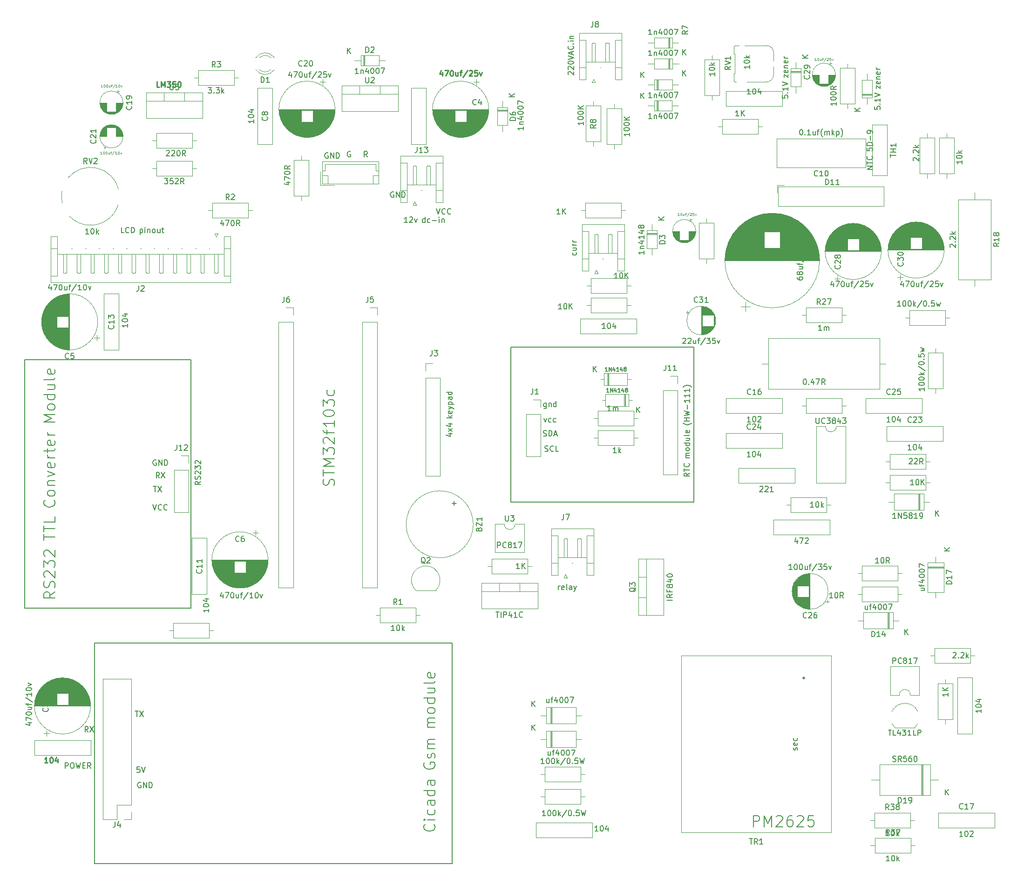
<source format=gbr>
%TF.GenerationSoftware,KiCad,Pcbnew,(6.99.0-1031-g46d719ed42)*%
%TF.CreationDate,2022-03-30T16:51:24+01:00*%
%TF.ProjectId,EnAcess PCB,456e4163-6573-4732-9050-43422e6b6963,rev?*%
%TF.SameCoordinates,Original*%
%TF.FileFunction,Legend,Top*%
%TF.FilePolarity,Positive*%
%FSLAX46Y46*%
G04 Gerber Fmt 4.6, Leading zero omitted, Abs format (unit mm)*
G04 Created by KiCad (PCBNEW (6.99.0-1031-g46d719ed42)) date 2022-03-30 16:51:24*
%MOMM*%
%LPD*%
G01*
G04 APERTURE LIST*
%ADD10C,0.250000*%
%ADD11C,0.125000*%
%ADD12C,0.150000*%
%ADD13C,0.120000*%
G04 APERTURE END LIST*
D10*
X20669333Y-152090380D02*
X20097905Y-152090380D01*
X20383619Y-152090380D02*
X20383619Y-151090380D01*
X20383619Y-151090380D02*
X20288381Y-151233238D01*
X20288381Y-151233238D02*
X20193143Y-151328476D01*
X20193143Y-151328476D02*
X20097905Y-151376095D01*
X21288381Y-151090380D02*
X21383619Y-151090380D01*
X21383619Y-151090380D02*
X21478857Y-151138000D01*
X21478857Y-151138000D02*
X21526476Y-151185619D01*
X21526476Y-151185619D02*
X21574095Y-151280857D01*
X21574095Y-151280857D02*
X21621714Y-151471333D01*
X21621714Y-151471333D02*
X21621714Y-151709428D01*
X21621714Y-151709428D02*
X21574095Y-151899904D01*
X21574095Y-151899904D02*
X21526476Y-151995142D01*
X21526476Y-151995142D02*
X21478857Y-152042761D01*
X21478857Y-152042761D02*
X21383619Y-152090380D01*
X21383619Y-152090380D02*
X21288381Y-152090380D01*
X21288381Y-152090380D02*
X21193143Y-152042761D01*
X21193143Y-152042761D02*
X21145524Y-151995142D01*
X21145524Y-151995142D02*
X21097905Y-151899904D01*
X21097905Y-151899904D02*
X21050286Y-151709428D01*
X21050286Y-151709428D02*
X21050286Y-151471333D01*
X21050286Y-151471333D02*
X21097905Y-151280857D01*
X21097905Y-151280857D02*
X21145524Y-151185619D01*
X21145524Y-151185619D02*
X21193143Y-151138000D01*
X21193143Y-151138000D02*
X21288381Y-151090380D01*
X22478857Y-151423714D02*
X22478857Y-152090380D01*
X22240762Y-151042761D02*
X22002667Y-151757047D01*
X22002667Y-151757047D02*
X22621714Y-151757047D01*
D11*
X30627049Y-29182190D02*
X30341335Y-29182190D01*
X30484192Y-29182190D02*
X30484192Y-28682190D01*
X30484192Y-28682190D02*
X30436573Y-28753619D01*
X30436573Y-28753619D02*
X30388954Y-28801238D01*
X30388954Y-28801238D02*
X30341335Y-28825047D01*
X30936572Y-28682190D02*
X30984191Y-28682190D01*
X30984191Y-28682190D02*
X31031810Y-28706000D01*
X31031810Y-28706000D02*
X31055620Y-28729809D01*
X31055620Y-28729809D02*
X31079429Y-28777428D01*
X31079429Y-28777428D02*
X31103239Y-28872666D01*
X31103239Y-28872666D02*
X31103239Y-28991714D01*
X31103239Y-28991714D02*
X31079429Y-29086952D01*
X31079429Y-29086952D02*
X31055620Y-29134571D01*
X31055620Y-29134571D02*
X31031810Y-29158380D01*
X31031810Y-29158380D02*
X30984191Y-29182190D01*
X30984191Y-29182190D02*
X30936572Y-29182190D01*
X30936572Y-29182190D02*
X30888953Y-29158380D01*
X30888953Y-29158380D02*
X30865144Y-29134571D01*
X30865144Y-29134571D02*
X30841334Y-29086952D01*
X30841334Y-29086952D02*
X30817525Y-28991714D01*
X30817525Y-28991714D02*
X30817525Y-28872666D01*
X30817525Y-28872666D02*
X30841334Y-28777428D01*
X30841334Y-28777428D02*
X30865144Y-28729809D01*
X30865144Y-28729809D02*
X30888953Y-28706000D01*
X30888953Y-28706000D02*
X30936572Y-28682190D01*
X31412762Y-28682190D02*
X31460381Y-28682190D01*
X31460381Y-28682190D02*
X31508000Y-28706000D01*
X31508000Y-28706000D02*
X31531810Y-28729809D01*
X31531810Y-28729809D02*
X31555619Y-28777428D01*
X31555619Y-28777428D02*
X31579429Y-28872666D01*
X31579429Y-28872666D02*
X31579429Y-28991714D01*
X31579429Y-28991714D02*
X31555619Y-29086952D01*
X31555619Y-29086952D02*
X31531810Y-29134571D01*
X31531810Y-29134571D02*
X31508000Y-29158380D01*
X31508000Y-29158380D02*
X31460381Y-29182190D01*
X31460381Y-29182190D02*
X31412762Y-29182190D01*
X31412762Y-29182190D02*
X31365143Y-29158380D01*
X31365143Y-29158380D02*
X31341334Y-29134571D01*
X31341334Y-29134571D02*
X31317524Y-29086952D01*
X31317524Y-29086952D02*
X31293715Y-28991714D01*
X31293715Y-28991714D02*
X31293715Y-28872666D01*
X31293715Y-28872666D02*
X31317524Y-28777428D01*
X31317524Y-28777428D02*
X31341334Y-28729809D01*
X31341334Y-28729809D02*
X31365143Y-28706000D01*
X31365143Y-28706000D02*
X31412762Y-28682190D01*
X32008000Y-28848857D02*
X32008000Y-29182190D01*
X31793714Y-28848857D02*
X31793714Y-29110761D01*
X31793714Y-29110761D02*
X31817524Y-29158380D01*
X31817524Y-29158380D02*
X31865143Y-29182190D01*
X31865143Y-29182190D02*
X31936571Y-29182190D01*
X31936571Y-29182190D02*
X31984190Y-29158380D01*
X31984190Y-29158380D02*
X32008000Y-29134571D01*
X32174667Y-28848857D02*
X32365143Y-28848857D01*
X32246095Y-29182190D02*
X32246095Y-28753619D01*
X32246095Y-28753619D02*
X32269905Y-28706000D01*
X32269905Y-28706000D02*
X32317524Y-28682190D01*
X32317524Y-28682190D02*
X32365143Y-28682190D01*
X32888952Y-28658380D02*
X32460381Y-29301238D01*
X33317524Y-29182190D02*
X33031810Y-29182190D01*
X33174667Y-29182190D02*
X33174667Y-28682190D01*
X33174667Y-28682190D02*
X33127048Y-28753619D01*
X33127048Y-28753619D02*
X33079429Y-28801238D01*
X33079429Y-28801238D02*
X33031810Y-28825047D01*
X33627047Y-28682190D02*
X33674666Y-28682190D01*
X33674666Y-28682190D02*
X33722285Y-28706000D01*
X33722285Y-28706000D02*
X33746095Y-28729809D01*
X33746095Y-28729809D02*
X33769904Y-28777428D01*
X33769904Y-28777428D02*
X33793714Y-28872666D01*
X33793714Y-28872666D02*
X33793714Y-28991714D01*
X33793714Y-28991714D02*
X33769904Y-29086952D01*
X33769904Y-29086952D02*
X33746095Y-29134571D01*
X33746095Y-29134571D02*
X33722285Y-29158380D01*
X33722285Y-29158380D02*
X33674666Y-29182190D01*
X33674666Y-29182190D02*
X33627047Y-29182190D01*
X33627047Y-29182190D02*
X33579428Y-29158380D01*
X33579428Y-29158380D02*
X33555619Y-29134571D01*
X33555619Y-29134571D02*
X33531809Y-29086952D01*
X33531809Y-29086952D02*
X33508000Y-28991714D01*
X33508000Y-28991714D02*
X33508000Y-28872666D01*
X33508000Y-28872666D02*
X33531809Y-28777428D01*
X33531809Y-28777428D02*
X33555619Y-28729809D01*
X33555619Y-28729809D02*
X33579428Y-28706000D01*
X33579428Y-28706000D02*
X33627047Y-28682190D01*
X33960380Y-28848857D02*
X34079428Y-29182190D01*
X34079428Y-29182190D02*
X34198475Y-28848857D01*
D10*
X40981523Y-29154380D02*
X40505333Y-29154380D01*
X40505333Y-29154380D02*
X40505333Y-28154380D01*
X41314857Y-29154380D02*
X41314857Y-28154380D01*
X41314857Y-28154380D02*
X41648190Y-28868666D01*
X41648190Y-28868666D02*
X41981523Y-28154380D01*
X41981523Y-28154380D02*
X41981523Y-29154380D01*
X42362476Y-28154380D02*
X42981523Y-28154380D01*
X42981523Y-28154380D02*
X42648190Y-28535333D01*
X42648190Y-28535333D02*
X42791047Y-28535333D01*
X42791047Y-28535333D02*
X42886285Y-28582952D01*
X42886285Y-28582952D02*
X42933904Y-28630571D01*
X42933904Y-28630571D02*
X42981523Y-28725809D01*
X42981523Y-28725809D02*
X42981523Y-28963904D01*
X42981523Y-28963904D02*
X42933904Y-29059142D01*
X42933904Y-29059142D02*
X42886285Y-29106761D01*
X42886285Y-29106761D02*
X42791047Y-29154380D01*
X42791047Y-29154380D02*
X42505333Y-29154380D01*
X42505333Y-29154380D02*
X42410095Y-29106761D01*
X42410095Y-29106761D02*
X42362476Y-29059142D01*
X43886285Y-28154380D02*
X43410095Y-28154380D01*
X43410095Y-28154380D02*
X43362476Y-28630571D01*
X43362476Y-28630571D02*
X43410095Y-28582952D01*
X43410095Y-28582952D02*
X43505333Y-28535333D01*
X43505333Y-28535333D02*
X43743428Y-28535333D01*
X43743428Y-28535333D02*
X43838666Y-28582952D01*
X43838666Y-28582952D02*
X43886285Y-28630571D01*
X43886285Y-28630571D02*
X43933904Y-28725809D01*
X43933904Y-28725809D02*
X43933904Y-28963904D01*
X43933904Y-28963904D02*
X43886285Y-29059142D01*
X43886285Y-29059142D02*
X43838666Y-29106761D01*
X43838666Y-29106761D02*
X43743428Y-29154380D01*
X43743428Y-29154380D02*
X43505333Y-29154380D01*
X43505333Y-29154380D02*
X43410095Y-29106761D01*
X43410095Y-29106761D02*
X43362476Y-29059142D01*
X44552952Y-28154380D02*
X44648190Y-28154380D01*
X44648190Y-28154380D02*
X44743428Y-28202000D01*
X44743428Y-28202000D02*
X44791047Y-28249619D01*
X44791047Y-28249619D02*
X44838666Y-28344857D01*
X44838666Y-28344857D02*
X44886285Y-28535333D01*
X44886285Y-28535333D02*
X44886285Y-28773428D01*
X44886285Y-28773428D02*
X44838666Y-28963904D01*
X44838666Y-28963904D02*
X44791047Y-29059142D01*
X44791047Y-29059142D02*
X44743428Y-29106761D01*
X44743428Y-29106761D02*
X44648190Y-29154380D01*
X44648190Y-29154380D02*
X44552952Y-29154380D01*
X44552952Y-29154380D02*
X44457714Y-29106761D01*
X44457714Y-29106761D02*
X44410095Y-29059142D01*
X44410095Y-29059142D02*
X44362476Y-28963904D01*
X44362476Y-28963904D02*
X44314857Y-28773428D01*
X44314857Y-28773428D02*
X44314857Y-28535333D01*
X44314857Y-28535333D02*
X44362476Y-28344857D01*
X44362476Y-28344857D02*
X44410095Y-28249619D01*
X44410095Y-28249619D02*
X44457714Y-28202000D01*
X44457714Y-28202000D02*
X44552952Y-28154380D01*
D12*
X107132380Y-36361428D02*
X107132380Y-36932856D01*
X107132380Y-36647142D02*
X106132380Y-36647142D01*
X106132380Y-36647142D02*
X106275238Y-36742380D01*
X106275238Y-36742380D02*
X106370476Y-36837618D01*
X106370476Y-36837618D02*
X106418095Y-36932856D01*
X106465714Y-35932856D02*
X107132380Y-35932856D01*
X106560952Y-35932856D02*
X106513333Y-35885237D01*
X106513333Y-35885237D02*
X106465714Y-35789999D01*
X106465714Y-35789999D02*
X106465714Y-35647142D01*
X106465714Y-35647142D02*
X106513333Y-35551904D01*
X106513333Y-35551904D02*
X106608571Y-35504285D01*
X106608571Y-35504285D02*
X107132380Y-35504285D01*
X106465714Y-34599523D02*
X107132380Y-34599523D01*
X106084761Y-34837618D02*
X106799047Y-35075713D01*
X106799047Y-35075713D02*
X106799047Y-34456666D01*
X106132380Y-33885237D02*
X106132380Y-33789999D01*
X106132380Y-33789999D02*
X106180000Y-33694761D01*
X106180000Y-33694761D02*
X106227619Y-33647142D01*
X106227619Y-33647142D02*
X106322857Y-33599523D01*
X106322857Y-33599523D02*
X106513333Y-33551904D01*
X106513333Y-33551904D02*
X106751428Y-33551904D01*
X106751428Y-33551904D02*
X106941904Y-33599523D01*
X106941904Y-33599523D02*
X107037142Y-33647142D01*
X107037142Y-33647142D02*
X107084761Y-33694761D01*
X107084761Y-33694761D02*
X107132380Y-33789999D01*
X107132380Y-33789999D02*
X107132380Y-33885237D01*
X107132380Y-33885237D02*
X107084761Y-33980475D01*
X107084761Y-33980475D02*
X107037142Y-34028094D01*
X107037142Y-34028094D02*
X106941904Y-34075713D01*
X106941904Y-34075713D02*
X106751428Y-34123332D01*
X106751428Y-34123332D02*
X106513333Y-34123332D01*
X106513333Y-34123332D02*
X106322857Y-34075713D01*
X106322857Y-34075713D02*
X106227619Y-34028094D01*
X106227619Y-34028094D02*
X106180000Y-33980475D01*
X106180000Y-33980475D02*
X106132380Y-33885237D01*
X106132380Y-32932856D02*
X106132380Y-32837618D01*
X106132380Y-32837618D02*
X106180000Y-32742380D01*
X106180000Y-32742380D02*
X106227619Y-32694761D01*
X106227619Y-32694761D02*
X106322857Y-32647142D01*
X106322857Y-32647142D02*
X106513333Y-32599523D01*
X106513333Y-32599523D02*
X106751428Y-32599523D01*
X106751428Y-32599523D02*
X106941904Y-32647142D01*
X106941904Y-32647142D02*
X107037142Y-32694761D01*
X107037142Y-32694761D02*
X107084761Y-32742380D01*
X107084761Y-32742380D02*
X107132380Y-32837618D01*
X107132380Y-32837618D02*
X107132380Y-32932856D01*
X107132380Y-32932856D02*
X107084761Y-33028094D01*
X107084761Y-33028094D02*
X107037142Y-33075713D01*
X107037142Y-33075713D02*
X106941904Y-33123332D01*
X106941904Y-33123332D02*
X106751428Y-33170951D01*
X106751428Y-33170951D02*
X106513333Y-33170951D01*
X106513333Y-33170951D02*
X106322857Y-33123332D01*
X106322857Y-33123332D02*
X106227619Y-33075713D01*
X106227619Y-33075713D02*
X106180000Y-33028094D01*
X106180000Y-33028094D02*
X106132380Y-32932856D01*
X106132380Y-32266189D02*
X106132380Y-31599523D01*
X106132380Y-31599523D02*
X107132380Y-32028094D01*
D10*
X92400856Y-26455714D02*
X92400856Y-27122380D01*
X92162761Y-26074761D02*
X91924666Y-26789047D01*
X91924666Y-26789047D02*
X92543713Y-26789047D01*
X92829428Y-26122380D02*
X93496094Y-26122380D01*
X93496094Y-26122380D02*
X93067523Y-27122380D01*
X94067523Y-26122380D02*
X94162761Y-26122380D01*
X94162761Y-26122380D02*
X94257999Y-26170000D01*
X94257999Y-26170000D02*
X94305618Y-26217619D01*
X94305618Y-26217619D02*
X94353237Y-26312857D01*
X94353237Y-26312857D02*
X94400856Y-26503333D01*
X94400856Y-26503333D02*
X94400856Y-26741428D01*
X94400856Y-26741428D02*
X94353237Y-26931904D01*
X94353237Y-26931904D02*
X94305618Y-27027142D01*
X94305618Y-27027142D02*
X94257999Y-27074761D01*
X94257999Y-27074761D02*
X94162761Y-27122380D01*
X94162761Y-27122380D02*
X94067523Y-27122380D01*
X94067523Y-27122380D02*
X93972285Y-27074761D01*
X93972285Y-27074761D02*
X93924666Y-27027142D01*
X93924666Y-27027142D02*
X93877047Y-26931904D01*
X93877047Y-26931904D02*
X93829428Y-26741428D01*
X93829428Y-26741428D02*
X93829428Y-26503333D01*
X93829428Y-26503333D02*
X93877047Y-26312857D01*
X93877047Y-26312857D02*
X93924666Y-26217619D01*
X93924666Y-26217619D02*
X93972285Y-26170000D01*
X93972285Y-26170000D02*
X94067523Y-26122380D01*
X95257999Y-26455714D02*
X95257999Y-27122380D01*
X94829428Y-26455714D02*
X94829428Y-26979523D01*
X94829428Y-26979523D02*
X94877047Y-27074761D01*
X94877047Y-27074761D02*
X94972285Y-27122380D01*
X94972285Y-27122380D02*
X95115142Y-27122380D01*
X95115142Y-27122380D02*
X95210380Y-27074761D01*
X95210380Y-27074761D02*
X95257999Y-27027142D01*
X95591333Y-26455714D02*
X95972285Y-26455714D01*
X95734190Y-27122380D02*
X95734190Y-26265238D01*
X95734190Y-26265238D02*
X95781809Y-26170000D01*
X95781809Y-26170000D02*
X95877047Y-26122380D01*
X95877047Y-26122380D02*
X95972285Y-26122380D01*
X97019904Y-26074761D02*
X96162762Y-27360476D01*
X97305619Y-26217619D02*
X97353238Y-26170000D01*
X97353238Y-26170000D02*
X97448476Y-26122380D01*
X97448476Y-26122380D02*
X97686571Y-26122380D01*
X97686571Y-26122380D02*
X97781809Y-26170000D01*
X97781809Y-26170000D02*
X97829428Y-26217619D01*
X97829428Y-26217619D02*
X97877047Y-26312857D01*
X97877047Y-26312857D02*
X97877047Y-26408095D01*
X97877047Y-26408095D02*
X97829428Y-26550952D01*
X97829428Y-26550952D02*
X97258000Y-27122380D01*
X97258000Y-27122380D02*
X97877047Y-27122380D01*
X98781809Y-26122380D02*
X98305619Y-26122380D01*
X98305619Y-26122380D02*
X98258000Y-26598571D01*
X98258000Y-26598571D02*
X98305619Y-26550952D01*
X98305619Y-26550952D02*
X98400857Y-26503333D01*
X98400857Y-26503333D02*
X98638952Y-26503333D01*
X98638952Y-26503333D02*
X98734190Y-26550952D01*
X98734190Y-26550952D02*
X98781809Y-26598571D01*
X98781809Y-26598571D02*
X98829428Y-26693809D01*
X98829428Y-26693809D02*
X98829428Y-26931904D01*
X98829428Y-26931904D02*
X98781809Y-27027142D01*
X98781809Y-27027142D02*
X98734190Y-27074761D01*
X98734190Y-27074761D02*
X98638952Y-27122380D01*
X98638952Y-27122380D02*
X98400857Y-27122380D01*
X98400857Y-27122380D02*
X98305619Y-27074761D01*
X98305619Y-27074761D02*
X98258000Y-27027142D01*
X99162762Y-26455714D02*
X99400857Y-27122380D01*
X99400857Y-27122380D02*
X99638952Y-26455714D01*
D12*
X39878095Y-101814380D02*
X40449523Y-101814380D01*
X40163809Y-102814380D02*
X40163809Y-101814380D01*
X40687619Y-101814380D02*
X41354285Y-102814380D01*
X41354285Y-101814380D02*
X40687619Y-102814380D01*
X40981333Y-100274380D02*
X40648000Y-99798190D01*
X40409905Y-100274380D02*
X40409905Y-99274380D01*
X40409905Y-99274380D02*
X40790857Y-99274380D01*
X40790857Y-99274380D02*
X40886095Y-99322000D01*
X40886095Y-99322000D02*
X40933714Y-99369619D01*
X40933714Y-99369619D02*
X40981333Y-99464857D01*
X40981333Y-99464857D02*
X40981333Y-99607714D01*
X40981333Y-99607714D02*
X40933714Y-99702952D01*
X40933714Y-99702952D02*
X40886095Y-99750571D01*
X40886095Y-99750571D02*
X40790857Y-99798190D01*
X40790857Y-99798190D02*
X40409905Y-99798190D01*
X41314667Y-99274380D02*
X41981333Y-100274380D01*
X41981333Y-99274380D02*
X41314667Y-100274380D01*
X40386095Y-97036000D02*
X40290857Y-96988380D01*
X40290857Y-96988380D02*
X40148000Y-96988380D01*
X40148000Y-96988380D02*
X40005143Y-97036000D01*
X40005143Y-97036000D02*
X39909905Y-97131238D01*
X39909905Y-97131238D02*
X39862286Y-97226476D01*
X39862286Y-97226476D02*
X39814667Y-97416952D01*
X39814667Y-97416952D02*
X39814667Y-97559809D01*
X39814667Y-97559809D02*
X39862286Y-97750285D01*
X39862286Y-97750285D02*
X39909905Y-97845523D01*
X39909905Y-97845523D02*
X40005143Y-97940761D01*
X40005143Y-97940761D02*
X40148000Y-97988380D01*
X40148000Y-97988380D02*
X40243238Y-97988380D01*
X40243238Y-97988380D02*
X40386095Y-97940761D01*
X40386095Y-97940761D02*
X40433714Y-97893142D01*
X40433714Y-97893142D02*
X40433714Y-97559809D01*
X40433714Y-97559809D02*
X40243238Y-97559809D01*
X40862286Y-97988380D02*
X40862286Y-96988380D01*
X40862286Y-96988380D02*
X41433714Y-97988380D01*
X41433714Y-97988380D02*
X41433714Y-96988380D01*
X41909905Y-97988380D02*
X41909905Y-96988380D01*
X41909905Y-96988380D02*
X42148000Y-96988380D01*
X42148000Y-96988380D02*
X42290857Y-97036000D01*
X42290857Y-97036000D02*
X42386095Y-97131238D01*
X42386095Y-97131238D02*
X42433714Y-97226476D01*
X42433714Y-97226476D02*
X42481333Y-97416952D01*
X42481333Y-97416952D02*
X42481333Y-97559809D01*
X42481333Y-97559809D02*
X42433714Y-97750285D01*
X42433714Y-97750285D02*
X42386095Y-97845523D01*
X42386095Y-97845523D02*
X42290857Y-97940761D01*
X42290857Y-97940761D02*
X42148000Y-97988380D01*
X42148000Y-97988380D02*
X41909905Y-97988380D01*
X39814667Y-105116380D02*
X40148000Y-106116380D01*
X40148000Y-106116380D02*
X40481333Y-105116380D01*
X41386095Y-106021142D02*
X41338476Y-106068761D01*
X41338476Y-106068761D02*
X41195619Y-106116380D01*
X41195619Y-106116380D02*
X41100381Y-106116380D01*
X41100381Y-106116380D02*
X40957524Y-106068761D01*
X40957524Y-106068761D02*
X40862286Y-105973523D01*
X40862286Y-105973523D02*
X40814667Y-105878285D01*
X40814667Y-105878285D02*
X40767048Y-105687809D01*
X40767048Y-105687809D02*
X40767048Y-105544952D01*
X40767048Y-105544952D02*
X40814667Y-105354476D01*
X40814667Y-105354476D02*
X40862286Y-105259238D01*
X40862286Y-105259238D02*
X40957524Y-105164000D01*
X40957524Y-105164000D02*
X41100381Y-105116380D01*
X41100381Y-105116380D02*
X41195619Y-105116380D01*
X41195619Y-105116380D02*
X41338476Y-105164000D01*
X41338476Y-105164000D02*
X41386095Y-105211619D01*
X42386095Y-106021142D02*
X42338476Y-106068761D01*
X42338476Y-106068761D02*
X42195619Y-106116380D01*
X42195619Y-106116380D02*
X42100381Y-106116380D01*
X42100381Y-106116380D02*
X41957524Y-106068761D01*
X41957524Y-106068761D02*
X41862286Y-105973523D01*
X41862286Y-105973523D02*
X41814667Y-105878285D01*
X41814667Y-105878285D02*
X41767048Y-105687809D01*
X41767048Y-105687809D02*
X41767048Y-105544952D01*
X41767048Y-105544952D02*
X41814667Y-105354476D01*
X41814667Y-105354476D02*
X41862286Y-105259238D01*
X41862286Y-105259238D02*
X41957524Y-105164000D01*
X41957524Y-105164000D02*
X42100381Y-105116380D01*
X42100381Y-105116380D02*
X42195619Y-105116380D01*
X42195619Y-105116380D02*
X42338476Y-105164000D01*
X42338476Y-105164000D02*
X42386095Y-105211619D01*
X36576095Y-142708380D02*
X37147523Y-142708380D01*
X36861809Y-143708380D02*
X36861809Y-142708380D01*
X37385619Y-142708380D02*
X38052285Y-143708380D01*
X38052285Y-142708380D02*
X37385619Y-143708380D01*
X28027333Y-146502380D02*
X27694000Y-146026190D01*
X27455905Y-146502380D02*
X27455905Y-145502380D01*
X27455905Y-145502380D02*
X27836857Y-145502380D01*
X27836857Y-145502380D02*
X27932095Y-145550000D01*
X27932095Y-145550000D02*
X27979714Y-145597619D01*
X27979714Y-145597619D02*
X28027333Y-145692857D01*
X28027333Y-145692857D02*
X28027333Y-145835714D01*
X28027333Y-145835714D02*
X27979714Y-145930952D01*
X27979714Y-145930952D02*
X27932095Y-145978571D01*
X27932095Y-145978571D02*
X27836857Y-146026190D01*
X27836857Y-146026190D02*
X27455905Y-146026190D01*
X28360667Y-145502380D02*
X29027333Y-146502380D01*
X29027333Y-145502380D02*
X28360667Y-146502380D01*
X23852476Y-153106380D02*
X23852476Y-152106380D01*
X23852476Y-152106380D02*
X24233428Y-152106380D01*
X24233428Y-152106380D02*
X24328666Y-152154000D01*
X24328666Y-152154000D02*
X24376285Y-152201619D01*
X24376285Y-152201619D02*
X24423904Y-152296857D01*
X24423904Y-152296857D02*
X24423904Y-152439714D01*
X24423904Y-152439714D02*
X24376285Y-152534952D01*
X24376285Y-152534952D02*
X24328666Y-152582571D01*
X24328666Y-152582571D02*
X24233428Y-152630190D01*
X24233428Y-152630190D02*
X23852476Y-152630190D01*
X25042952Y-152106380D02*
X25233428Y-152106380D01*
X25233428Y-152106380D02*
X25328666Y-152154000D01*
X25328666Y-152154000D02*
X25423904Y-152249238D01*
X25423904Y-152249238D02*
X25471523Y-152439714D01*
X25471523Y-152439714D02*
X25471523Y-152773047D01*
X25471523Y-152773047D02*
X25423904Y-152963523D01*
X25423904Y-152963523D02*
X25328666Y-153058761D01*
X25328666Y-153058761D02*
X25233428Y-153106380D01*
X25233428Y-153106380D02*
X25042952Y-153106380D01*
X25042952Y-153106380D02*
X24947714Y-153058761D01*
X24947714Y-153058761D02*
X24852476Y-152963523D01*
X24852476Y-152963523D02*
X24804857Y-152773047D01*
X24804857Y-152773047D02*
X24804857Y-152439714D01*
X24804857Y-152439714D02*
X24852476Y-152249238D01*
X24852476Y-152249238D02*
X24947714Y-152154000D01*
X24947714Y-152154000D02*
X25042952Y-152106380D01*
X25804857Y-152106380D02*
X26042952Y-153106380D01*
X26042952Y-153106380D02*
X26233428Y-152392095D01*
X26233428Y-152392095D02*
X26423904Y-153106380D01*
X26423904Y-153106380D02*
X26662000Y-152106380D01*
X27042952Y-152582571D02*
X27376285Y-152582571D01*
X27519142Y-153106380D02*
X27042952Y-153106380D01*
X27042952Y-153106380D02*
X27042952Y-152106380D01*
X27042952Y-152106380D02*
X27519142Y-152106380D01*
X28519142Y-153106380D02*
X28185809Y-152630190D01*
X27947714Y-153106380D02*
X27947714Y-152106380D01*
X27947714Y-152106380D02*
X28328666Y-152106380D01*
X28328666Y-152106380D02*
X28423904Y-152154000D01*
X28423904Y-152154000D02*
X28471523Y-152201619D01*
X28471523Y-152201619D02*
X28519142Y-152296857D01*
X28519142Y-152296857D02*
X28519142Y-152439714D01*
X28519142Y-152439714D02*
X28471523Y-152534952D01*
X28471523Y-152534952D02*
X28423904Y-152582571D01*
X28423904Y-152582571D02*
X28328666Y-152630190D01*
X28328666Y-152630190D02*
X27947714Y-152630190D01*
X37401523Y-152868380D02*
X36925333Y-152868380D01*
X36925333Y-152868380D02*
X36877714Y-153344571D01*
X36877714Y-153344571D02*
X36925333Y-153296952D01*
X36925333Y-153296952D02*
X37020571Y-153249333D01*
X37020571Y-153249333D02*
X37258666Y-153249333D01*
X37258666Y-153249333D02*
X37353904Y-153296952D01*
X37353904Y-153296952D02*
X37401523Y-153344571D01*
X37401523Y-153344571D02*
X37449142Y-153439809D01*
X37449142Y-153439809D02*
X37449142Y-153677904D01*
X37449142Y-153677904D02*
X37401523Y-153773142D01*
X37401523Y-153773142D02*
X37353904Y-153820761D01*
X37353904Y-153820761D02*
X37258666Y-153868380D01*
X37258666Y-153868380D02*
X37020571Y-153868380D01*
X37020571Y-153868380D02*
X36925333Y-153820761D01*
X36925333Y-153820761D02*
X36877714Y-153773142D01*
X37734857Y-152868380D02*
X38068190Y-153868380D01*
X38068190Y-153868380D02*
X38401523Y-152868380D01*
X37592095Y-155710000D02*
X37496857Y-155662380D01*
X37496857Y-155662380D02*
X37354000Y-155662380D01*
X37354000Y-155662380D02*
X37211143Y-155710000D01*
X37211143Y-155710000D02*
X37115905Y-155805238D01*
X37115905Y-155805238D02*
X37068286Y-155900476D01*
X37068286Y-155900476D02*
X37020667Y-156090952D01*
X37020667Y-156090952D02*
X37020667Y-156233809D01*
X37020667Y-156233809D02*
X37068286Y-156424285D01*
X37068286Y-156424285D02*
X37115905Y-156519523D01*
X37115905Y-156519523D02*
X37211143Y-156614761D01*
X37211143Y-156614761D02*
X37354000Y-156662380D01*
X37354000Y-156662380D02*
X37449238Y-156662380D01*
X37449238Y-156662380D02*
X37592095Y-156614761D01*
X37592095Y-156614761D02*
X37639714Y-156567142D01*
X37639714Y-156567142D02*
X37639714Y-156233809D01*
X37639714Y-156233809D02*
X37449238Y-156233809D01*
X38068286Y-156662380D02*
X38068286Y-155662380D01*
X38068286Y-155662380D02*
X38639714Y-156662380D01*
X38639714Y-156662380D02*
X38639714Y-155662380D01*
X39115905Y-156662380D02*
X39115905Y-155662380D01*
X39115905Y-155662380D02*
X39354000Y-155662380D01*
X39354000Y-155662380D02*
X39496857Y-155710000D01*
X39496857Y-155710000D02*
X39592095Y-155805238D01*
X39592095Y-155805238D02*
X39639714Y-155900476D01*
X39639714Y-155900476D02*
X39687333Y-156090952D01*
X39687333Y-156090952D02*
X39687333Y-156233809D01*
X39687333Y-156233809D02*
X39639714Y-156424285D01*
X39639714Y-156424285D02*
X39592095Y-156519523D01*
X39592095Y-156519523D02*
X39496857Y-156614761D01*
X39496857Y-156614761D02*
X39354000Y-156662380D01*
X39354000Y-156662380D02*
X39115905Y-156662380D01*
X78795523Y-41854380D02*
X78462190Y-41378190D01*
X78224095Y-41854380D02*
X78224095Y-40854380D01*
X78224095Y-40854380D02*
X78605047Y-40854380D01*
X78605047Y-40854380D02*
X78700285Y-40902000D01*
X78700285Y-40902000D02*
X78747904Y-40949619D01*
X78747904Y-40949619D02*
X78795523Y-41044857D01*
X78795523Y-41044857D02*
X78795523Y-41187714D01*
X78795523Y-41187714D02*
X78747904Y-41282952D01*
X78747904Y-41282952D02*
X78700285Y-41330571D01*
X78700285Y-41330571D02*
X78605047Y-41378190D01*
X78605047Y-41378190D02*
X78224095Y-41378190D01*
X75699904Y-40902000D02*
X75604666Y-40854380D01*
X75604666Y-40854380D02*
X75461809Y-40854380D01*
X75461809Y-40854380D02*
X75318952Y-40902000D01*
X75318952Y-40902000D02*
X75223714Y-40997238D01*
X75223714Y-40997238D02*
X75176095Y-41092476D01*
X75176095Y-41092476D02*
X75128476Y-41282952D01*
X75128476Y-41282952D02*
X75128476Y-41425809D01*
X75128476Y-41425809D02*
X75176095Y-41616285D01*
X75176095Y-41616285D02*
X75223714Y-41711523D01*
X75223714Y-41711523D02*
X75318952Y-41806761D01*
X75318952Y-41806761D02*
X75461809Y-41854380D01*
X75461809Y-41854380D02*
X75557047Y-41854380D01*
X75557047Y-41854380D02*
X75699904Y-41806761D01*
X75699904Y-41806761D02*
X75747523Y-41759142D01*
X75747523Y-41759142D02*
X75747523Y-41425809D01*
X75747523Y-41425809D02*
X75557047Y-41425809D01*
X71628095Y-41156000D02*
X71532857Y-41108380D01*
X71532857Y-41108380D02*
X71390000Y-41108380D01*
X71390000Y-41108380D02*
X71247143Y-41156000D01*
X71247143Y-41156000D02*
X71151905Y-41251238D01*
X71151905Y-41251238D02*
X71104286Y-41346476D01*
X71104286Y-41346476D02*
X71056667Y-41536952D01*
X71056667Y-41536952D02*
X71056667Y-41679809D01*
X71056667Y-41679809D02*
X71104286Y-41870285D01*
X71104286Y-41870285D02*
X71151905Y-41965523D01*
X71151905Y-41965523D02*
X71247143Y-42060761D01*
X71247143Y-42060761D02*
X71390000Y-42108380D01*
X71390000Y-42108380D02*
X71485238Y-42108380D01*
X71485238Y-42108380D02*
X71628095Y-42060761D01*
X71628095Y-42060761D02*
X71675714Y-42013142D01*
X71675714Y-42013142D02*
X71675714Y-41679809D01*
X71675714Y-41679809D02*
X71485238Y-41679809D01*
X72104286Y-42108380D02*
X72104286Y-41108380D01*
X72104286Y-41108380D02*
X72675714Y-42108380D01*
X72675714Y-42108380D02*
X72675714Y-41108380D01*
X73151905Y-42108380D02*
X73151905Y-41108380D01*
X73151905Y-41108380D02*
X73390000Y-41108380D01*
X73390000Y-41108380D02*
X73532857Y-41156000D01*
X73532857Y-41156000D02*
X73628095Y-41251238D01*
X73628095Y-41251238D02*
X73675714Y-41346476D01*
X73675714Y-41346476D02*
X73723333Y-41536952D01*
X73723333Y-41536952D02*
X73723333Y-41679809D01*
X73723333Y-41679809D02*
X73675714Y-41870285D01*
X73675714Y-41870285D02*
X73628095Y-41965523D01*
X73628095Y-41965523D02*
X73532857Y-42060761D01*
X73532857Y-42060761D02*
X73390000Y-42108380D01*
X73390000Y-42108380D02*
X73151905Y-42108380D01*
X83566095Y-48268000D02*
X83470857Y-48220380D01*
X83470857Y-48220380D02*
X83328000Y-48220380D01*
X83328000Y-48220380D02*
X83185143Y-48268000D01*
X83185143Y-48268000D02*
X83089905Y-48363238D01*
X83089905Y-48363238D02*
X83042286Y-48458476D01*
X83042286Y-48458476D02*
X82994667Y-48648952D01*
X82994667Y-48648952D02*
X82994667Y-48791809D01*
X82994667Y-48791809D02*
X83042286Y-48982285D01*
X83042286Y-48982285D02*
X83089905Y-49077523D01*
X83089905Y-49077523D02*
X83185143Y-49172761D01*
X83185143Y-49172761D02*
X83328000Y-49220380D01*
X83328000Y-49220380D02*
X83423238Y-49220380D01*
X83423238Y-49220380D02*
X83566095Y-49172761D01*
X83566095Y-49172761D02*
X83613714Y-49125142D01*
X83613714Y-49125142D02*
X83613714Y-48791809D01*
X83613714Y-48791809D02*
X83423238Y-48791809D01*
X84042286Y-49220380D02*
X84042286Y-48220380D01*
X84042286Y-48220380D02*
X84613714Y-49220380D01*
X84613714Y-49220380D02*
X84613714Y-48220380D01*
X85089905Y-49220380D02*
X85089905Y-48220380D01*
X85089905Y-48220380D02*
X85328000Y-48220380D01*
X85328000Y-48220380D02*
X85470857Y-48268000D01*
X85470857Y-48268000D02*
X85566095Y-48363238D01*
X85566095Y-48363238D02*
X85613714Y-48458476D01*
X85613714Y-48458476D02*
X85661333Y-48648952D01*
X85661333Y-48648952D02*
X85661333Y-48791809D01*
X85661333Y-48791809D02*
X85613714Y-48982285D01*
X85613714Y-48982285D02*
X85566095Y-49077523D01*
X85566095Y-49077523D02*
X85470857Y-49172761D01*
X85470857Y-49172761D02*
X85328000Y-49220380D01*
X85328000Y-49220380D02*
X85089905Y-49220380D01*
X91376667Y-51268380D02*
X91710000Y-52268380D01*
X91710000Y-52268380D02*
X92043333Y-51268380D01*
X92948095Y-52173142D02*
X92900476Y-52220761D01*
X92900476Y-52220761D02*
X92757619Y-52268380D01*
X92757619Y-52268380D02*
X92662381Y-52268380D01*
X92662381Y-52268380D02*
X92519524Y-52220761D01*
X92519524Y-52220761D02*
X92424286Y-52125523D01*
X92424286Y-52125523D02*
X92376667Y-52030285D01*
X92376667Y-52030285D02*
X92329048Y-51839809D01*
X92329048Y-51839809D02*
X92329048Y-51696952D01*
X92329048Y-51696952D02*
X92376667Y-51506476D01*
X92376667Y-51506476D02*
X92424286Y-51411238D01*
X92424286Y-51411238D02*
X92519524Y-51316000D01*
X92519524Y-51316000D02*
X92662381Y-51268380D01*
X92662381Y-51268380D02*
X92757619Y-51268380D01*
X92757619Y-51268380D02*
X92900476Y-51316000D01*
X92900476Y-51316000D02*
X92948095Y-51363619D01*
X93948095Y-52173142D02*
X93900476Y-52220761D01*
X93900476Y-52220761D02*
X93757619Y-52268380D01*
X93757619Y-52268380D02*
X93662381Y-52268380D01*
X93662381Y-52268380D02*
X93519524Y-52220761D01*
X93519524Y-52220761D02*
X93424286Y-52125523D01*
X93424286Y-52125523D02*
X93376667Y-52030285D01*
X93376667Y-52030285D02*
X93329048Y-51839809D01*
X93329048Y-51839809D02*
X93329048Y-51696952D01*
X93329048Y-51696952D02*
X93376667Y-51506476D01*
X93376667Y-51506476D02*
X93424286Y-51411238D01*
X93424286Y-51411238D02*
X93519524Y-51316000D01*
X93519524Y-51316000D02*
X93662381Y-51268380D01*
X93662381Y-51268380D02*
X93757619Y-51268380D01*
X93757619Y-51268380D02*
X93900476Y-51316000D01*
X93900476Y-51316000D02*
X93948095Y-51363619D01*
X111077524Y-95400761D02*
X111220381Y-95448380D01*
X111220381Y-95448380D02*
X111458476Y-95448380D01*
X111458476Y-95448380D02*
X111553714Y-95400761D01*
X111553714Y-95400761D02*
X111601333Y-95353142D01*
X111601333Y-95353142D02*
X111648952Y-95257904D01*
X111648952Y-95257904D02*
X111648952Y-95162666D01*
X111648952Y-95162666D02*
X111601333Y-95067428D01*
X111601333Y-95067428D02*
X111553714Y-95019809D01*
X111553714Y-95019809D02*
X111458476Y-94972190D01*
X111458476Y-94972190D02*
X111268000Y-94924571D01*
X111268000Y-94924571D02*
X111172762Y-94876952D01*
X111172762Y-94876952D02*
X111125143Y-94829333D01*
X111125143Y-94829333D02*
X111077524Y-94734095D01*
X111077524Y-94734095D02*
X111077524Y-94638857D01*
X111077524Y-94638857D02*
X111125143Y-94543619D01*
X111125143Y-94543619D02*
X111172762Y-94496000D01*
X111172762Y-94496000D02*
X111268000Y-94448380D01*
X111268000Y-94448380D02*
X111506095Y-94448380D01*
X111506095Y-94448380D02*
X111648952Y-94496000D01*
X112648952Y-95353142D02*
X112601333Y-95400761D01*
X112601333Y-95400761D02*
X112458476Y-95448380D01*
X112458476Y-95448380D02*
X112363238Y-95448380D01*
X112363238Y-95448380D02*
X112220381Y-95400761D01*
X112220381Y-95400761D02*
X112125143Y-95305523D01*
X112125143Y-95305523D02*
X112077524Y-95210285D01*
X112077524Y-95210285D02*
X112029905Y-95019809D01*
X112029905Y-95019809D02*
X112029905Y-94876952D01*
X112029905Y-94876952D02*
X112077524Y-94686476D01*
X112077524Y-94686476D02*
X112125143Y-94591238D01*
X112125143Y-94591238D02*
X112220381Y-94496000D01*
X112220381Y-94496000D02*
X112363238Y-94448380D01*
X112363238Y-94448380D02*
X112458476Y-94448380D01*
X112458476Y-94448380D02*
X112601333Y-94496000D01*
X112601333Y-94496000D02*
X112648952Y-94543619D01*
X113553714Y-95448380D02*
X113077524Y-95448380D01*
X113077524Y-95448380D02*
X113077524Y-94448380D01*
X110799714Y-92606761D02*
X110942571Y-92654380D01*
X110942571Y-92654380D02*
X111180666Y-92654380D01*
X111180666Y-92654380D02*
X111275904Y-92606761D01*
X111275904Y-92606761D02*
X111323523Y-92559142D01*
X111323523Y-92559142D02*
X111371142Y-92463904D01*
X111371142Y-92463904D02*
X111371142Y-92368666D01*
X111371142Y-92368666D02*
X111323523Y-92273428D01*
X111323523Y-92273428D02*
X111275904Y-92225809D01*
X111275904Y-92225809D02*
X111180666Y-92178190D01*
X111180666Y-92178190D02*
X110990190Y-92130571D01*
X110990190Y-92130571D02*
X110894952Y-92082952D01*
X110894952Y-92082952D02*
X110847333Y-92035333D01*
X110847333Y-92035333D02*
X110799714Y-91940095D01*
X110799714Y-91940095D02*
X110799714Y-91844857D01*
X110799714Y-91844857D02*
X110847333Y-91749619D01*
X110847333Y-91749619D02*
X110894952Y-91702000D01*
X110894952Y-91702000D02*
X110990190Y-91654380D01*
X110990190Y-91654380D02*
X111228285Y-91654380D01*
X111228285Y-91654380D02*
X111371142Y-91702000D01*
X111799714Y-92654380D02*
X111799714Y-91654380D01*
X111799714Y-91654380D02*
X112037809Y-91654380D01*
X112037809Y-91654380D02*
X112180666Y-91702000D01*
X112180666Y-91702000D02*
X112275904Y-91797238D01*
X112275904Y-91797238D02*
X112323523Y-91892476D01*
X112323523Y-91892476D02*
X112371142Y-92082952D01*
X112371142Y-92082952D02*
X112371142Y-92225809D01*
X112371142Y-92225809D02*
X112323523Y-92416285D01*
X112323523Y-92416285D02*
X112275904Y-92511523D01*
X112275904Y-92511523D02*
X112180666Y-92606761D01*
X112180666Y-92606761D02*
X112037809Y-92654380D01*
X112037809Y-92654380D02*
X111799714Y-92654380D01*
X112752095Y-92368666D02*
X113228285Y-92368666D01*
X112656857Y-92654380D02*
X112990190Y-91654380D01*
X112990190Y-91654380D02*
X113323523Y-92654380D01*
X110918762Y-89447714D02*
X111156857Y-90114380D01*
X111156857Y-90114380D02*
X111394952Y-89447714D01*
X112204476Y-90066761D02*
X112109238Y-90114380D01*
X112109238Y-90114380D02*
X111918762Y-90114380D01*
X111918762Y-90114380D02*
X111823524Y-90066761D01*
X111823524Y-90066761D02*
X111775905Y-90019142D01*
X111775905Y-90019142D02*
X111728286Y-89923904D01*
X111728286Y-89923904D02*
X111728286Y-89638190D01*
X111728286Y-89638190D02*
X111775905Y-89542952D01*
X111775905Y-89542952D02*
X111823524Y-89495333D01*
X111823524Y-89495333D02*
X111918762Y-89447714D01*
X111918762Y-89447714D02*
X112109238Y-89447714D01*
X112109238Y-89447714D02*
X112204476Y-89495333D01*
X113061619Y-90066761D02*
X112966381Y-90114380D01*
X112966381Y-90114380D02*
X112775905Y-90114380D01*
X112775905Y-90114380D02*
X112680667Y-90066761D01*
X112680667Y-90066761D02*
X112633048Y-90019142D01*
X112633048Y-90019142D02*
X112585429Y-89923904D01*
X112585429Y-89923904D02*
X112585429Y-89638190D01*
X112585429Y-89638190D02*
X112633048Y-89542952D01*
X112633048Y-89542952D02*
X112680667Y-89495333D01*
X112680667Y-89495333D02*
X112775905Y-89447714D01*
X112775905Y-89447714D02*
X112966381Y-89447714D01*
X112966381Y-89447714D02*
X113061619Y-89495333D01*
X111323523Y-86653714D02*
X111323523Y-87463238D01*
X111323523Y-87463238D02*
X111275904Y-87558476D01*
X111275904Y-87558476D02*
X111228285Y-87606095D01*
X111228285Y-87606095D02*
X111133047Y-87653714D01*
X111133047Y-87653714D02*
X110990190Y-87653714D01*
X110990190Y-87653714D02*
X110894952Y-87606095D01*
X111323523Y-87272761D02*
X111228285Y-87320380D01*
X111228285Y-87320380D02*
X111037809Y-87320380D01*
X111037809Y-87320380D02*
X110942571Y-87272761D01*
X110942571Y-87272761D02*
X110894952Y-87225142D01*
X110894952Y-87225142D02*
X110847333Y-87129904D01*
X110847333Y-87129904D02*
X110847333Y-86844190D01*
X110847333Y-86844190D02*
X110894952Y-86748952D01*
X110894952Y-86748952D02*
X110942571Y-86701333D01*
X110942571Y-86701333D02*
X111037809Y-86653714D01*
X111037809Y-86653714D02*
X111228285Y-86653714D01*
X111228285Y-86653714D02*
X111323523Y-86701333D01*
X111799714Y-86653714D02*
X111799714Y-87320380D01*
X111799714Y-86748952D02*
X111847333Y-86701333D01*
X111847333Y-86701333D02*
X111942571Y-86653714D01*
X111942571Y-86653714D02*
X112085428Y-86653714D01*
X112085428Y-86653714D02*
X112180666Y-86701333D01*
X112180666Y-86701333D02*
X112228285Y-86796571D01*
X112228285Y-86796571D02*
X112228285Y-87320380D01*
X113133047Y-87320380D02*
X113133047Y-86320380D01*
X113133047Y-87272761D02*
X113037809Y-87320380D01*
X113037809Y-87320380D02*
X112847333Y-87320380D01*
X112847333Y-87320380D02*
X112752095Y-87272761D01*
X112752095Y-87272761D02*
X112704476Y-87225142D01*
X112704476Y-87225142D02*
X112656857Y-87129904D01*
X112656857Y-87129904D02*
X112656857Y-86844190D01*
X112656857Y-86844190D02*
X112704476Y-86748952D01*
X112704476Y-86748952D02*
X112752095Y-86701333D01*
X112752095Y-86701333D02*
X112847333Y-86653714D01*
X112847333Y-86653714D02*
X113037809Y-86653714D01*
X113037809Y-86653714D02*
X113133047Y-86701333D01*
X21986761Y-121003144D02*
X21034380Y-121669811D01*
X21986761Y-122146001D02*
X19986761Y-122146001D01*
X19986761Y-122146001D02*
X19986761Y-121384096D01*
X19986761Y-121384096D02*
X20082000Y-121193620D01*
X20082000Y-121193620D02*
X20177238Y-121098382D01*
X20177238Y-121098382D02*
X20367714Y-121003144D01*
X20367714Y-121003144D02*
X20653428Y-121003144D01*
X20653428Y-121003144D02*
X20843904Y-121098382D01*
X20843904Y-121098382D02*
X20939142Y-121193620D01*
X20939142Y-121193620D02*
X21034380Y-121384096D01*
X21034380Y-121384096D02*
X21034380Y-122146001D01*
X21891523Y-120241239D02*
X21986761Y-119955525D01*
X21986761Y-119955525D02*
X21986761Y-119479334D01*
X21986761Y-119479334D02*
X21891523Y-119288858D01*
X21891523Y-119288858D02*
X21796285Y-119193620D01*
X21796285Y-119193620D02*
X21605809Y-119098382D01*
X21605809Y-119098382D02*
X21415333Y-119098382D01*
X21415333Y-119098382D02*
X21224857Y-119193620D01*
X21224857Y-119193620D02*
X21129619Y-119288858D01*
X21129619Y-119288858D02*
X21034380Y-119479334D01*
X21034380Y-119479334D02*
X20939142Y-119860287D01*
X20939142Y-119860287D02*
X20843904Y-120050763D01*
X20843904Y-120050763D02*
X20748666Y-120146001D01*
X20748666Y-120146001D02*
X20558190Y-120241239D01*
X20558190Y-120241239D02*
X20367714Y-120241239D01*
X20367714Y-120241239D02*
X20177238Y-120146001D01*
X20177238Y-120146001D02*
X20082000Y-120050763D01*
X20082000Y-120050763D02*
X19986761Y-119860287D01*
X19986761Y-119860287D02*
X19986761Y-119384096D01*
X19986761Y-119384096D02*
X20082000Y-119098382D01*
X20177238Y-118336477D02*
X20082000Y-118241239D01*
X20082000Y-118241239D02*
X19986761Y-118050763D01*
X19986761Y-118050763D02*
X19986761Y-117574572D01*
X19986761Y-117574572D02*
X20082000Y-117384096D01*
X20082000Y-117384096D02*
X20177238Y-117288858D01*
X20177238Y-117288858D02*
X20367714Y-117193620D01*
X20367714Y-117193620D02*
X20558190Y-117193620D01*
X20558190Y-117193620D02*
X20843904Y-117288858D01*
X20843904Y-117288858D02*
X21986761Y-118431715D01*
X21986761Y-118431715D02*
X21986761Y-117193620D01*
X19986761Y-116526953D02*
X19986761Y-115288858D01*
X19986761Y-115288858D02*
X20748666Y-115955525D01*
X20748666Y-115955525D02*
X20748666Y-115669810D01*
X20748666Y-115669810D02*
X20843904Y-115479334D01*
X20843904Y-115479334D02*
X20939142Y-115384096D01*
X20939142Y-115384096D02*
X21129619Y-115288858D01*
X21129619Y-115288858D02*
X21605809Y-115288858D01*
X21605809Y-115288858D02*
X21796285Y-115384096D01*
X21796285Y-115384096D02*
X21891523Y-115479334D01*
X21891523Y-115479334D02*
X21986761Y-115669810D01*
X21986761Y-115669810D02*
X21986761Y-116241239D01*
X21986761Y-116241239D02*
X21891523Y-116431715D01*
X21891523Y-116431715D02*
X21796285Y-116526953D01*
X20177238Y-114526953D02*
X20082000Y-114431715D01*
X20082000Y-114431715D02*
X19986761Y-114241239D01*
X19986761Y-114241239D02*
X19986761Y-113765048D01*
X19986761Y-113765048D02*
X20082000Y-113574572D01*
X20082000Y-113574572D02*
X20177238Y-113479334D01*
X20177238Y-113479334D02*
X20367714Y-113384096D01*
X20367714Y-113384096D02*
X20558190Y-113384096D01*
X20558190Y-113384096D02*
X20843904Y-113479334D01*
X20843904Y-113479334D02*
X21986761Y-114622191D01*
X21986761Y-114622191D02*
X21986761Y-113384096D01*
X19986761Y-111612667D02*
X19986761Y-110469810D01*
X21986761Y-111041239D02*
X19986761Y-111041239D01*
X19986761Y-110088857D02*
X19986761Y-108946000D01*
X21986761Y-109517429D02*
X19986761Y-109517429D01*
X21986761Y-107326952D02*
X21986761Y-108279333D01*
X21986761Y-108279333D02*
X19986761Y-108279333D01*
X21796285Y-104317428D02*
X21891523Y-104412666D01*
X21891523Y-104412666D02*
X21986761Y-104698380D01*
X21986761Y-104698380D02*
X21986761Y-104888856D01*
X21986761Y-104888856D02*
X21891523Y-105174571D01*
X21891523Y-105174571D02*
X21701047Y-105365047D01*
X21701047Y-105365047D02*
X21510571Y-105460285D01*
X21510571Y-105460285D02*
X21129619Y-105555523D01*
X21129619Y-105555523D02*
X20843904Y-105555523D01*
X20843904Y-105555523D02*
X20462952Y-105460285D01*
X20462952Y-105460285D02*
X20272476Y-105365047D01*
X20272476Y-105365047D02*
X20082000Y-105174571D01*
X20082000Y-105174571D02*
X19986761Y-104888856D01*
X19986761Y-104888856D02*
X19986761Y-104698380D01*
X19986761Y-104698380D02*
X20082000Y-104412666D01*
X20082000Y-104412666D02*
X20177238Y-104317428D01*
X21986761Y-103174571D02*
X21891523Y-103365047D01*
X21891523Y-103365047D02*
X21796285Y-103460285D01*
X21796285Y-103460285D02*
X21605809Y-103555523D01*
X21605809Y-103555523D02*
X21034380Y-103555523D01*
X21034380Y-103555523D02*
X20843904Y-103460285D01*
X20843904Y-103460285D02*
X20748666Y-103365047D01*
X20748666Y-103365047D02*
X20653428Y-103174571D01*
X20653428Y-103174571D02*
X20653428Y-102888856D01*
X20653428Y-102888856D02*
X20748666Y-102698380D01*
X20748666Y-102698380D02*
X20843904Y-102603142D01*
X20843904Y-102603142D02*
X21034380Y-102507904D01*
X21034380Y-102507904D02*
X21605809Y-102507904D01*
X21605809Y-102507904D02*
X21796285Y-102603142D01*
X21796285Y-102603142D02*
X21891523Y-102698380D01*
X21891523Y-102698380D02*
X21986761Y-102888856D01*
X21986761Y-102888856D02*
X21986761Y-103174571D01*
X20653428Y-101650761D02*
X21986761Y-101650761D01*
X20843904Y-101650761D02*
X20748666Y-101555523D01*
X20748666Y-101555523D02*
X20653428Y-101365047D01*
X20653428Y-101365047D02*
X20653428Y-101079332D01*
X20653428Y-101079332D02*
X20748666Y-100888856D01*
X20748666Y-100888856D02*
X20939142Y-100793618D01*
X20939142Y-100793618D02*
X21986761Y-100793618D01*
X20653428Y-100031713D02*
X21986761Y-99555523D01*
X21986761Y-99555523D02*
X20653428Y-99079332D01*
X21891523Y-97555522D02*
X21986761Y-97745998D01*
X21986761Y-97745998D02*
X21986761Y-98126951D01*
X21986761Y-98126951D02*
X21891523Y-98317427D01*
X21891523Y-98317427D02*
X21701047Y-98412665D01*
X21701047Y-98412665D02*
X20939142Y-98412665D01*
X20939142Y-98412665D02*
X20748666Y-98317427D01*
X20748666Y-98317427D02*
X20653428Y-98126951D01*
X20653428Y-98126951D02*
X20653428Y-97745998D01*
X20653428Y-97745998D02*
X20748666Y-97555522D01*
X20748666Y-97555522D02*
X20939142Y-97460284D01*
X20939142Y-97460284D02*
X21129619Y-97460284D01*
X21129619Y-97460284D02*
X21320095Y-98412665D01*
X21986761Y-96603141D02*
X20653428Y-96603141D01*
X21034380Y-96603141D02*
X20843904Y-96507903D01*
X20843904Y-96507903D02*
X20748666Y-96412665D01*
X20748666Y-96412665D02*
X20653428Y-96222189D01*
X20653428Y-96222189D02*
X20653428Y-96031712D01*
X20653428Y-95650760D02*
X20653428Y-94888856D01*
X19986761Y-95365046D02*
X21701047Y-95365046D01*
X21701047Y-95365046D02*
X21891523Y-95269808D01*
X21891523Y-95269808D02*
X21986761Y-95079332D01*
X21986761Y-95079332D02*
X21986761Y-94888856D01*
X21891523Y-93460284D02*
X21986761Y-93650760D01*
X21986761Y-93650760D02*
X21986761Y-94031713D01*
X21986761Y-94031713D02*
X21891523Y-94222189D01*
X21891523Y-94222189D02*
X21701047Y-94317427D01*
X21701047Y-94317427D02*
X20939142Y-94317427D01*
X20939142Y-94317427D02*
X20748666Y-94222189D01*
X20748666Y-94222189D02*
X20653428Y-94031713D01*
X20653428Y-94031713D02*
X20653428Y-93650760D01*
X20653428Y-93650760D02*
X20748666Y-93460284D01*
X20748666Y-93460284D02*
X20939142Y-93365046D01*
X20939142Y-93365046D02*
X21129619Y-93365046D01*
X21129619Y-93365046D02*
X21320095Y-94317427D01*
X21986761Y-92507903D02*
X20653428Y-92507903D01*
X21034380Y-92507903D02*
X20843904Y-92412665D01*
X20843904Y-92412665D02*
X20748666Y-92317427D01*
X20748666Y-92317427D02*
X20653428Y-92126951D01*
X20653428Y-92126951D02*
X20653428Y-91936474D01*
X21986761Y-90069808D02*
X19986761Y-90069808D01*
X19986761Y-90069808D02*
X21415333Y-89403141D01*
X21415333Y-89403141D02*
X19986761Y-88736475D01*
X19986761Y-88736475D02*
X21986761Y-88736475D01*
X21986761Y-87498380D02*
X21891523Y-87688856D01*
X21891523Y-87688856D02*
X21796285Y-87784094D01*
X21796285Y-87784094D02*
X21605809Y-87879332D01*
X21605809Y-87879332D02*
X21034380Y-87879332D01*
X21034380Y-87879332D02*
X20843904Y-87784094D01*
X20843904Y-87784094D02*
X20748666Y-87688856D01*
X20748666Y-87688856D02*
X20653428Y-87498380D01*
X20653428Y-87498380D02*
X20653428Y-87212665D01*
X20653428Y-87212665D02*
X20748666Y-87022189D01*
X20748666Y-87022189D02*
X20843904Y-86926951D01*
X20843904Y-86926951D02*
X21034380Y-86831713D01*
X21034380Y-86831713D02*
X21605809Y-86831713D01*
X21605809Y-86831713D02*
X21796285Y-86926951D01*
X21796285Y-86926951D02*
X21891523Y-87022189D01*
X21891523Y-87022189D02*
X21986761Y-87212665D01*
X21986761Y-87212665D02*
X21986761Y-87498380D01*
X21986761Y-85117427D02*
X19986761Y-85117427D01*
X21891523Y-85117427D02*
X21986761Y-85307903D01*
X21986761Y-85307903D02*
X21986761Y-85688856D01*
X21986761Y-85688856D02*
X21891523Y-85879332D01*
X21891523Y-85879332D02*
X21796285Y-85974570D01*
X21796285Y-85974570D02*
X21605809Y-86069808D01*
X21605809Y-86069808D02*
X21034380Y-86069808D01*
X21034380Y-86069808D02*
X20843904Y-85974570D01*
X20843904Y-85974570D02*
X20748666Y-85879332D01*
X20748666Y-85879332D02*
X20653428Y-85688856D01*
X20653428Y-85688856D02*
X20653428Y-85307903D01*
X20653428Y-85307903D02*
X20748666Y-85117427D01*
X20653428Y-83307903D02*
X21986761Y-83307903D01*
X20653428Y-84165046D02*
X21701047Y-84165046D01*
X21701047Y-84165046D02*
X21891523Y-84069808D01*
X21891523Y-84069808D02*
X21986761Y-83879332D01*
X21986761Y-83879332D02*
X21986761Y-83593617D01*
X21986761Y-83593617D02*
X21891523Y-83403141D01*
X21891523Y-83403141D02*
X21796285Y-83307903D01*
X21986761Y-82069808D02*
X21891523Y-82260284D01*
X21891523Y-82260284D02*
X21701047Y-82355522D01*
X21701047Y-82355522D02*
X19986761Y-82355522D01*
X21891523Y-80545998D02*
X21986761Y-80736474D01*
X21986761Y-80736474D02*
X21986761Y-81117427D01*
X21986761Y-81117427D02*
X21891523Y-81307903D01*
X21891523Y-81307903D02*
X21701047Y-81403141D01*
X21701047Y-81403141D02*
X20939142Y-81403141D01*
X20939142Y-81403141D02*
X20748666Y-81307903D01*
X20748666Y-81307903D02*
X20653428Y-81117427D01*
X20653428Y-81117427D02*
X20653428Y-80736474D01*
X20653428Y-80736474D02*
X20748666Y-80545998D01*
X20748666Y-80545998D02*
X20939142Y-80450760D01*
X20939142Y-80450760D02*
X21129619Y-80450760D01*
X21129619Y-80450760D02*
X21320095Y-81403141D01*
X16510000Y-123952000D02*
X46736000Y-123952000D01*
X46736000Y-123952000D02*
X46736000Y-78740000D01*
X46736000Y-78740000D02*
X16510000Y-78740000D01*
X16510000Y-78740000D02*
X16510000Y-123952000D01*
X104877000Y-76434000D02*
X138151000Y-76434000D01*
X138151000Y-76434000D02*
X138151000Y-104628000D01*
X138151000Y-104628000D02*
X104877000Y-104628000D01*
X104877000Y-104628000D02*
X104877000Y-76434000D01*
X29210000Y-130302000D02*
X94234000Y-130302000D01*
X94234000Y-130302000D02*
X94234000Y-170434000D01*
X94234000Y-170434000D02*
X29210000Y-170434000D01*
X29210000Y-170434000D02*
X29210000Y-130302000D01*
X137358380Y-99389238D02*
X136882190Y-99722571D01*
X137358380Y-99960666D02*
X136358380Y-99960666D01*
X136358380Y-99960666D02*
X136358380Y-99579714D01*
X136358380Y-99579714D02*
X136406000Y-99484476D01*
X136406000Y-99484476D02*
X136453619Y-99436857D01*
X136453619Y-99436857D02*
X136548857Y-99389238D01*
X136548857Y-99389238D02*
X136691714Y-99389238D01*
X136691714Y-99389238D02*
X136786952Y-99436857D01*
X136786952Y-99436857D02*
X136834571Y-99484476D01*
X136834571Y-99484476D02*
X136882190Y-99579714D01*
X136882190Y-99579714D02*
X136882190Y-99960666D01*
X136358380Y-99103523D02*
X136358380Y-98532095D01*
X137358380Y-98817809D02*
X136358380Y-98817809D01*
X137263142Y-97627333D02*
X137310761Y-97674952D01*
X137310761Y-97674952D02*
X137358380Y-97817809D01*
X137358380Y-97817809D02*
X137358380Y-97913047D01*
X137358380Y-97913047D02*
X137310761Y-98055904D01*
X137310761Y-98055904D02*
X137215523Y-98151142D01*
X137215523Y-98151142D02*
X137120285Y-98198761D01*
X137120285Y-98198761D02*
X136929809Y-98246380D01*
X136929809Y-98246380D02*
X136786952Y-98246380D01*
X136786952Y-98246380D02*
X136596476Y-98198761D01*
X136596476Y-98198761D02*
X136501238Y-98151142D01*
X136501238Y-98151142D02*
X136406000Y-98055904D01*
X136406000Y-98055904D02*
X136358380Y-97913047D01*
X136358380Y-97913047D02*
X136358380Y-97817809D01*
X136358380Y-97817809D02*
X136406000Y-97674952D01*
X136406000Y-97674952D02*
X136453619Y-97627333D01*
X137358380Y-96598761D02*
X136691714Y-96598761D01*
X136786952Y-96598761D02*
X136739333Y-96551142D01*
X136739333Y-96551142D02*
X136691714Y-96455904D01*
X136691714Y-96455904D02*
X136691714Y-96313047D01*
X136691714Y-96313047D02*
X136739333Y-96217809D01*
X136739333Y-96217809D02*
X136834571Y-96170190D01*
X136834571Y-96170190D02*
X137358380Y-96170190D01*
X136834571Y-96170190D02*
X136739333Y-96122571D01*
X136739333Y-96122571D02*
X136691714Y-96027333D01*
X136691714Y-96027333D02*
X136691714Y-95884476D01*
X136691714Y-95884476D02*
X136739333Y-95789237D01*
X136739333Y-95789237D02*
X136834571Y-95741618D01*
X136834571Y-95741618D02*
X137358380Y-95741618D01*
X137358380Y-95122571D02*
X137310761Y-95217809D01*
X137310761Y-95217809D02*
X137263142Y-95265428D01*
X137263142Y-95265428D02*
X137167904Y-95313047D01*
X137167904Y-95313047D02*
X136882190Y-95313047D01*
X136882190Y-95313047D02*
X136786952Y-95265428D01*
X136786952Y-95265428D02*
X136739333Y-95217809D01*
X136739333Y-95217809D02*
X136691714Y-95122571D01*
X136691714Y-95122571D02*
X136691714Y-94979714D01*
X136691714Y-94979714D02*
X136739333Y-94884476D01*
X136739333Y-94884476D02*
X136786952Y-94836857D01*
X136786952Y-94836857D02*
X136882190Y-94789238D01*
X136882190Y-94789238D02*
X137167904Y-94789238D01*
X137167904Y-94789238D02*
X137263142Y-94836857D01*
X137263142Y-94836857D02*
X137310761Y-94884476D01*
X137310761Y-94884476D02*
X137358380Y-94979714D01*
X137358380Y-94979714D02*
X137358380Y-95122571D01*
X137358380Y-93932095D02*
X136358380Y-93932095D01*
X137310761Y-93932095D02*
X137358380Y-94027333D01*
X137358380Y-94027333D02*
X137358380Y-94217809D01*
X137358380Y-94217809D02*
X137310761Y-94313047D01*
X137310761Y-94313047D02*
X137263142Y-94360666D01*
X137263142Y-94360666D02*
X137167904Y-94408285D01*
X137167904Y-94408285D02*
X136882190Y-94408285D01*
X136882190Y-94408285D02*
X136786952Y-94360666D01*
X136786952Y-94360666D02*
X136739333Y-94313047D01*
X136739333Y-94313047D02*
X136691714Y-94217809D01*
X136691714Y-94217809D02*
X136691714Y-94027333D01*
X136691714Y-94027333D02*
X136739333Y-93932095D01*
X136691714Y-93027333D02*
X137358380Y-93027333D01*
X136691714Y-93455904D02*
X137215523Y-93455904D01*
X137215523Y-93455904D02*
X137310761Y-93408285D01*
X137310761Y-93408285D02*
X137358380Y-93313047D01*
X137358380Y-93313047D02*
X137358380Y-93170190D01*
X137358380Y-93170190D02*
X137310761Y-93074952D01*
X137310761Y-93074952D02*
X137263142Y-93027333D01*
X137358380Y-92408285D02*
X137310761Y-92503523D01*
X137310761Y-92503523D02*
X137215523Y-92551142D01*
X137215523Y-92551142D02*
X136358380Y-92551142D01*
X137310761Y-91646380D02*
X137358380Y-91741618D01*
X137358380Y-91741618D02*
X137358380Y-91932094D01*
X137358380Y-91932094D02*
X137310761Y-92027332D01*
X137310761Y-92027332D02*
X137215523Y-92074951D01*
X137215523Y-92074951D02*
X136834571Y-92074951D01*
X136834571Y-92074951D02*
X136739333Y-92027332D01*
X136739333Y-92027332D02*
X136691714Y-91932094D01*
X136691714Y-91932094D02*
X136691714Y-91741618D01*
X136691714Y-91741618D02*
X136739333Y-91646380D01*
X136739333Y-91646380D02*
X136834571Y-91598761D01*
X136834571Y-91598761D02*
X136929809Y-91598761D01*
X136929809Y-91598761D02*
X137025047Y-92074951D01*
X137739333Y-90284475D02*
X137691714Y-90332094D01*
X137691714Y-90332094D02*
X137548857Y-90427332D01*
X137548857Y-90427332D02*
X137453619Y-90474951D01*
X137453619Y-90474951D02*
X137310761Y-90522570D01*
X137310761Y-90522570D02*
X137072666Y-90570189D01*
X137072666Y-90570189D02*
X136882190Y-90570189D01*
X136882190Y-90570189D02*
X136644095Y-90522570D01*
X136644095Y-90522570D02*
X136501238Y-90474951D01*
X136501238Y-90474951D02*
X136406000Y-90427332D01*
X136406000Y-90427332D02*
X136263142Y-90332094D01*
X136263142Y-90332094D02*
X136215523Y-90284475D01*
X137358380Y-89903522D02*
X136358380Y-89903522D01*
X136834571Y-89903522D02*
X136834571Y-89332094D01*
X137358380Y-89332094D02*
X136358380Y-89332094D01*
X136358380Y-88951141D02*
X137358380Y-88713046D01*
X137358380Y-88713046D02*
X136644095Y-88522570D01*
X136644095Y-88522570D02*
X137358380Y-88332094D01*
X137358380Y-88332094D02*
X136358380Y-88093999D01*
X136977428Y-87713046D02*
X136977428Y-86951142D01*
X137358380Y-85951142D02*
X137358380Y-86522570D01*
X137358380Y-86236856D02*
X136358380Y-86236856D01*
X136358380Y-86236856D02*
X136501238Y-86332094D01*
X136501238Y-86332094D02*
X136596476Y-86427332D01*
X136596476Y-86427332D02*
X136644095Y-86522570D01*
X137358380Y-84998761D02*
X137358380Y-85570189D01*
X137358380Y-85284475D02*
X136358380Y-85284475D01*
X136358380Y-85284475D02*
X136501238Y-85379713D01*
X136501238Y-85379713D02*
X136596476Y-85474951D01*
X136596476Y-85474951D02*
X136644095Y-85570189D01*
X137358380Y-84046380D02*
X137358380Y-84617808D01*
X137358380Y-84332094D02*
X136358380Y-84332094D01*
X136358380Y-84332094D02*
X136501238Y-84427332D01*
X136501238Y-84427332D02*
X136596476Y-84522570D01*
X136596476Y-84522570D02*
X136644095Y-84617808D01*
X137739333Y-83713046D02*
X137691714Y-83665427D01*
X137691714Y-83665427D02*
X137548857Y-83570189D01*
X137548857Y-83570189D02*
X137453619Y-83522570D01*
X137453619Y-83522570D02*
X137310761Y-83474951D01*
X137310761Y-83474951D02*
X137072666Y-83427332D01*
X137072666Y-83427332D02*
X136882190Y-83427332D01*
X136882190Y-83427332D02*
X136644095Y-83474951D01*
X136644095Y-83474951D02*
X136501238Y-83522570D01*
X136501238Y-83522570D02*
X136406000Y-83570189D01*
X136406000Y-83570189D02*
X136263142Y-83665427D01*
X136263142Y-83665427D02*
X136215523Y-83713046D01*
X72691523Y-101630666D02*
X72786761Y-101344952D01*
X72786761Y-101344952D02*
X72786761Y-100868761D01*
X72786761Y-100868761D02*
X72691523Y-100678285D01*
X72691523Y-100678285D02*
X72596285Y-100583047D01*
X72596285Y-100583047D02*
X72405809Y-100487809D01*
X72405809Y-100487809D02*
X72215333Y-100487809D01*
X72215333Y-100487809D02*
X72024857Y-100583047D01*
X72024857Y-100583047D02*
X71929619Y-100678285D01*
X71929619Y-100678285D02*
X71834380Y-100868761D01*
X71834380Y-100868761D02*
X71739142Y-101249714D01*
X71739142Y-101249714D02*
X71643904Y-101440190D01*
X71643904Y-101440190D02*
X71548666Y-101535428D01*
X71548666Y-101535428D02*
X71358190Y-101630666D01*
X71358190Y-101630666D02*
X71167714Y-101630666D01*
X71167714Y-101630666D02*
X70977238Y-101535428D01*
X70977238Y-101535428D02*
X70882000Y-101440190D01*
X70882000Y-101440190D02*
X70786761Y-101249714D01*
X70786761Y-101249714D02*
X70786761Y-100773523D01*
X70786761Y-100773523D02*
X70882000Y-100487809D01*
X70786761Y-99916380D02*
X70786761Y-98773523D01*
X72786761Y-99344952D02*
X70786761Y-99344952D01*
X72786761Y-98106856D02*
X70786761Y-98106856D01*
X70786761Y-98106856D02*
X72215333Y-97440189D01*
X72215333Y-97440189D02*
X70786761Y-96773523D01*
X70786761Y-96773523D02*
X72786761Y-96773523D01*
X70786761Y-96011618D02*
X70786761Y-94773523D01*
X70786761Y-94773523D02*
X71548666Y-95440190D01*
X71548666Y-95440190D02*
X71548666Y-95154475D01*
X71548666Y-95154475D02*
X71643904Y-94963999D01*
X71643904Y-94963999D02*
X71739142Y-94868761D01*
X71739142Y-94868761D02*
X71929619Y-94773523D01*
X71929619Y-94773523D02*
X72405809Y-94773523D01*
X72405809Y-94773523D02*
X72596285Y-94868761D01*
X72596285Y-94868761D02*
X72691523Y-94963999D01*
X72691523Y-94963999D02*
X72786761Y-95154475D01*
X72786761Y-95154475D02*
X72786761Y-95725904D01*
X72786761Y-95725904D02*
X72691523Y-95916380D01*
X72691523Y-95916380D02*
X72596285Y-96011618D01*
X70977238Y-94011618D02*
X70882000Y-93916380D01*
X70882000Y-93916380D02*
X70786761Y-93725904D01*
X70786761Y-93725904D02*
X70786761Y-93249713D01*
X70786761Y-93249713D02*
X70882000Y-93059237D01*
X70882000Y-93059237D02*
X70977238Y-92963999D01*
X70977238Y-92963999D02*
X71167714Y-92868761D01*
X71167714Y-92868761D02*
X71358190Y-92868761D01*
X71358190Y-92868761D02*
X71643904Y-92963999D01*
X71643904Y-92963999D02*
X72786761Y-94106856D01*
X72786761Y-94106856D02*
X72786761Y-92868761D01*
X71453428Y-92297332D02*
X71453428Y-91535428D01*
X72786761Y-92011618D02*
X71072476Y-92011618D01*
X71072476Y-92011618D02*
X70882000Y-91916380D01*
X70882000Y-91916380D02*
X70786761Y-91725904D01*
X70786761Y-91725904D02*
X70786761Y-91535428D01*
X72786761Y-89821142D02*
X72786761Y-90963999D01*
X72786761Y-90392571D02*
X70786761Y-90392571D01*
X70786761Y-90392571D02*
X71072476Y-90583047D01*
X71072476Y-90583047D02*
X71262952Y-90773523D01*
X71262952Y-90773523D02*
X71358190Y-90963999D01*
X70786761Y-88583047D02*
X70786761Y-88392570D01*
X70786761Y-88392570D02*
X70882000Y-88202094D01*
X70882000Y-88202094D02*
X70977238Y-88106856D01*
X70977238Y-88106856D02*
X71167714Y-88011618D01*
X71167714Y-88011618D02*
X71548666Y-87916380D01*
X71548666Y-87916380D02*
X72024857Y-87916380D01*
X72024857Y-87916380D02*
X72405809Y-88011618D01*
X72405809Y-88011618D02*
X72596285Y-88106856D01*
X72596285Y-88106856D02*
X72691523Y-88202094D01*
X72691523Y-88202094D02*
X72786761Y-88392570D01*
X72786761Y-88392570D02*
X72786761Y-88583047D01*
X72786761Y-88583047D02*
X72691523Y-88773523D01*
X72691523Y-88773523D02*
X72596285Y-88868761D01*
X72596285Y-88868761D02*
X72405809Y-88963999D01*
X72405809Y-88963999D02*
X72024857Y-89059237D01*
X72024857Y-89059237D02*
X71548666Y-89059237D01*
X71548666Y-89059237D02*
X71167714Y-88963999D01*
X71167714Y-88963999D02*
X70977238Y-88868761D01*
X70977238Y-88868761D02*
X70882000Y-88773523D01*
X70882000Y-88773523D02*
X70786761Y-88583047D01*
X70786761Y-87249713D02*
X70786761Y-86011618D01*
X70786761Y-86011618D02*
X71548666Y-86678285D01*
X71548666Y-86678285D02*
X71548666Y-86392570D01*
X71548666Y-86392570D02*
X71643904Y-86202094D01*
X71643904Y-86202094D02*
X71739142Y-86106856D01*
X71739142Y-86106856D02*
X71929619Y-86011618D01*
X71929619Y-86011618D02*
X72405809Y-86011618D01*
X72405809Y-86011618D02*
X72596285Y-86106856D01*
X72596285Y-86106856D02*
X72691523Y-86202094D01*
X72691523Y-86202094D02*
X72786761Y-86392570D01*
X72786761Y-86392570D02*
X72786761Y-86963999D01*
X72786761Y-86963999D02*
X72691523Y-87154475D01*
X72691523Y-87154475D02*
X72596285Y-87249713D01*
X72691523Y-84297332D02*
X72786761Y-84487808D01*
X72786761Y-84487808D02*
X72786761Y-84868761D01*
X72786761Y-84868761D02*
X72691523Y-85059237D01*
X72691523Y-85059237D02*
X72596285Y-85154475D01*
X72596285Y-85154475D02*
X72405809Y-85249713D01*
X72405809Y-85249713D02*
X71834380Y-85249713D01*
X71834380Y-85249713D02*
X71643904Y-85154475D01*
X71643904Y-85154475D02*
X71548666Y-85059237D01*
X71548666Y-85059237D02*
X71453428Y-84868761D01*
X71453428Y-84868761D02*
X71453428Y-84487808D01*
X71453428Y-84487808D02*
X71548666Y-84297332D01*
X90884285Y-163314001D02*
X90979523Y-163409239D01*
X90979523Y-163409239D02*
X91074761Y-163694953D01*
X91074761Y-163694953D02*
X91074761Y-163885429D01*
X91074761Y-163885429D02*
X90979523Y-164171144D01*
X90979523Y-164171144D02*
X90789047Y-164361620D01*
X90789047Y-164361620D02*
X90598571Y-164456858D01*
X90598571Y-164456858D02*
X90217619Y-164552096D01*
X90217619Y-164552096D02*
X89931904Y-164552096D01*
X89931904Y-164552096D02*
X89550952Y-164456858D01*
X89550952Y-164456858D02*
X89360476Y-164361620D01*
X89360476Y-164361620D02*
X89170000Y-164171144D01*
X89170000Y-164171144D02*
X89074761Y-163885429D01*
X89074761Y-163885429D02*
X89074761Y-163694953D01*
X89074761Y-163694953D02*
X89170000Y-163409239D01*
X89170000Y-163409239D02*
X89265238Y-163314001D01*
X91074761Y-162456858D02*
X89741428Y-162456858D01*
X89074761Y-162456858D02*
X89170000Y-162552096D01*
X89170000Y-162552096D02*
X89265238Y-162456858D01*
X89265238Y-162456858D02*
X89170000Y-162361620D01*
X89170000Y-162361620D02*
X89074761Y-162456858D01*
X89074761Y-162456858D02*
X89265238Y-162456858D01*
X90979523Y-160647334D02*
X91074761Y-160837810D01*
X91074761Y-160837810D02*
X91074761Y-161218763D01*
X91074761Y-161218763D02*
X90979523Y-161409239D01*
X90979523Y-161409239D02*
X90884285Y-161504477D01*
X90884285Y-161504477D02*
X90693809Y-161599715D01*
X90693809Y-161599715D02*
X90122380Y-161599715D01*
X90122380Y-161599715D02*
X89931904Y-161504477D01*
X89931904Y-161504477D02*
X89836666Y-161409239D01*
X89836666Y-161409239D02*
X89741428Y-161218763D01*
X89741428Y-161218763D02*
X89741428Y-160837810D01*
X89741428Y-160837810D02*
X89836666Y-160647334D01*
X91074761Y-158933048D02*
X90027142Y-158933048D01*
X90027142Y-158933048D02*
X89836666Y-159028286D01*
X89836666Y-159028286D02*
X89741428Y-159218762D01*
X89741428Y-159218762D02*
X89741428Y-159599715D01*
X89741428Y-159599715D02*
X89836666Y-159790191D01*
X90979523Y-158933048D02*
X91074761Y-159123524D01*
X91074761Y-159123524D02*
X91074761Y-159599715D01*
X91074761Y-159599715D02*
X90979523Y-159790191D01*
X90979523Y-159790191D02*
X90789047Y-159885429D01*
X90789047Y-159885429D02*
X90598571Y-159885429D01*
X90598571Y-159885429D02*
X90408095Y-159790191D01*
X90408095Y-159790191D02*
X90312857Y-159599715D01*
X90312857Y-159599715D02*
X90312857Y-159123524D01*
X90312857Y-159123524D02*
X90217619Y-158933048D01*
X91074761Y-157123524D02*
X89074761Y-157123524D01*
X90979523Y-157123524D02*
X91074761Y-157314000D01*
X91074761Y-157314000D02*
X91074761Y-157694953D01*
X91074761Y-157694953D02*
X90979523Y-157885429D01*
X90979523Y-157885429D02*
X90884285Y-157980667D01*
X90884285Y-157980667D02*
X90693809Y-158075905D01*
X90693809Y-158075905D02*
X90122380Y-158075905D01*
X90122380Y-158075905D02*
X89931904Y-157980667D01*
X89931904Y-157980667D02*
X89836666Y-157885429D01*
X89836666Y-157885429D02*
X89741428Y-157694953D01*
X89741428Y-157694953D02*
X89741428Y-157314000D01*
X89741428Y-157314000D02*
X89836666Y-157123524D01*
X91074761Y-155314000D02*
X90027142Y-155314000D01*
X90027142Y-155314000D02*
X89836666Y-155409238D01*
X89836666Y-155409238D02*
X89741428Y-155599714D01*
X89741428Y-155599714D02*
X89741428Y-155980667D01*
X89741428Y-155980667D02*
X89836666Y-156171143D01*
X90979523Y-155314000D02*
X91074761Y-155504476D01*
X91074761Y-155504476D02*
X91074761Y-155980667D01*
X91074761Y-155980667D02*
X90979523Y-156171143D01*
X90979523Y-156171143D02*
X90789047Y-156266381D01*
X90789047Y-156266381D02*
X90598571Y-156266381D01*
X90598571Y-156266381D02*
X90408095Y-156171143D01*
X90408095Y-156171143D02*
X90312857Y-155980667D01*
X90312857Y-155980667D02*
X90312857Y-155504476D01*
X90312857Y-155504476D02*
X90217619Y-155314000D01*
X89170000Y-152114000D02*
X89074761Y-152304476D01*
X89074761Y-152304476D02*
X89074761Y-152590190D01*
X89074761Y-152590190D02*
X89170000Y-152875905D01*
X89170000Y-152875905D02*
X89360476Y-153066381D01*
X89360476Y-153066381D02*
X89550952Y-153161619D01*
X89550952Y-153161619D02*
X89931904Y-153256857D01*
X89931904Y-153256857D02*
X90217619Y-153256857D01*
X90217619Y-153256857D02*
X90598571Y-153161619D01*
X90598571Y-153161619D02*
X90789047Y-153066381D01*
X90789047Y-153066381D02*
X90979523Y-152875905D01*
X90979523Y-152875905D02*
X91074761Y-152590190D01*
X91074761Y-152590190D02*
X91074761Y-152399714D01*
X91074761Y-152399714D02*
X90979523Y-152114000D01*
X90979523Y-152114000D02*
X90884285Y-152018762D01*
X90884285Y-152018762D02*
X90217619Y-152018762D01*
X90217619Y-152018762D02*
X90217619Y-152399714D01*
X90979523Y-151256857D02*
X91074761Y-151066381D01*
X91074761Y-151066381D02*
X91074761Y-150685429D01*
X91074761Y-150685429D02*
X90979523Y-150494952D01*
X90979523Y-150494952D02*
X90789047Y-150399714D01*
X90789047Y-150399714D02*
X90693809Y-150399714D01*
X90693809Y-150399714D02*
X90503333Y-150494952D01*
X90503333Y-150494952D02*
X90408095Y-150685429D01*
X90408095Y-150685429D02*
X90408095Y-150971143D01*
X90408095Y-150971143D02*
X90312857Y-151161619D01*
X90312857Y-151161619D02*
X90122380Y-151256857D01*
X90122380Y-151256857D02*
X90027142Y-151256857D01*
X90027142Y-151256857D02*
X89836666Y-151161619D01*
X89836666Y-151161619D02*
X89741428Y-150971143D01*
X89741428Y-150971143D02*
X89741428Y-150685429D01*
X89741428Y-150685429D02*
X89836666Y-150494952D01*
X91074761Y-149542571D02*
X89741428Y-149542571D01*
X89931904Y-149542571D02*
X89836666Y-149447333D01*
X89836666Y-149447333D02*
X89741428Y-149256857D01*
X89741428Y-149256857D02*
X89741428Y-148971142D01*
X89741428Y-148971142D02*
X89836666Y-148780666D01*
X89836666Y-148780666D02*
X90027142Y-148685428D01*
X90027142Y-148685428D02*
X91074761Y-148685428D01*
X90027142Y-148685428D02*
X89836666Y-148590190D01*
X89836666Y-148590190D02*
X89741428Y-148399714D01*
X89741428Y-148399714D02*
X89741428Y-148114000D01*
X89741428Y-148114000D02*
X89836666Y-147923523D01*
X89836666Y-147923523D02*
X90027142Y-147828285D01*
X90027142Y-147828285D02*
X91074761Y-147828285D01*
X91074761Y-145675904D02*
X89741428Y-145675904D01*
X89931904Y-145675904D02*
X89836666Y-145580666D01*
X89836666Y-145580666D02*
X89741428Y-145390190D01*
X89741428Y-145390190D02*
X89741428Y-145104475D01*
X89741428Y-145104475D02*
X89836666Y-144913999D01*
X89836666Y-144913999D02*
X90027142Y-144818761D01*
X90027142Y-144818761D02*
X91074761Y-144818761D01*
X90027142Y-144818761D02*
X89836666Y-144723523D01*
X89836666Y-144723523D02*
X89741428Y-144533047D01*
X89741428Y-144533047D02*
X89741428Y-144247333D01*
X89741428Y-144247333D02*
X89836666Y-144056856D01*
X89836666Y-144056856D02*
X90027142Y-143961618D01*
X90027142Y-143961618D02*
X91074761Y-143961618D01*
X91074761Y-142723523D02*
X90979523Y-142913999D01*
X90979523Y-142913999D02*
X90884285Y-143009237D01*
X90884285Y-143009237D02*
X90693809Y-143104475D01*
X90693809Y-143104475D02*
X90122380Y-143104475D01*
X90122380Y-143104475D02*
X89931904Y-143009237D01*
X89931904Y-143009237D02*
X89836666Y-142913999D01*
X89836666Y-142913999D02*
X89741428Y-142723523D01*
X89741428Y-142723523D02*
X89741428Y-142437808D01*
X89741428Y-142437808D02*
X89836666Y-142247332D01*
X89836666Y-142247332D02*
X89931904Y-142152094D01*
X89931904Y-142152094D02*
X90122380Y-142056856D01*
X90122380Y-142056856D02*
X90693809Y-142056856D01*
X90693809Y-142056856D02*
X90884285Y-142152094D01*
X90884285Y-142152094D02*
X90979523Y-142247332D01*
X90979523Y-142247332D02*
X91074761Y-142437808D01*
X91074761Y-142437808D02*
X91074761Y-142723523D01*
X91074761Y-140342570D02*
X89074761Y-140342570D01*
X90979523Y-140342570D02*
X91074761Y-140533046D01*
X91074761Y-140533046D02*
X91074761Y-140913999D01*
X91074761Y-140913999D02*
X90979523Y-141104475D01*
X90979523Y-141104475D02*
X90884285Y-141199713D01*
X90884285Y-141199713D02*
X90693809Y-141294951D01*
X90693809Y-141294951D02*
X90122380Y-141294951D01*
X90122380Y-141294951D02*
X89931904Y-141199713D01*
X89931904Y-141199713D02*
X89836666Y-141104475D01*
X89836666Y-141104475D02*
X89741428Y-140913999D01*
X89741428Y-140913999D02*
X89741428Y-140533046D01*
X89741428Y-140533046D02*
X89836666Y-140342570D01*
X89741428Y-138533046D02*
X91074761Y-138533046D01*
X89741428Y-139390189D02*
X90789047Y-139390189D01*
X90789047Y-139390189D02*
X90979523Y-139294951D01*
X90979523Y-139294951D02*
X91074761Y-139104475D01*
X91074761Y-139104475D02*
X91074761Y-138818760D01*
X91074761Y-138818760D02*
X90979523Y-138628284D01*
X90979523Y-138628284D02*
X90884285Y-138533046D01*
X91074761Y-137294951D02*
X90979523Y-137485427D01*
X90979523Y-137485427D02*
X90789047Y-137580665D01*
X90789047Y-137580665D02*
X89074761Y-137580665D01*
X90979523Y-135771141D02*
X91074761Y-135961617D01*
X91074761Y-135961617D02*
X91074761Y-136342570D01*
X91074761Y-136342570D02*
X90979523Y-136533046D01*
X90979523Y-136533046D02*
X90789047Y-136628284D01*
X90789047Y-136628284D02*
X90027142Y-136628284D01*
X90027142Y-136628284D02*
X89836666Y-136533046D01*
X89836666Y-136533046D02*
X89741428Y-136342570D01*
X89741428Y-136342570D02*
X89741428Y-135961617D01*
X89741428Y-135961617D02*
X89836666Y-135771141D01*
X89836666Y-135771141D02*
X90027142Y-135675903D01*
X90027142Y-135675903D02*
X90217619Y-135675903D01*
X90217619Y-135675903D02*
X90408095Y-136628284D01*
X148955809Y-163718761D02*
X148955809Y-161718761D01*
X148955809Y-161718761D02*
X149717714Y-161718761D01*
X149717714Y-161718761D02*
X149908190Y-161814000D01*
X149908190Y-161814000D02*
X150003428Y-161909238D01*
X150003428Y-161909238D02*
X150098666Y-162099714D01*
X150098666Y-162099714D02*
X150098666Y-162385428D01*
X150098666Y-162385428D02*
X150003428Y-162575904D01*
X150003428Y-162575904D02*
X149908190Y-162671142D01*
X149908190Y-162671142D02*
X149717714Y-162766380D01*
X149717714Y-162766380D02*
X148955809Y-162766380D01*
X150955809Y-163718761D02*
X150955809Y-161718761D01*
X150955809Y-161718761D02*
X151622476Y-163147333D01*
X151622476Y-163147333D02*
X152289142Y-161718761D01*
X152289142Y-161718761D02*
X152289142Y-163718761D01*
X153146285Y-161909238D02*
X153241523Y-161814000D01*
X153241523Y-161814000D02*
X153431999Y-161718761D01*
X153431999Y-161718761D02*
X153908190Y-161718761D01*
X153908190Y-161718761D02*
X154098666Y-161814000D01*
X154098666Y-161814000D02*
X154193904Y-161909238D01*
X154193904Y-161909238D02*
X154289142Y-162099714D01*
X154289142Y-162099714D02*
X154289142Y-162290190D01*
X154289142Y-162290190D02*
X154193904Y-162575904D01*
X154193904Y-162575904D02*
X153051047Y-163718761D01*
X153051047Y-163718761D02*
X154289142Y-163718761D01*
X156003428Y-161718761D02*
X155622475Y-161718761D01*
X155622475Y-161718761D02*
X155431999Y-161814000D01*
X155431999Y-161814000D02*
X155336761Y-161909238D01*
X155336761Y-161909238D02*
X155146285Y-162194952D01*
X155146285Y-162194952D02*
X155051047Y-162575904D01*
X155051047Y-162575904D02*
X155051047Y-163337809D01*
X155051047Y-163337809D02*
X155146285Y-163528285D01*
X155146285Y-163528285D02*
X155241523Y-163623523D01*
X155241523Y-163623523D02*
X155431999Y-163718761D01*
X155431999Y-163718761D02*
X155812952Y-163718761D01*
X155812952Y-163718761D02*
X156003428Y-163623523D01*
X156003428Y-163623523D02*
X156098666Y-163528285D01*
X156098666Y-163528285D02*
X156193904Y-163337809D01*
X156193904Y-163337809D02*
X156193904Y-162861619D01*
X156193904Y-162861619D02*
X156098666Y-162671142D01*
X156098666Y-162671142D02*
X156003428Y-162575904D01*
X156003428Y-162575904D02*
X155812952Y-162480666D01*
X155812952Y-162480666D02*
X155431999Y-162480666D01*
X155431999Y-162480666D02*
X155241523Y-162575904D01*
X155241523Y-162575904D02*
X155146285Y-162671142D01*
X155146285Y-162671142D02*
X155051047Y-162861619D01*
X156955809Y-161909238D02*
X157051047Y-161814000D01*
X157051047Y-161814000D02*
X157241523Y-161718761D01*
X157241523Y-161718761D02*
X157717714Y-161718761D01*
X157717714Y-161718761D02*
X157908190Y-161814000D01*
X157908190Y-161814000D02*
X158003428Y-161909238D01*
X158003428Y-161909238D02*
X158098666Y-162099714D01*
X158098666Y-162099714D02*
X158098666Y-162290190D01*
X158098666Y-162290190D02*
X158003428Y-162575904D01*
X158003428Y-162575904D02*
X156860571Y-163718761D01*
X156860571Y-163718761D02*
X158098666Y-163718761D01*
X159908190Y-161718761D02*
X158955809Y-161718761D01*
X158955809Y-161718761D02*
X158860571Y-162671142D01*
X158860571Y-162671142D02*
X158955809Y-162575904D01*
X158955809Y-162575904D02*
X159146285Y-162480666D01*
X159146285Y-162480666D02*
X159622476Y-162480666D01*
X159622476Y-162480666D02*
X159812952Y-162575904D01*
X159812952Y-162575904D02*
X159908190Y-162671142D01*
X159908190Y-162671142D02*
X160003428Y-162861619D01*
X160003428Y-162861619D02*
X160003428Y-163337809D01*
X160003428Y-163337809D02*
X159908190Y-163528285D01*
X159908190Y-163528285D02*
X159812952Y-163623523D01*
X159812952Y-163623523D02*
X159622476Y-163718761D01*
X159622476Y-163718761D02*
X159146285Y-163718761D01*
X159146285Y-163718761D02*
X158955809Y-163623523D01*
X158955809Y-163623523D02*
X158860571Y-163528285D01*
%TO.C,J13*%
X87836476Y-40058880D02*
X87836476Y-40773166D01*
X87836476Y-40773166D02*
X87788857Y-40916023D01*
X87788857Y-40916023D02*
X87693619Y-41011261D01*
X87693619Y-41011261D02*
X87550762Y-41058880D01*
X87550762Y-41058880D02*
X87455524Y-41058880D01*
X88836476Y-41058880D02*
X88265048Y-41058880D01*
X88550762Y-41058880D02*
X88550762Y-40058880D01*
X88550762Y-40058880D02*
X88455524Y-40201738D01*
X88455524Y-40201738D02*
X88360286Y-40296976D01*
X88360286Y-40296976D02*
X88265048Y-40344595D01*
X89169810Y-40058880D02*
X89788857Y-40058880D01*
X89788857Y-40058880D02*
X89455524Y-40439833D01*
X89455524Y-40439833D02*
X89598381Y-40439833D01*
X89598381Y-40439833D02*
X89693619Y-40487452D01*
X89693619Y-40487452D02*
X89741238Y-40535071D01*
X89741238Y-40535071D02*
X89788857Y-40630309D01*
X89788857Y-40630309D02*
X89788857Y-40868404D01*
X89788857Y-40868404D02*
X89741238Y-40963642D01*
X89741238Y-40963642D02*
X89693619Y-41011261D01*
X89693619Y-41011261D02*
X89598381Y-41058880D01*
X89598381Y-41058880D02*
X89312667Y-41058880D01*
X89312667Y-41058880D02*
X89217429Y-41011261D01*
X89217429Y-41011261D02*
X89169810Y-40963642D01*
X86092095Y-53792380D02*
X85520667Y-53792380D01*
X85806381Y-53792380D02*
X85806381Y-52792380D01*
X85806381Y-52792380D02*
X85711143Y-52935238D01*
X85711143Y-52935238D02*
X85615905Y-53030476D01*
X85615905Y-53030476D02*
X85520667Y-53078095D01*
X86473048Y-52887619D02*
X86520667Y-52840000D01*
X86520667Y-52840000D02*
X86615905Y-52792380D01*
X86615905Y-52792380D02*
X86854000Y-52792380D01*
X86854000Y-52792380D02*
X86949238Y-52840000D01*
X86949238Y-52840000D02*
X86996857Y-52887619D01*
X86996857Y-52887619D02*
X87044476Y-52982857D01*
X87044476Y-52982857D02*
X87044476Y-53078095D01*
X87044476Y-53078095D02*
X86996857Y-53220952D01*
X86996857Y-53220952D02*
X86425429Y-53792380D01*
X86425429Y-53792380D02*
X87044476Y-53792380D01*
X87377810Y-53125714D02*
X87615905Y-53792380D01*
X87615905Y-53792380D02*
X87854000Y-53125714D01*
X89263524Y-53792380D02*
X89263524Y-52792380D01*
X89263524Y-53744761D02*
X89168286Y-53792380D01*
X89168286Y-53792380D02*
X88977810Y-53792380D01*
X88977810Y-53792380D02*
X88882572Y-53744761D01*
X88882572Y-53744761D02*
X88834953Y-53697142D01*
X88834953Y-53697142D02*
X88787334Y-53601904D01*
X88787334Y-53601904D02*
X88787334Y-53316190D01*
X88787334Y-53316190D02*
X88834953Y-53220952D01*
X88834953Y-53220952D02*
X88882572Y-53173333D01*
X88882572Y-53173333D02*
X88977810Y-53125714D01*
X88977810Y-53125714D02*
X89168286Y-53125714D01*
X89168286Y-53125714D02*
X89263524Y-53173333D01*
X90168286Y-53744761D02*
X90073048Y-53792380D01*
X90073048Y-53792380D02*
X89882572Y-53792380D01*
X89882572Y-53792380D02*
X89787334Y-53744761D01*
X89787334Y-53744761D02*
X89739715Y-53697142D01*
X89739715Y-53697142D02*
X89692096Y-53601904D01*
X89692096Y-53601904D02*
X89692096Y-53316190D01*
X89692096Y-53316190D02*
X89739715Y-53220952D01*
X89739715Y-53220952D02*
X89787334Y-53173333D01*
X89787334Y-53173333D02*
X89882572Y-53125714D01*
X89882572Y-53125714D02*
X90073048Y-53125714D01*
X90073048Y-53125714D02*
X90168286Y-53173333D01*
X90596858Y-53411428D02*
X91358763Y-53411428D01*
X91834953Y-53792380D02*
X91834953Y-53125714D01*
X91834953Y-52792380D02*
X91787334Y-52840000D01*
X91787334Y-52840000D02*
X91834953Y-52887619D01*
X91834953Y-52887619D02*
X91882572Y-52840000D01*
X91882572Y-52840000D02*
X91834953Y-52792380D01*
X91834953Y-52792380D02*
X91834953Y-52887619D01*
X92311143Y-53125714D02*
X92311143Y-53792380D01*
X92311143Y-53220952D02*
X92358762Y-53173333D01*
X92358762Y-53173333D02*
X92454000Y-53125714D01*
X92454000Y-53125714D02*
X92596857Y-53125714D01*
X92596857Y-53125714D02*
X92692095Y-53173333D01*
X92692095Y-53173333D02*
X92739714Y-53268571D01*
X92739714Y-53268571D02*
X92739714Y-53792380D01*
%TO.C,J12*%
X44148476Y-94228380D02*
X44148476Y-94942666D01*
X44148476Y-94942666D02*
X44100857Y-95085523D01*
X44100857Y-95085523D02*
X44005619Y-95180761D01*
X44005619Y-95180761D02*
X43862762Y-95228380D01*
X43862762Y-95228380D02*
X43767524Y-95228380D01*
X45148476Y-95228380D02*
X44577048Y-95228380D01*
X44862762Y-95228380D02*
X44862762Y-94228380D01*
X44862762Y-94228380D02*
X44767524Y-94371238D01*
X44767524Y-94371238D02*
X44672286Y-94466476D01*
X44672286Y-94466476D02*
X44577048Y-94514095D01*
X45529429Y-94323619D02*
X45577048Y-94276000D01*
X45577048Y-94276000D02*
X45672286Y-94228380D01*
X45672286Y-94228380D02*
X45910381Y-94228380D01*
X45910381Y-94228380D02*
X46005619Y-94276000D01*
X46005619Y-94276000D02*
X46053238Y-94323619D01*
X46053238Y-94323619D02*
X46100857Y-94418857D01*
X46100857Y-94418857D02*
X46100857Y-94514095D01*
X46100857Y-94514095D02*
X46053238Y-94656952D01*
X46053238Y-94656952D02*
X45481810Y-95228380D01*
X45481810Y-95228380D02*
X46100857Y-95228380D01*
X48458380Y-100909238D02*
X47982190Y-101242571D01*
X48458380Y-101480666D02*
X47458380Y-101480666D01*
X47458380Y-101480666D02*
X47458380Y-101099714D01*
X47458380Y-101099714D02*
X47506000Y-101004476D01*
X47506000Y-101004476D02*
X47553619Y-100956857D01*
X47553619Y-100956857D02*
X47648857Y-100909238D01*
X47648857Y-100909238D02*
X47791714Y-100909238D01*
X47791714Y-100909238D02*
X47886952Y-100956857D01*
X47886952Y-100956857D02*
X47934571Y-101004476D01*
X47934571Y-101004476D02*
X47982190Y-101099714D01*
X47982190Y-101099714D02*
X47982190Y-101480666D01*
X48410761Y-100528285D02*
X48458380Y-100385428D01*
X48458380Y-100385428D02*
X48458380Y-100147333D01*
X48458380Y-100147333D02*
X48410761Y-100052095D01*
X48410761Y-100052095D02*
X48363142Y-100004476D01*
X48363142Y-100004476D02*
X48267904Y-99956857D01*
X48267904Y-99956857D02*
X48172666Y-99956857D01*
X48172666Y-99956857D02*
X48077428Y-100004476D01*
X48077428Y-100004476D02*
X48029809Y-100052095D01*
X48029809Y-100052095D02*
X47982190Y-100147333D01*
X47982190Y-100147333D02*
X47934571Y-100337809D01*
X47934571Y-100337809D02*
X47886952Y-100433047D01*
X47886952Y-100433047D02*
X47839333Y-100480666D01*
X47839333Y-100480666D02*
X47744095Y-100528285D01*
X47744095Y-100528285D02*
X47648857Y-100528285D01*
X47648857Y-100528285D02*
X47553619Y-100480666D01*
X47553619Y-100480666D02*
X47506000Y-100433047D01*
X47506000Y-100433047D02*
X47458380Y-100337809D01*
X47458380Y-100337809D02*
X47458380Y-100099714D01*
X47458380Y-100099714D02*
X47506000Y-99956857D01*
X47553619Y-99575904D02*
X47506000Y-99528285D01*
X47506000Y-99528285D02*
X47458380Y-99433047D01*
X47458380Y-99433047D02*
X47458380Y-99194952D01*
X47458380Y-99194952D02*
X47506000Y-99099714D01*
X47506000Y-99099714D02*
X47553619Y-99052095D01*
X47553619Y-99052095D02*
X47648857Y-99004476D01*
X47648857Y-99004476D02*
X47744095Y-99004476D01*
X47744095Y-99004476D02*
X47886952Y-99052095D01*
X47886952Y-99052095D02*
X48458380Y-99623523D01*
X48458380Y-99623523D02*
X48458380Y-99004476D01*
X47458380Y-98671142D02*
X47458380Y-98052095D01*
X47458380Y-98052095D02*
X47839333Y-98385428D01*
X47839333Y-98385428D02*
X47839333Y-98242571D01*
X47839333Y-98242571D02*
X47886952Y-98147333D01*
X47886952Y-98147333D02*
X47934571Y-98099714D01*
X47934571Y-98099714D02*
X48029809Y-98052095D01*
X48029809Y-98052095D02*
X48267904Y-98052095D01*
X48267904Y-98052095D02*
X48363142Y-98099714D01*
X48363142Y-98099714D02*
X48410761Y-98147333D01*
X48410761Y-98147333D02*
X48458380Y-98242571D01*
X48458380Y-98242571D02*
X48458380Y-98528285D01*
X48458380Y-98528285D02*
X48410761Y-98623523D01*
X48410761Y-98623523D02*
X48363142Y-98671142D01*
X47553619Y-97671142D02*
X47506000Y-97623523D01*
X47506000Y-97623523D02*
X47458380Y-97528285D01*
X47458380Y-97528285D02*
X47458380Y-97290190D01*
X47458380Y-97290190D02*
X47506000Y-97194952D01*
X47506000Y-97194952D02*
X47553619Y-97147333D01*
X47553619Y-97147333D02*
X47648857Y-97099714D01*
X47648857Y-97099714D02*
X47744095Y-97099714D01*
X47744095Y-97099714D02*
X47886952Y-97147333D01*
X47886952Y-97147333D02*
X48458380Y-97718761D01*
X48458380Y-97718761D02*
X48458380Y-97099714D01*
%TO.C,R38*%
X173601142Y-160642380D02*
X173267809Y-160166190D01*
X173029714Y-160642380D02*
X173029714Y-159642380D01*
X173029714Y-159642380D02*
X173410666Y-159642380D01*
X173410666Y-159642380D02*
X173505904Y-159690000D01*
X173505904Y-159690000D02*
X173553523Y-159737619D01*
X173553523Y-159737619D02*
X173601142Y-159832857D01*
X173601142Y-159832857D02*
X173601142Y-159975714D01*
X173601142Y-159975714D02*
X173553523Y-160070952D01*
X173553523Y-160070952D02*
X173505904Y-160118571D01*
X173505904Y-160118571D02*
X173410666Y-160166190D01*
X173410666Y-160166190D02*
X173029714Y-160166190D01*
X173934476Y-159642380D02*
X174553523Y-159642380D01*
X174553523Y-159642380D02*
X174220190Y-160023333D01*
X174220190Y-160023333D02*
X174363047Y-160023333D01*
X174363047Y-160023333D02*
X174458285Y-160070952D01*
X174458285Y-160070952D02*
X174505904Y-160118571D01*
X174505904Y-160118571D02*
X174553523Y-160213809D01*
X174553523Y-160213809D02*
X174553523Y-160451904D01*
X174553523Y-160451904D02*
X174505904Y-160547142D01*
X174505904Y-160547142D02*
X174458285Y-160594761D01*
X174458285Y-160594761D02*
X174363047Y-160642380D01*
X174363047Y-160642380D02*
X174077333Y-160642380D01*
X174077333Y-160642380D02*
X173982095Y-160594761D01*
X173982095Y-160594761D02*
X173934476Y-160547142D01*
X175124952Y-160070952D02*
X175029714Y-160023333D01*
X175029714Y-160023333D02*
X174982095Y-159975714D01*
X174982095Y-159975714D02*
X174934476Y-159880476D01*
X174934476Y-159880476D02*
X174934476Y-159832857D01*
X174934476Y-159832857D02*
X174982095Y-159737619D01*
X174982095Y-159737619D02*
X175029714Y-159690000D01*
X175029714Y-159690000D02*
X175124952Y-159642380D01*
X175124952Y-159642380D02*
X175315428Y-159642380D01*
X175315428Y-159642380D02*
X175410666Y-159690000D01*
X175410666Y-159690000D02*
X175458285Y-159737619D01*
X175458285Y-159737619D02*
X175505904Y-159832857D01*
X175505904Y-159832857D02*
X175505904Y-159880476D01*
X175505904Y-159880476D02*
X175458285Y-159975714D01*
X175458285Y-159975714D02*
X175410666Y-160023333D01*
X175410666Y-160023333D02*
X175315428Y-160070952D01*
X175315428Y-160070952D02*
X175124952Y-160070952D01*
X175124952Y-160070952D02*
X175029714Y-160118571D01*
X175029714Y-160118571D02*
X174982095Y-160166190D01*
X174982095Y-160166190D02*
X174934476Y-160261428D01*
X174934476Y-160261428D02*
X174934476Y-160451904D01*
X174934476Y-160451904D02*
X174982095Y-160547142D01*
X174982095Y-160547142D02*
X175029714Y-160594761D01*
X175029714Y-160594761D02*
X175124952Y-160642380D01*
X175124952Y-160642380D02*
X175315428Y-160642380D01*
X175315428Y-160642380D02*
X175410666Y-160594761D01*
X175410666Y-160594761D02*
X175458285Y-160547142D01*
X175458285Y-160547142D02*
X175505904Y-160451904D01*
X175505904Y-160451904D02*
X175505904Y-160261428D01*
X175505904Y-160261428D02*
X175458285Y-160166190D01*
X175458285Y-160166190D02*
X175410666Y-160118571D01*
X175410666Y-160118571D02*
X175315428Y-160070952D01*
X173648761Y-165382380D02*
X173077333Y-165382380D01*
X173363047Y-165382380D02*
X173363047Y-164382380D01*
X173363047Y-164382380D02*
X173267809Y-164525238D01*
X173267809Y-164525238D02*
X173172571Y-164620476D01*
X173172571Y-164620476D02*
X173077333Y-164668095D01*
X174267809Y-164382380D02*
X174363047Y-164382380D01*
X174363047Y-164382380D02*
X174458285Y-164430000D01*
X174458285Y-164430000D02*
X174505904Y-164477619D01*
X174505904Y-164477619D02*
X174553523Y-164572857D01*
X174553523Y-164572857D02*
X174601142Y-164763333D01*
X174601142Y-164763333D02*
X174601142Y-165001428D01*
X174601142Y-165001428D02*
X174553523Y-165191904D01*
X174553523Y-165191904D02*
X174505904Y-165287142D01*
X174505904Y-165287142D02*
X174458285Y-165334761D01*
X174458285Y-165334761D02*
X174363047Y-165382380D01*
X174363047Y-165382380D02*
X174267809Y-165382380D01*
X174267809Y-165382380D02*
X174172571Y-165334761D01*
X174172571Y-165334761D02*
X174124952Y-165287142D01*
X174124952Y-165287142D02*
X174077333Y-165191904D01*
X174077333Y-165191904D02*
X174029714Y-165001428D01*
X174029714Y-165001428D02*
X174029714Y-164763333D01*
X174029714Y-164763333D02*
X174077333Y-164572857D01*
X174077333Y-164572857D02*
X174124952Y-164477619D01*
X174124952Y-164477619D02*
X174172571Y-164430000D01*
X174172571Y-164430000D02*
X174267809Y-164382380D01*
X175029714Y-165382380D02*
X175029714Y-164382380D01*
X175124952Y-165001428D02*
X175410666Y-165382380D01*
X175410666Y-164715714D02*
X175029714Y-165096666D01*
%TO.C,R37*%
X173679142Y-165228380D02*
X173345809Y-164752190D01*
X173107714Y-165228380D02*
X173107714Y-164228380D01*
X173107714Y-164228380D02*
X173488666Y-164228380D01*
X173488666Y-164228380D02*
X173583904Y-164276000D01*
X173583904Y-164276000D02*
X173631523Y-164323619D01*
X173631523Y-164323619D02*
X173679142Y-164418857D01*
X173679142Y-164418857D02*
X173679142Y-164561714D01*
X173679142Y-164561714D02*
X173631523Y-164656952D01*
X173631523Y-164656952D02*
X173583904Y-164704571D01*
X173583904Y-164704571D02*
X173488666Y-164752190D01*
X173488666Y-164752190D02*
X173107714Y-164752190D01*
X174012476Y-164228380D02*
X174631523Y-164228380D01*
X174631523Y-164228380D02*
X174298190Y-164609333D01*
X174298190Y-164609333D02*
X174441047Y-164609333D01*
X174441047Y-164609333D02*
X174536285Y-164656952D01*
X174536285Y-164656952D02*
X174583904Y-164704571D01*
X174583904Y-164704571D02*
X174631523Y-164799809D01*
X174631523Y-164799809D02*
X174631523Y-165037904D01*
X174631523Y-165037904D02*
X174583904Y-165133142D01*
X174583904Y-165133142D02*
X174536285Y-165180761D01*
X174536285Y-165180761D02*
X174441047Y-165228380D01*
X174441047Y-165228380D02*
X174155333Y-165228380D01*
X174155333Y-165228380D02*
X174060095Y-165180761D01*
X174060095Y-165180761D02*
X174012476Y-165133142D01*
X174964857Y-164228380D02*
X175631523Y-164228380D01*
X175631523Y-164228380D02*
X175202952Y-165228380D01*
X173726761Y-169968380D02*
X173155333Y-169968380D01*
X173441047Y-169968380D02*
X173441047Y-168968380D01*
X173441047Y-168968380D02*
X173345809Y-169111238D01*
X173345809Y-169111238D02*
X173250571Y-169206476D01*
X173250571Y-169206476D02*
X173155333Y-169254095D01*
X174345809Y-168968380D02*
X174441047Y-168968380D01*
X174441047Y-168968380D02*
X174536285Y-169016000D01*
X174536285Y-169016000D02*
X174583904Y-169063619D01*
X174583904Y-169063619D02*
X174631523Y-169158857D01*
X174631523Y-169158857D02*
X174679142Y-169349333D01*
X174679142Y-169349333D02*
X174679142Y-169587428D01*
X174679142Y-169587428D02*
X174631523Y-169777904D01*
X174631523Y-169777904D02*
X174583904Y-169873142D01*
X174583904Y-169873142D02*
X174536285Y-169920761D01*
X174536285Y-169920761D02*
X174441047Y-169968380D01*
X174441047Y-169968380D02*
X174345809Y-169968380D01*
X174345809Y-169968380D02*
X174250571Y-169920761D01*
X174250571Y-169920761D02*
X174202952Y-169873142D01*
X174202952Y-169873142D02*
X174155333Y-169777904D01*
X174155333Y-169777904D02*
X174107714Y-169587428D01*
X174107714Y-169587428D02*
X174107714Y-169349333D01*
X174107714Y-169349333D02*
X174155333Y-169158857D01*
X174155333Y-169158857D02*
X174202952Y-169063619D01*
X174202952Y-169063619D02*
X174250571Y-169016000D01*
X174250571Y-169016000D02*
X174345809Y-168968380D01*
X175107714Y-169968380D02*
X175107714Y-168968380D01*
X175202952Y-169587428D02*
X175488666Y-169968380D01*
X175488666Y-169301714D02*
X175107714Y-169682666D01*
%TO.C,C17*%
X187063142Y-160417142D02*
X187015523Y-160464761D01*
X187015523Y-160464761D02*
X186872666Y-160512380D01*
X186872666Y-160512380D02*
X186777428Y-160512380D01*
X186777428Y-160512380D02*
X186634571Y-160464761D01*
X186634571Y-160464761D02*
X186539333Y-160369523D01*
X186539333Y-160369523D02*
X186491714Y-160274285D01*
X186491714Y-160274285D02*
X186444095Y-160083809D01*
X186444095Y-160083809D02*
X186444095Y-159940952D01*
X186444095Y-159940952D02*
X186491714Y-159750476D01*
X186491714Y-159750476D02*
X186539333Y-159655238D01*
X186539333Y-159655238D02*
X186634571Y-159560000D01*
X186634571Y-159560000D02*
X186777428Y-159512380D01*
X186777428Y-159512380D02*
X186872666Y-159512380D01*
X186872666Y-159512380D02*
X187015523Y-159560000D01*
X187015523Y-159560000D02*
X187063142Y-159607619D01*
X188015523Y-160512380D02*
X187444095Y-160512380D01*
X187729809Y-160512380D02*
X187729809Y-159512380D01*
X187729809Y-159512380D02*
X187634571Y-159655238D01*
X187634571Y-159655238D02*
X187539333Y-159750476D01*
X187539333Y-159750476D02*
X187444095Y-159798095D01*
X188348857Y-159512380D02*
X189015523Y-159512380D01*
X189015523Y-159512380D02*
X188586952Y-160512380D01*
X187039333Y-165512380D02*
X186467905Y-165512380D01*
X186753619Y-165512380D02*
X186753619Y-164512380D01*
X186753619Y-164512380D02*
X186658381Y-164655238D01*
X186658381Y-164655238D02*
X186563143Y-164750476D01*
X186563143Y-164750476D02*
X186467905Y-164798095D01*
X187658381Y-164512380D02*
X187753619Y-164512380D01*
X187753619Y-164512380D02*
X187848857Y-164560000D01*
X187848857Y-164560000D02*
X187896476Y-164607619D01*
X187896476Y-164607619D02*
X187944095Y-164702857D01*
X187944095Y-164702857D02*
X187991714Y-164893333D01*
X187991714Y-164893333D02*
X187991714Y-165131428D01*
X187991714Y-165131428D02*
X187944095Y-165321904D01*
X187944095Y-165321904D02*
X187896476Y-165417142D01*
X187896476Y-165417142D02*
X187848857Y-165464761D01*
X187848857Y-165464761D02*
X187753619Y-165512380D01*
X187753619Y-165512380D02*
X187658381Y-165512380D01*
X187658381Y-165512380D02*
X187563143Y-165464761D01*
X187563143Y-165464761D02*
X187515524Y-165417142D01*
X187515524Y-165417142D02*
X187467905Y-165321904D01*
X187467905Y-165321904D02*
X187420286Y-165131428D01*
X187420286Y-165131428D02*
X187420286Y-164893333D01*
X187420286Y-164893333D02*
X187467905Y-164702857D01*
X187467905Y-164702857D02*
X187515524Y-164607619D01*
X187515524Y-164607619D02*
X187563143Y-164560000D01*
X187563143Y-164560000D02*
X187658381Y-164512380D01*
X188372667Y-164607619D02*
X188420286Y-164560000D01*
X188420286Y-164560000D02*
X188515524Y-164512380D01*
X188515524Y-164512380D02*
X188753619Y-164512380D01*
X188753619Y-164512380D02*
X188848857Y-164560000D01*
X188848857Y-164560000D02*
X188896476Y-164607619D01*
X188896476Y-164607619D02*
X188944095Y-164702857D01*
X188944095Y-164702857D02*
X188944095Y-164798095D01*
X188944095Y-164798095D02*
X188896476Y-164940952D01*
X188896476Y-164940952D02*
X188325048Y-165512380D01*
X188325048Y-165512380D02*
X188944095Y-165512380D01*
%TO.C,R24*%
X186888380Y-42505238D02*
X186888380Y-43076666D01*
X186888380Y-42790952D02*
X185888380Y-42790952D01*
X185888380Y-42790952D02*
X186031238Y-42886190D01*
X186031238Y-42886190D02*
X186126476Y-42981428D01*
X186126476Y-42981428D02*
X186174095Y-43076666D01*
X185888380Y-41886190D02*
X185888380Y-41790952D01*
X185888380Y-41790952D02*
X185936000Y-41695714D01*
X185936000Y-41695714D02*
X185983619Y-41648095D01*
X185983619Y-41648095D02*
X186078857Y-41600476D01*
X186078857Y-41600476D02*
X186269333Y-41552857D01*
X186269333Y-41552857D02*
X186507428Y-41552857D01*
X186507428Y-41552857D02*
X186697904Y-41600476D01*
X186697904Y-41600476D02*
X186793142Y-41648095D01*
X186793142Y-41648095D02*
X186840761Y-41695714D01*
X186840761Y-41695714D02*
X186888380Y-41790952D01*
X186888380Y-41790952D02*
X186888380Y-41886190D01*
X186888380Y-41886190D02*
X186840761Y-41981428D01*
X186840761Y-41981428D02*
X186793142Y-42029047D01*
X186793142Y-42029047D02*
X186697904Y-42076666D01*
X186697904Y-42076666D02*
X186507428Y-42124285D01*
X186507428Y-42124285D02*
X186269333Y-42124285D01*
X186269333Y-42124285D02*
X186078857Y-42076666D01*
X186078857Y-42076666D02*
X185983619Y-42029047D01*
X185983619Y-42029047D02*
X185936000Y-41981428D01*
X185936000Y-41981428D02*
X185888380Y-41886190D01*
X186888380Y-41124285D02*
X185888380Y-41124285D01*
X186507428Y-41029047D02*
X186888380Y-40743333D01*
X186221714Y-40743333D02*
X186602666Y-41124285D01*
%TO.C,C20*%
X66921142Y-25249142D02*
X66873523Y-25296761D01*
X66873523Y-25296761D02*
X66730666Y-25344380D01*
X66730666Y-25344380D02*
X66635428Y-25344380D01*
X66635428Y-25344380D02*
X66492571Y-25296761D01*
X66492571Y-25296761D02*
X66397333Y-25201523D01*
X66397333Y-25201523D02*
X66349714Y-25106285D01*
X66349714Y-25106285D02*
X66302095Y-24915809D01*
X66302095Y-24915809D02*
X66302095Y-24772952D01*
X66302095Y-24772952D02*
X66349714Y-24582476D01*
X66349714Y-24582476D02*
X66397333Y-24487238D01*
X66397333Y-24487238D02*
X66492571Y-24392000D01*
X66492571Y-24392000D02*
X66635428Y-24344380D01*
X66635428Y-24344380D02*
X66730666Y-24344380D01*
X66730666Y-24344380D02*
X66873523Y-24392000D01*
X66873523Y-24392000D02*
X66921142Y-24439619D01*
X67302095Y-24439619D02*
X67349714Y-24392000D01*
X67349714Y-24392000D02*
X67444952Y-24344380D01*
X67444952Y-24344380D02*
X67683047Y-24344380D01*
X67683047Y-24344380D02*
X67778285Y-24392000D01*
X67778285Y-24392000D02*
X67825904Y-24439619D01*
X67825904Y-24439619D02*
X67873523Y-24534857D01*
X67873523Y-24534857D02*
X67873523Y-24630095D01*
X67873523Y-24630095D02*
X67825904Y-24772952D01*
X67825904Y-24772952D02*
X67254476Y-25344380D01*
X67254476Y-25344380D02*
X67873523Y-25344380D01*
X68492571Y-24344380D02*
X68587809Y-24344380D01*
X68587809Y-24344380D02*
X68683047Y-24392000D01*
X68683047Y-24392000D02*
X68730666Y-24439619D01*
X68730666Y-24439619D02*
X68778285Y-24534857D01*
X68778285Y-24534857D02*
X68825904Y-24725333D01*
X68825904Y-24725333D02*
X68825904Y-24963428D01*
X68825904Y-24963428D02*
X68778285Y-25153904D01*
X68778285Y-25153904D02*
X68730666Y-25249142D01*
X68730666Y-25249142D02*
X68683047Y-25296761D01*
X68683047Y-25296761D02*
X68587809Y-25344380D01*
X68587809Y-25344380D02*
X68492571Y-25344380D01*
X68492571Y-25344380D02*
X68397333Y-25296761D01*
X68397333Y-25296761D02*
X68349714Y-25249142D01*
X68349714Y-25249142D02*
X68302095Y-25153904D01*
X68302095Y-25153904D02*
X68254476Y-24963428D01*
X68254476Y-24963428D02*
X68254476Y-24725333D01*
X68254476Y-24725333D02*
X68302095Y-24534857D01*
X68302095Y-24534857D02*
X68349714Y-24439619D01*
X68349714Y-24439619D02*
X68397333Y-24392000D01*
X68397333Y-24392000D02*
X68492571Y-24344380D01*
X64968856Y-26709714D02*
X64968856Y-27376380D01*
X64730761Y-26328761D02*
X64492666Y-27043047D01*
X64492666Y-27043047D02*
X65111713Y-27043047D01*
X65397428Y-26376380D02*
X66064094Y-26376380D01*
X66064094Y-26376380D02*
X65635523Y-27376380D01*
X66635523Y-26376380D02*
X66730761Y-26376380D01*
X66730761Y-26376380D02*
X66825999Y-26424000D01*
X66825999Y-26424000D02*
X66873618Y-26471619D01*
X66873618Y-26471619D02*
X66921237Y-26566857D01*
X66921237Y-26566857D02*
X66968856Y-26757333D01*
X66968856Y-26757333D02*
X66968856Y-26995428D01*
X66968856Y-26995428D02*
X66921237Y-27185904D01*
X66921237Y-27185904D02*
X66873618Y-27281142D01*
X66873618Y-27281142D02*
X66825999Y-27328761D01*
X66825999Y-27328761D02*
X66730761Y-27376380D01*
X66730761Y-27376380D02*
X66635523Y-27376380D01*
X66635523Y-27376380D02*
X66540285Y-27328761D01*
X66540285Y-27328761D02*
X66492666Y-27281142D01*
X66492666Y-27281142D02*
X66445047Y-27185904D01*
X66445047Y-27185904D02*
X66397428Y-26995428D01*
X66397428Y-26995428D02*
X66397428Y-26757333D01*
X66397428Y-26757333D02*
X66445047Y-26566857D01*
X66445047Y-26566857D02*
X66492666Y-26471619D01*
X66492666Y-26471619D02*
X66540285Y-26424000D01*
X66540285Y-26424000D02*
X66635523Y-26376380D01*
X67825999Y-26709714D02*
X67825999Y-27376380D01*
X67397428Y-26709714D02*
X67397428Y-27233523D01*
X67397428Y-27233523D02*
X67445047Y-27328761D01*
X67445047Y-27328761D02*
X67540285Y-27376380D01*
X67540285Y-27376380D02*
X67683142Y-27376380D01*
X67683142Y-27376380D02*
X67778380Y-27328761D01*
X67778380Y-27328761D02*
X67825999Y-27281142D01*
X68159333Y-26709714D02*
X68540285Y-26709714D01*
X68302190Y-27376380D02*
X68302190Y-26519238D01*
X68302190Y-26519238D02*
X68349809Y-26424000D01*
X68349809Y-26424000D02*
X68445047Y-26376380D01*
X68445047Y-26376380D02*
X68540285Y-26376380D01*
X69587904Y-26328761D02*
X68730762Y-27614476D01*
X69873619Y-26471619D02*
X69921238Y-26424000D01*
X69921238Y-26424000D02*
X70016476Y-26376380D01*
X70016476Y-26376380D02*
X70254571Y-26376380D01*
X70254571Y-26376380D02*
X70349809Y-26424000D01*
X70349809Y-26424000D02*
X70397428Y-26471619D01*
X70397428Y-26471619D02*
X70445047Y-26566857D01*
X70445047Y-26566857D02*
X70445047Y-26662095D01*
X70445047Y-26662095D02*
X70397428Y-26804952D01*
X70397428Y-26804952D02*
X69826000Y-27376380D01*
X69826000Y-27376380D02*
X70445047Y-27376380D01*
X71349809Y-26376380D02*
X70873619Y-26376380D01*
X70873619Y-26376380D02*
X70826000Y-26852571D01*
X70826000Y-26852571D02*
X70873619Y-26804952D01*
X70873619Y-26804952D02*
X70968857Y-26757333D01*
X70968857Y-26757333D02*
X71206952Y-26757333D01*
X71206952Y-26757333D02*
X71302190Y-26804952D01*
X71302190Y-26804952D02*
X71349809Y-26852571D01*
X71349809Y-26852571D02*
X71397428Y-26947809D01*
X71397428Y-26947809D02*
X71397428Y-27185904D01*
X71397428Y-27185904D02*
X71349809Y-27281142D01*
X71349809Y-27281142D02*
X71302190Y-27328761D01*
X71302190Y-27328761D02*
X71206952Y-27376380D01*
X71206952Y-27376380D02*
X70968857Y-27376380D01*
X70968857Y-27376380D02*
X70873619Y-27328761D01*
X70873619Y-27328761D02*
X70826000Y-27281142D01*
X71730762Y-26709714D02*
X71968857Y-27376380D01*
X71968857Y-27376380D02*
X72206952Y-26709714D01*
D11*
%TO.C,C2*%
X135513144Y-52550190D02*
X135227430Y-52550190D01*
X135370287Y-52550190D02*
X135370287Y-52050190D01*
X135370287Y-52050190D02*
X135322668Y-52121619D01*
X135322668Y-52121619D02*
X135275049Y-52169238D01*
X135275049Y-52169238D02*
X135227430Y-52193047D01*
X135822667Y-52050190D02*
X135870286Y-52050190D01*
X135870286Y-52050190D02*
X135917905Y-52074000D01*
X135917905Y-52074000D02*
X135941715Y-52097809D01*
X135941715Y-52097809D02*
X135965524Y-52145428D01*
X135965524Y-52145428D02*
X135989334Y-52240666D01*
X135989334Y-52240666D02*
X135989334Y-52359714D01*
X135989334Y-52359714D02*
X135965524Y-52454952D01*
X135965524Y-52454952D02*
X135941715Y-52502571D01*
X135941715Y-52502571D02*
X135917905Y-52526380D01*
X135917905Y-52526380D02*
X135870286Y-52550190D01*
X135870286Y-52550190D02*
X135822667Y-52550190D01*
X135822667Y-52550190D02*
X135775048Y-52526380D01*
X135775048Y-52526380D02*
X135751239Y-52502571D01*
X135751239Y-52502571D02*
X135727429Y-52454952D01*
X135727429Y-52454952D02*
X135703620Y-52359714D01*
X135703620Y-52359714D02*
X135703620Y-52240666D01*
X135703620Y-52240666D02*
X135727429Y-52145428D01*
X135727429Y-52145428D02*
X135751239Y-52097809D01*
X135751239Y-52097809D02*
X135775048Y-52074000D01*
X135775048Y-52074000D02*
X135822667Y-52050190D01*
X136417905Y-52216857D02*
X136417905Y-52550190D01*
X136203619Y-52216857D02*
X136203619Y-52478761D01*
X136203619Y-52478761D02*
X136227429Y-52526380D01*
X136227429Y-52526380D02*
X136275048Y-52550190D01*
X136275048Y-52550190D02*
X136346476Y-52550190D01*
X136346476Y-52550190D02*
X136394095Y-52526380D01*
X136394095Y-52526380D02*
X136417905Y-52502571D01*
X136584572Y-52216857D02*
X136775048Y-52216857D01*
X136656000Y-52550190D02*
X136656000Y-52121619D01*
X136656000Y-52121619D02*
X136679810Y-52074000D01*
X136679810Y-52074000D02*
X136727429Y-52050190D01*
X136727429Y-52050190D02*
X136775048Y-52050190D01*
X137298857Y-52026380D02*
X136870286Y-52669238D01*
X137441715Y-52097809D02*
X137465524Y-52074000D01*
X137465524Y-52074000D02*
X137513143Y-52050190D01*
X137513143Y-52050190D02*
X137632191Y-52050190D01*
X137632191Y-52050190D02*
X137679810Y-52074000D01*
X137679810Y-52074000D02*
X137703619Y-52097809D01*
X137703619Y-52097809D02*
X137727429Y-52145428D01*
X137727429Y-52145428D02*
X137727429Y-52193047D01*
X137727429Y-52193047D02*
X137703619Y-52264476D01*
X137703619Y-52264476D02*
X137417905Y-52550190D01*
X137417905Y-52550190D02*
X137727429Y-52550190D01*
X138179809Y-52050190D02*
X137941714Y-52050190D01*
X137941714Y-52050190D02*
X137917905Y-52288285D01*
X137917905Y-52288285D02*
X137941714Y-52264476D01*
X137941714Y-52264476D02*
X137989333Y-52240666D01*
X137989333Y-52240666D02*
X138108381Y-52240666D01*
X138108381Y-52240666D02*
X138156000Y-52264476D01*
X138156000Y-52264476D02*
X138179809Y-52288285D01*
X138179809Y-52288285D02*
X138203619Y-52335904D01*
X138203619Y-52335904D02*
X138203619Y-52454952D01*
X138203619Y-52454952D02*
X138179809Y-52502571D01*
X138179809Y-52502571D02*
X138156000Y-52526380D01*
X138156000Y-52526380D02*
X138108381Y-52550190D01*
X138108381Y-52550190D02*
X137989333Y-52550190D01*
X137989333Y-52550190D02*
X137941714Y-52526380D01*
X137941714Y-52526380D02*
X137917905Y-52502571D01*
X138370285Y-52216857D02*
X138489333Y-52550190D01*
X138489333Y-52550190D02*
X138608380Y-52216857D01*
D12*
%TO.C,J6*%
X63669666Y-67299380D02*
X63669666Y-68013666D01*
X63669666Y-68013666D02*
X63622047Y-68156523D01*
X63622047Y-68156523D02*
X63526809Y-68251761D01*
X63526809Y-68251761D02*
X63383952Y-68299380D01*
X63383952Y-68299380D02*
X63288714Y-68299380D01*
X64574428Y-67299380D02*
X64383952Y-67299380D01*
X64383952Y-67299380D02*
X64288714Y-67347000D01*
X64288714Y-67347000D02*
X64241095Y-67394619D01*
X64241095Y-67394619D02*
X64145857Y-67537476D01*
X64145857Y-67537476D02*
X64098238Y-67727952D01*
X64098238Y-67727952D02*
X64098238Y-68108904D01*
X64098238Y-68108904D02*
X64145857Y-68204142D01*
X64145857Y-68204142D02*
X64193476Y-68251761D01*
X64193476Y-68251761D02*
X64288714Y-68299380D01*
X64288714Y-68299380D02*
X64479190Y-68299380D01*
X64479190Y-68299380D02*
X64574428Y-68251761D01*
X64574428Y-68251761D02*
X64622047Y-68204142D01*
X64622047Y-68204142D02*
X64669666Y-68108904D01*
X64669666Y-68108904D02*
X64669666Y-67870809D01*
X64669666Y-67870809D02*
X64622047Y-67775571D01*
X64622047Y-67775571D02*
X64574428Y-67727952D01*
X64574428Y-67727952D02*
X64479190Y-67680333D01*
X64479190Y-67680333D02*
X64288714Y-67680333D01*
X64288714Y-67680333D02*
X64193476Y-67727952D01*
X64193476Y-67727952D02*
X64145857Y-67775571D01*
X64145857Y-67775571D02*
X64098238Y-67870809D01*
%TO.C,C26*%
X158635142Y-125661142D02*
X158587523Y-125708761D01*
X158587523Y-125708761D02*
X158444666Y-125756380D01*
X158444666Y-125756380D02*
X158349428Y-125756380D01*
X158349428Y-125756380D02*
X158206571Y-125708761D01*
X158206571Y-125708761D02*
X158111333Y-125613523D01*
X158111333Y-125613523D02*
X158063714Y-125518285D01*
X158063714Y-125518285D02*
X158016095Y-125327809D01*
X158016095Y-125327809D02*
X158016095Y-125184952D01*
X158016095Y-125184952D02*
X158063714Y-124994476D01*
X158063714Y-124994476D02*
X158111333Y-124899238D01*
X158111333Y-124899238D02*
X158206571Y-124804000D01*
X158206571Y-124804000D02*
X158349428Y-124756380D01*
X158349428Y-124756380D02*
X158444666Y-124756380D01*
X158444666Y-124756380D02*
X158587523Y-124804000D01*
X158587523Y-124804000D02*
X158635142Y-124851619D01*
X159016095Y-124851619D02*
X159063714Y-124804000D01*
X159063714Y-124804000D02*
X159158952Y-124756380D01*
X159158952Y-124756380D02*
X159397047Y-124756380D01*
X159397047Y-124756380D02*
X159492285Y-124804000D01*
X159492285Y-124804000D02*
X159539904Y-124851619D01*
X159539904Y-124851619D02*
X159587523Y-124946857D01*
X159587523Y-124946857D02*
X159587523Y-125042095D01*
X159587523Y-125042095D02*
X159539904Y-125184952D01*
X159539904Y-125184952D02*
X158968476Y-125756380D01*
X158968476Y-125756380D02*
X159587523Y-125756380D01*
X160444666Y-124756380D02*
X160254190Y-124756380D01*
X160254190Y-124756380D02*
X160158952Y-124804000D01*
X160158952Y-124804000D02*
X160111333Y-124851619D01*
X160111333Y-124851619D02*
X160016095Y-124994476D01*
X160016095Y-124994476D02*
X159968476Y-125184952D01*
X159968476Y-125184952D02*
X159968476Y-125565904D01*
X159968476Y-125565904D02*
X160016095Y-125661142D01*
X160016095Y-125661142D02*
X160063714Y-125708761D01*
X160063714Y-125708761D02*
X160158952Y-125756380D01*
X160158952Y-125756380D02*
X160349428Y-125756380D01*
X160349428Y-125756380D02*
X160444666Y-125708761D01*
X160444666Y-125708761D02*
X160492285Y-125661142D01*
X160492285Y-125661142D02*
X160539904Y-125565904D01*
X160539904Y-125565904D02*
X160539904Y-125327809D01*
X160539904Y-125327809D02*
X160492285Y-125232571D01*
X160492285Y-125232571D02*
X160444666Y-125184952D01*
X160444666Y-125184952D02*
X160349428Y-125137333D01*
X160349428Y-125137333D02*
X160158952Y-125137333D01*
X160158952Y-125137333D02*
X160063714Y-125184952D01*
X160063714Y-125184952D02*
X160016095Y-125232571D01*
X160016095Y-125232571D02*
X159968476Y-125327809D01*
X156016094Y-116956380D02*
X155444666Y-116956380D01*
X155730380Y-116956380D02*
X155730380Y-115956380D01*
X155730380Y-115956380D02*
X155635142Y-116099238D01*
X155635142Y-116099238D02*
X155539904Y-116194476D01*
X155539904Y-116194476D02*
X155444666Y-116242095D01*
X156635142Y-115956380D02*
X156730380Y-115956380D01*
X156730380Y-115956380D02*
X156825618Y-116004000D01*
X156825618Y-116004000D02*
X156873237Y-116051619D01*
X156873237Y-116051619D02*
X156920856Y-116146857D01*
X156920856Y-116146857D02*
X156968475Y-116337333D01*
X156968475Y-116337333D02*
X156968475Y-116575428D01*
X156968475Y-116575428D02*
X156920856Y-116765904D01*
X156920856Y-116765904D02*
X156873237Y-116861142D01*
X156873237Y-116861142D02*
X156825618Y-116908761D01*
X156825618Y-116908761D02*
X156730380Y-116956380D01*
X156730380Y-116956380D02*
X156635142Y-116956380D01*
X156635142Y-116956380D02*
X156539904Y-116908761D01*
X156539904Y-116908761D02*
X156492285Y-116861142D01*
X156492285Y-116861142D02*
X156444666Y-116765904D01*
X156444666Y-116765904D02*
X156397047Y-116575428D01*
X156397047Y-116575428D02*
X156397047Y-116337333D01*
X156397047Y-116337333D02*
X156444666Y-116146857D01*
X156444666Y-116146857D02*
X156492285Y-116051619D01*
X156492285Y-116051619D02*
X156539904Y-116004000D01*
X156539904Y-116004000D02*
X156635142Y-115956380D01*
X157587523Y-115956380D02*
X157682761Y-115956380D01*
X157682761Y-115956380D02*
X157777999Y-116004000D01*
X157777999Y-116004000D02*
X157825618Y-116051619D01*
X157825618Y-116051619D02*
X157873237Y-116146857D01*
X157873237Y-116146857D02*
X157920856Y-116337333D01*
X157920856Y-116337333D02*
X157920856Y-116575428D01*
X157920856Y-116575428D02*
X157873237Y-116765904D01*
X157873237Y-116765904D02*
X157825618Y-116861142D01*
X157825618Y-116861142D02*
X157777999Y-116908761D01*
X157777999Y-116908761D02*
X157682761Y-116956380D01*
X157682761Y-116956380D02*
X157587523Y-116956380D01*
X157587523Y-116956380D02*
X157492285Y-116908761D01*
X157492285Y-116908761D02*
X157444666Y-116861142D01*
X157444666Y-116861142D02*
X157397047Y-116765904D01*
X157397047Y-116765904D02*
X157349428Y-116575428D01*
X157349428Y-116575428D02*
X157349428Y-116337333D01*
X157349428Y-116337333D02*
X157397047Y-116146857D01*
X157397047Y-116146857D02*
X157444666Y-116051619D01*
X157444666Y-116051619D02*
X157492285Y-116004000D01*
X157492285Y-116004000D02*
X157587523Y-115956380D01*
X158777999Y-116289714D02*
X158777999Y-116956380D01*
X158349428Y-116289714D02*
X158349428Y-116813523D01*
X158349428Y-116813523D02*
X158397047Y-116908761D01*
X158397047Y-116908761D02*
X158492285Y-116956380D01*
X158492285Y-116956380D02*
X158635142Y-116956380D01*
X158635142Y-116956380D02*
X158730380Y-116908761D01*
X158730380Y-116908761D02*
X158777999Y-116861142D01*
X159111333Y-116289714D02*
X159492285Y-116289714D01*
X159254190Y-116956380D02*
X159254190Y-116099238D01*
X159254190Y-116099238D02*
X159301809Y-116004000D01*
X159301809Y-116004000D02*
X159397047Y-115956380D01*
X159397047Y-115956380D02*
X159492285Y-115956380D01*
X160539904Y-115908761D02*
X159682762Y-117194476D01*
X160778000Y-115956380D02*
X161397047Y-115956380D01*
X161397047Y-115956380D02*
X161063714Y-116337333D01*
X161063714Y-116337333D02*
X161206571Y-116337333D01*
X161206571Y-116337333D02*
X161301809Y-116384952D01*
X161301809Y-116384952D02*
X161349428Y-116432571D01*
X161349428Y-116432571D02*
X161397047Y-116527809D01*
X161397047Y-116527809D02*
X161397047Y-116765904D01*
X161397047Y-116765904D02*
X161349428Y-116861142D01*
X161349428Y-116861142D02*
X161301809Y-116908761D01*
X161301809Y-116908761D02*
X161206571Y-116956380D01*
X161206571Y-116956380D02*
X160920857Y-116956380D01*
X160920857Y-116956380D02*
X160825619Y-116908761D01*
X160825619Y-116908761D02*
X160778000Y-116861142D01*
X162301809Y-115956380D02*
X161825619Y-115956380D01*
X161825619Y-115956380D02*
X161778000Y-116432571D01*
X161778000Y-116432571D02*
X161825619Y-116384952D01*
X161825619Y-116384952D02*
X161920857Y-116337333D01*
X161920857Y-116337333D02*
X162158952Y-116337333D01*
X162158952Y-116337333D02*
X162254190Y-116384952D01*
X162254190Y-116384952D02*
X162301809Y-116432571D01*
X162301809Y-116432571D02*
X162349428Y-116527809D01*
X162349428Y-116527809D02*
X162349428Y-116765904D01*
X162349428Y-116765904D02*
X162301809Y-116861142D01*
X162301809Y-116861142D02*
X162254190Y-116908761D01*
X162254190Y-116908761D02*
X162158952Y-116956380D01*
X162158952Y-116956380D02*
X161920857Y-116956380D01*
X161920857Y-116956380D02*
X161825619Y-116908761D01*
X161825619Y-116908761D02*
X161778000Y-116861142D01*
X162682762Y-116289714D02*
X162920857Y-116956380D01*
X162920857Y-116956380D02*
X163158952Y-116289714D01*
%TO.C,R5*%
X141930380Y-26503238D02*
X141930380Y-27074666D01*
X141930380Y-26788952D02*
X140930380Y-26788952D01*
X140930380Y-26788952D02*
X141073238Y-26884190D01*
X141073238Y-26884190D02*
X141168476Y-26979428D01*
X141168476Y-26979428D02*
X141216095Y-27074666D01*
X140930380Y-25884190D02*
X140930380Y-25788952D01*
X140930380Y-25788952D02*
X140978000Y-25693714D01*
X140978000Y-25693714D02*
X141025619Y-25646095D01*
X141025619Y-25646095D02*
X141120857Y-25598476D01*
X141120857Y-25598476D02*
X141311333Y-25550857D01*
X141311333Y-25550857D02*
X141549428Y-25550857D01*
X141549428Y-25550857D02*
X141739904Y-25598476D01*
X141739904Y-25598476D02*
X141835142Y-25646095D01*
X141835142Y-25646095D02*
X141882761Y-25693714D01*
X141882761Y-25693714D02*
X141930380Y-25788952D01*
X141930380Y-25788952D02*
X141930380Y-25884190D01*
X141930380Y-25884190D02*
X141882761Y-25979428D01*
X141882761Y-25979428D02*
X141835142Y-26027047D01*
X141835142Y-26027047D02*
X141739904Y-26074666D01*
X141739904Y-26074666D02*
X141549428Y-26122285D01*
X141549428Y-26122285D02*
X141311333Y-26122285D01*
X141311333Y-26122285D02*
X141120857Y-26074666D01*
X141120857Y-26074666D02*
X141025619Y-26027047D01*
X141025619Y-26027047D02*
X140978000Y-25979428D01*
X140978000Y-25979428D02*
X140930380Y-25884190D01*
X141930380Y-25122285D02*
X140930380Y-25122285D01*
X141549428Y-25027047D02*
X141930380Y-24741333D01*
X141263714Y-24741333D02*
X141644666Y-25122285D01*
%TO.C,C8*%
X60555142Y-34599666D02*
X60602761Y-34647285D01*
X60602761Y-34647285D02*
X60650380Y-34790142D01*
X60650380Y-34790142D02*
X60650380Y-34885380D01*
X60650380Y-34885380D02*
X60602761Y-35028237D01*
X60602761Y-35028237D02*
X60507523Y-35123475D01*
X60507523Y-35123475D02*
X60412285Y-35171094D01*
X60412285Y-35171094D02*
X60221809Y-35218713D01*
X60221809Y-35218713D02*
X60078952Y-35218713D01*
X60078952Y-35218713D02*
X59888476Y-35171094D01*
X59888476Y-35171094D02*
X59793238Y-35123475D01*
X59793238Y-35123475D02*
X59698000Y-35028237D01*
X59698000Y-35028237D02*
X59650380Y-34885380D01*
X59650380Y-34885380D02*
X59650380Y-34790142D01*
X59650380Y-34790142D02*
X59698000Y-34647285D01*
X59698000Y-34647285D02*
X59745619Y-34599666D01*
X60078952Y-34028237D02*
X60031333Y-34123475D01*
X60031333Y-34123475D02*
X59983714Y-34171094D01*
X59983714Y-34171094D02*
X59888476Y-34218713D01*
X59888476Y-34218713D02*
X59840857Y-34218713D01*
X59840857Y-34218713D02*
X59745619Y-34171094D01*
X59745619Y-34171094D02*
X59698000Y-34123475D01*
X59698000Y-34123475D02*
X59650380Y-34028237D01*
X59650380Y-34028237D02*
X59650380Y-33837761D01*
X59650380Y-33837761D02*
X59698000Y-33742523D01*
X59698000Y-33742523D02*
X59745619Y-33694904D01*
X59745619Y-33694904D02*
X59840857Y-33647285D01*
X59840857Y-33647285D02*
X59888476Y-33647285D01*
X59888476Y-33647285D02*
X59983714Y-33694904D01*
X59983714Y-33694904D02*
X60031333Y-33742523D01*
X60031333Y-33742523D02*
X60078952Y-33837761D01*
X60078952Y-33837761D02*
X60078952Y-34028237D01*
X60078952Y-34028237D02*
X60126571Y-34123475D01*
X60126571Y-34123475D02*
X60174190Y-34171094D01*
X60174190Y-34171094D02*
X60269428Y-34218713D01*
X60269428Y-34218713D02*
X60459904Y-34218713D01*
X60459904Y-34218713D02*
X60555142Y-34171094D01*
X60555142Y-34171094D02*
X60602761Y-34123475D01*
X60602761Y-34123475D02*
X60650380Y-34028237D01*
X60650380Y-34028237D02*
X60650380Y-33837761D01*
X60650380Y-33837761D02*
X60602761Y-33742523D01*
X60602761Y-33742523D02*
X60555142Y-33694904D01*
X60555142Y-33694904D02*
X60459904Y-33647285D01*
X60459904Y-33647285D02*
X60269428Y-33647285D01*
X60269428Y-33647285D02*
X60174190Y-33694904D01*
X60174190Y-33694904D02*
X60126571Y-33742523D01*
X60126571Y-33742523D02*
X60078952Y-33837761D01*
X58150380Y-35099666D02*
X58150380Y-35671094D01*
X58150380Y-35385380D02*
X57150380Y-35385380D01*
X57150380Y-35385380D02*
X57293238Y-35480618D01*
X57293238Y-35480618D02*
X57388476Y-35575856D01*
X57388476Y-35575856D02*
X57436095Y-35671094D01*
X57150380Y-34480618D02*
X57150380Y-34385380D01*
X57150380Y-34385380D02*
X57198000Y-34290142D01*
X57198000Y-34290142D02*
X57245619Y-34242523D01*
X57245619Y-34242523D02*
X57340857Y-34194904D01*
X57340857Y-34194904D02*
X57531333Y-34147285D01*
X57531333Y-34147285D02*
X57769428Y-34147285D01*
X57769428Y-34147285D02*
X57959904Y-34194904D01*
X57959904Y-34194904D02*
X58055142Y-34242523D01*
X58055142Y-34242523D02*
X58102761Y-34290142D01*
X58102761Y-34290142D02*
X58150380Y-34385380D01*
X58150380Y-34385380D02*
X58150380Y-34480618D01*
X58150380Y-34480618D02*
X58102761Y-34575856D01*
X58102761Y-34575856D02*
X58055142Y-34623475D01*
X58055142Y-34623475D02*
X57959904Y-34671094D01*
X57959904Y-34671094D02*
X57769428Y-34718713D01*
X57769428Y-34718713D02*
X57531333Y-34718713D01*
X57531333Y-34718713D02*
X57340857Y-34671094D01*
X57340857Y-34671094D02*
X57245619Y-34623475D01*
X57245619Y-34623475D02*
X57198000Y-34575856D01*
X57198000Y-34575856D02*
X57150380Y-34480618D01*
X57483714Y-33290142D02*
X58150380Y-33290142D01*
X57102761Y-33528237D02*
X57817047Y-33766332D01*
X57817047Y-33766332D02*
X57817047Y-33147285D01*
%TO.C,TH1*%
X173910380Y-41885713D02*
X173910380Y-41314285D01*
X174910380Y-41599999D02*
X173910380Y-41599999D01*
X174910380Y-40980951D02*
X173910380Y-40980951D01*
X174386571Y-40980951D02*
X174386571Y-40409523D01*
X174910380Y-40409523D02*
X173910380Y-40409523D01*
X174910380Y-39409523D02*
X174910380Y-39980951D01*
X174910380Y-39695237D02*
X173910380Y-39695237D01*
X173910380Y-39695237D02*
X174053238Y-39790475D01*
X174053238Y-39790475D02*
X174148476Y-39885713D01*
X174148476Y-39885713D02*
X174196095Y-39980951D01*
X170632380Y-44138094D02*
X169632380Y-44138094D01*
X169632380Y-44138094D02*
X170632380Y-43566666D01*
X170632380Y-43566666D02*
X169632380Y-43566666D01*
X169632380Y-43233332D02*
X169632380Y-42661904D01*
X170632380Y-42947618D02*
X169632380Y-42947618D01*
X170537142Y-41757142D02*
X170584761Y-41804761D01*
X170584761Y-41804761D02*
X170632380Y-41947618D01*
X170632380Y-41947618D02*
X170632380Y-42042856D01*
X170632380Y-42042856D02*
X170584761Y-42185713D01*
X170584761Y-42185713D02*
X170489523Y-42280951D01*
X170489523Y-42280951D02*
X170394285Y-42328570D01*
X170394285Y-42328570D02*
X170203809Y-42376189D01*
X170203809Y-42376189D02*
X170060952Y-42376189D01*
X170060952Y-42376189D02*
X169870476Y-42328570D01*
X169870476Y-42328570D02*
X169775238Y-42280951D01*
X169775238Y-42280951D02*
X169680000Y-42185713D01*
X169680000Y-42185713D02*
X169632380Y-42042856D01*
X169632380Y-42042856D02*
X169632380Y-41947618D01*
X169632380Y-41947618D02*
X169680000Y-41804761D01*
X169680000Y-41804761D02*
X169727619Y-41757142D01*
X169632380Y-40252380D02*
X169632380Y-40728570D01*
X169632380Y-40728570D02*
X170108571Y-40776189D01*
X170108571Y-40776189D02*
X170060952Y-40728570D01*
X170060952Y-40728570D02*
X170013333Y-40633332D01*
X170013333Y-40633332D02*
X170013333Y-40395237D01*
X170013333Y-40395237D02*
X170060952Y-40299999D01*
X170060952Y-40299999D02*
X170108571Y-40252380D01*
X170108571Y-40252380D02*
X170203809Y-40204761D01*
X170203809Y-40204761D02*
X170441904Y-40204761D01*
X170441904Y-40204761D02*
X170537142Y-40252380D01*
X170537142Y-40252380D02*
X170584761Y-40299999D01*
X170584761Y-40299999D02*
X170632380Y-40395237D01*
X170632380Y-40395237D02*
X170632380Y-40633332D01*
X170632380Y-40633332D02*
X170584761Y-40728570D01*
X170584761Y-40728570D02*
X170537142Y-40776189D01*
X170632380Y-39776189D02*
X169632380Y-39776189D01*
X169632380Y-39776189D02*
X169632380Y-39538094D01*
X169632380Y-39538094D02*
X169680000Y-39395237D01*
X169680000Y-39395237D02*
X169775238Y-39299999D01*
X169775238Y-39299999D02*
X169870476Y-39252380D01*
X169870476Y-39252380D02*
X170060952Y-39204761D01*
X170060952Y-39204761D02*
X170203809Y-39204761D01*
X170203809Y-39204761D02*
X170394285Y-39252380D01*
X170394285Y-39252380D02*
X170489523Y-39299999D01*
X170489523Y-39299999D02*
X170584761Y-39395237D01*
X170584761Y-39395237D02*
X170632380Y-39538094D01*
X170632380Y-39538094D02*
X170632380Y-39776189D01*
X170251428Y-38776189D02*
X170251428Y-38014285D01*
X170632380Y-37490475D02*
X170632380Y-37299999D01*
X170632380Y-37299999D02*
X170584761Y-37204761D01*
X170584761Y-37204761D02*
X170537142Y-37157142D01*
X170537142Y-37157142D02*
X170394285Y-37061904D01*
X170394285Y-37061904D02*
X170203809Y-37014285D01*
X170203809Y-37014285D02*
X169822857Y-37014285D01*
X169822857Y-37014285D02*
X169727619Y-37061904D01*
X169727619Y-37061904D02*
X169680000Y-37109523D01*
X169680000Y-37109523D02*
X169632380Y-37204761D01*
X169632380Y-37204761D02*
X169632380Y-37395237D01*
X169632380Y-37395237D02*
X169680000Y-37490475D01*
X169680000Y-37490475D02*
X169727619Y-37538094D01*
X169727619Y-37538094D02*
X169822857Y-37585713D01*
X169822857Y-37585713D02*
X170060952Y-37585713D01*
X170060952Y-37585713D02*
X170156190Y-37538094D01*
X170156190Y-37538094D02*
X170203809Y-37490475D01*
X170203809Y-37490475D02*
X170251428Y-37395237D01*
X170251428Y-37395237D02*
X170251428Y-37204761D01*
X170251428Y-37204761D02*
X170203809Y-37109523D01*
X170203809Y-37109523D02*
X170156190Y-37061904D01*
X170156190Y-37061904D02*
X170060952Y-37014285D01*
%TO.C,Q3*%
X127595619Y-120237238D02*
X127548000Y-120332476D01*
X127548000Y-120332476D02*
X127452761Y-120427714D01*
X127452761Y-120427714D02*
X127309904Y-120570571D01*
X127309904Y-120570571D02*
X127262285Y-120665809D01*
X127262285Y-120665809D02*
X127262285Y-120761047D01*
X127500380Y-120713428D02*
X127452761Y-120808666D01*
X127452761Y-120808666D02*
X127357523Y-120903904D01*
X127357523Y-120903904D02*
X127167047Y-120951523D01*
X127167047Y-120951523D02*
X126833714Y-120951523D01*
X126833714Y-120951523D02*
X126643238Y-120903904D01*
X126643238Y-120903904D02*
X126548000Y-120808666D01*
X126548000Y-120808666D02*
X126500380Y-120713428D01*
X126500380Y-120713428D02*
X126500380Y-120522952D01*
X126500380Y-120522952D02*
X126548000Y-120427714D01*
X126548000Y-120427714D02*
X126643238Y-120332476D01*
X126643238Y-120332476D02*
X126833714Y-120284857D01*
X126833714Y-120284857D02*
X127167047Y-120284857D01*
X127167047Y-120284857D02*
X127357523Y-120332476D01*
X127357523Y-120332476D02*
X127452761Y-120427714D01*
X127452761Y-120427714D02*
X127500380Y-120522952D01*
X127500380Y-120522952D02*
X127500380Y-120713428D01*
X126500380Y-119951523D02*
X126500380Y-119332476D01*
X126500380Y-119332476D02*
X126881333Y-119665809D01*
X126881333Y-119665809D02*
X126881333Y-119522952D01*
X126881333Y-119522952D02*
X126928952Y-119427714D01*
X126928952Y-119427714D02*
X126976571Y-119380095D01*
X126976571Y-119380095D02*
X127071809Y-119332476D01*
X127071809Y-119332476D02*
X127309904Y-119332476D01*
X127309904Y-119332476D02*
X127405142Y-119380095D01*
X127405142Y-119380095D02*
X127452761Y-119427714D01*
X127452761Y-119427714D02*
X127500380Y-119522952D01*
X127500380Y-119522952D02*
X127500380Y-119808666D01*
X127500380Y-119808666D02*
X127452761Y-119903904D01*
X127452761Y-119903904D02*
X127405142Y-119951523D01*
X134270380Y-122499142D02*
X133270380Y-122499142D01*
X134270380Y-121451524D02*
X133794190Y-121784857D01*
X134270380Y-122022952D02*
X133270380Y-122022952D01*
X133270380Y-122022952D02*
X133270380Y-121642000D01*
X133270380Y-121642000D02*
X133318000Y-121546762D01*
X133318000Y-121546762D02*
X133365619Y-121499143D01*
X133365619Y-121499143D02*
X133460857Y-121451524D01*
X133460857Y-121451524D02*
X133603714Y-121451524D01*
X133603714Y-121451524D02*
X133698952Y-121499143D01*
X133698952Y-121499143D02*
X133746571Y-121546762D01*
X133746571Y-121546762D02*
X133794190Y-121642000D01*
X133794190Y-121642000D02*
X133794190Y-122022952D01*
X133746571Y-120689619D02*
X133746571Y-121022952D01*
X134270380Y-121022952D02*
X133270380Y-121022952D01*
X133270380Y-121022952D02*
X133270380Y-120546762D01*
X133698952Y-120022952D02*
X133651333Y-120118190D01*
X133651333Y-120118190D02*
X133603714Y-120165809D01*
X133603714Y-120165809D02*
X133508476Y-120213428D01*
X133508476Y-120213428D02*
X133460857Y-120213428D01*
X133460857Y-120213428D02*
X133365619Y-120165809D01*
X133365619Y-120165809D02*
X133318000Y-120118190D01*
X133318000Y-120118190D02*
X133270380Y-120022952D01*
X133270380Y-120022952D02*
X133270380Y-119832476D01*
X133270380Y-119832476D02*
X133318000Y-119737238D01*
X133318000Y-119737238D02*
X133365619Y-119689619D01*
X133365619Y-119689619D02*
X133460857Y-119642000D01*
X133460857Y-119642000D02*
X133508476Y-119642000D01*
X133508476Y-119642000D02*
X133603714Y-119689619D01*
X133603714Y-119689619D02*
X133651333Y-119737238D01*
X133651333Y-119737238D02*
X133698952Y-119832476D01*
X133698952Y-119832476D02*
X133698952Y-120022952D01*
X133698952Y-120022952D02*
X133746571Y-120118190D01*
X133746571Y-120118190D02*
X133794190Y-120165809D01*
X133794190Y-120165809D02*
X133889428Y-120213428D01*
X133889428Y-120213428D02*
X134079904Y-120213428D01*
X134079904Y-120213428D02*
X134175142Y-120165809D01*
X134175142Y-120165809D02*
X134222761Y-120118190D01*
X134222761Y-120118190D02*
X134270380Y-120022952D01*
X134270380Y-120022952D02*
X134270380Y-119832476D01*
X134270380Y-119832476D02*
X134222761Y-119737238D01*
X134222761Y-119737238D02*
X134175142Y-119689619D01*
X134175142Y-119689619D02*
X134079904Y-119642000D01*
X134079904Y-119642000D02*
X133889428Y-119642000D01*
X133889428Y-119642000D02*
X133794190Y-119689619D01*
X133794190Y-119689619D02*
X133746571Y-119737238D01*
X133746571Y-119737238D02*
X133698952Y-119832476D01*
X133603714Y-118784857D02*
X134270380Y-118784857D01*
X133222761Y-119022952D02*
X133937047Y-119261047D01*
X133937047Y-119261047D02*
X133937047Y-118642000D01*
X133270380Y-118070571D02*
X133270380Y-117975333D01*
X133270380Y-117975333D02*
X133318000Y-117880095D01*
X133318000Y-117880095D02*
X133365619Y-117832476D01*
X133365619Y-117832476D02*
X133460857Y-117784857D01*
X133460857Y-117784857D02*
X133651333Y-117737238D01*
X133651333Y-117737238D02*
X133889428Y-117737238D01*
X133889428Y-117737238D02*
X134079904Y-117784857D01*
X134079904Y-117784857D02*
X134175142Y-117832476D01*
X134175142Y-117832476D02*
X134222761Y-117880095D01*
X134222761Y-117880095D02*
X134270380Y-117975333D01*
X134270380Y-117975333D02*
X134270380Y-118070571D01*
X134270380Y-118070571D02*
X134222761Y-118165809D01*
X134222761Y-118165809D02*
X134175142Y-118213428D01*
X134175142Y-118213428D02*
X134079904Y-118261047D01*
X134079904Y-118261047D02*
X133889428Y-118308666D01*
X133889428Y-118308666D02*
X133651333Y-118308666D01*
X133651333Y-118308666D02*
X133460857Y-118261047D01*
X133460857Y-118261047D02*
X133365619Y-118213428D01*
X133365619Y-118213428D02*
X133318000Y-118165809D01*
X133318000Y-118165809D02*
X133270380Y-118070571D01*
%TO.C,R11*%
X106465714Y-116784380D02*
X105894286Y-116784380D01*
X106180000Y-116784380D02*
X106180000Y-115784380D01*
X106180000Y-115784380D02*
X106084762Y-115927238D01*
X106084762Y-115927238D02*
X105989524Y-116022476D01*
X105989524Y-116022476D02*
X105894286Y-116070095D01*
X106894286Y-116784380D02*
X106894286Y-115784380D01*
X107465714Y-116784380D02*
X107037143Y-116212952D01*
X107465714Y-115784380D02*
X106894286Y-116355809D01*
%TO.C,R17*%
X64047714Y-46473904D02*
X64714380Y-46473904D01*
X63666761Y-46711999D02*
X64381047Y-46950094D01*
X64381047Y-46950094D02*
X64381047Y-46331047D01*
X63714380Y-46045332D02*
X63714380Y-45378666D01*
X63714380Y-45378666D02*
X64714380Y-45807237D01*
X63714380Y-44807237D02*
X63714380Y-44711999D01*
X63714380Y-44711999D02*
X63762000Y-44616761D01*
X63762000Y-44616761D02*
X63809619Y-44569142D01*
X63809619Y-44569142D02*
X63904857Y-44521523D01*
X63904857Y-44521523D02*
X64095333Y-44473904D01*
X64095333Y-44473904D02*
X64333428Y-44473904D01*
X64333428Y-44473904D02*
X64523904Y-44521523D01*
X64523904Y-44521523D02*
X64619142Y-44569142D01*
X64619142Y-44569142D02*
X64666761Y-44616761D01*
X64666761Y-44616761D02*
X64714380Y-44711999D01*
X64714380Y-44711999D02*
X64714380Y-44807237D01*
X64714380Y-44807237D02*
X64666761Y-44902475D01*
X64666761Y-44902475D02*
X64619142Y-44950094D01*
X64619142Y-44950094D02*
X64523904Y-44997713D01*
X64523904Y-44997713D02*
X64333428Y-45045332D01*
X64333428Y-45045332D02*
X64095333Y-45045332D01*
X64095333Y-45045332D02*
X63904857Y-44997713D01*
X63904857Y-44997713D02*
X63809619Y-44950094D01*
X63809619Y-44950094D02*
X63762000Y-44902475D01*
X63762000Y-44902475D02*
X63714380Y-44807237D01*
X64714380Y-43473904D02*
X64238190Y-43807237D01*
X64714380Y-44045332D02*
X63714380Y-44045332D01*
X63714380Y-44045332D02*
X63714380Y-43664380D01*
X63714380Y-43664380D02*
X63762000Y-43569142D01*
X63762000Y-43569142D02*
X63809619Y-43521523D01*
X63809619Y-43521523D02*
X63904857Y-43473904D01*
X63904857Y-43473904D02*
X64047714Y-43473904D01*
X64047714Y-43473904D02*
X64142952Y-43521523D01*
X64142952Y-43521523D02*
X64190571Y-43569142D01*
X64190571Y-43569142D02*
X64238190Y-43664380D01*
X64238190Y-43664380D02*
X64238190Y-44045332D01*
%TO.C,U6*%
X173506190Y-146112380D02*
X174077618Y-146112380D01*
X173791904Y-147112380D02*
X173791904Y-146112380D01*
X174887142Y-147112380D02*
X174410952Y-147112380D01*
X174410952Y-147112380D02*
X174410952Y-146112380D01*
X175649047Y-146445714D02*
X175649047Y-147112380D01*
X175410952Y-146064761D02*
X175172857Y-146779047D01*
X175172857Y-146779047D02*
X175791904Y-146779047D01*
X176077619Y-146112380D02*
X176696666Y-146112380D01*
X176696666Y-146112380D02*
X176363333Y-146493333D01*
X176363333Y-146493333D02*
X176506190Y-146493333D01*
X176506190Y-146493333D02*
X176601428Y-146540952D01*
X176601428Y-146540952D02*
X176649047Y-146588571D01*
X176649047Y-146588571D02*
X176696666Y-146683809D01*
X176696666Y-146683809D02*
X176696666Y-146921904D01*
X176696666Y-146921904D02*
X176649047Y-147017142D01*
X176649047Y-147017142D02*
X176601428Y-147064761D01*
X176601428Y-147064761D02*
X176506190Y-147112380D01*
X176506190Y-147112380D02*
X176220476Y-147112380D01*
X176220476Y-147112380D02*
X176125238Y-147064761D01*
X176125238Y-147064761D02*
X176077619Y-147017142D01*
X177649047Y-147112380D02*
X177077619Y-147112380D01*
X177363333Y-147112380D02*
X177363333Y-146112380D01*
X177363333Y-146112380D02*
X177268095Y-146255238D01*
X177268095Y-146255238D02*
X177172857Y-146350476D01*
X177172857Y-146350476D02*
X177077619Y-146398095D01*
X178553809Y-147112380D02*
X178077619Y-147112380D01*
X178077619Y-147112380D02*
X178077619Y-146112380D01*
X178887143Y-147112380D02*
X178887143Y-146112380D01*
X178887143Y-146112380D02*
X179268095Y-146112380D01*
X179268095Y-146112380D02*
X179363333Y-146160000D01*
X179363333Y-146160000D02*
X179410952Y-146207619D01*
X179410952Y-146207619D02*
X179458571Y-146302857D01*
X179458571Y-146302857D02*
X179458571Y-146445714D01*
X179458571Y-146445714D02*
X179410952Y-146540952D01*
X179410952Y-146540952D02*
X179363333Y-146588571D01*
X179363333Y-146588571D02*
X179268095Y-146636190D01*
X179268095Y-146636190D02*
X178887143Y-146636190D01*
%TO.C,C27*%
X120745333Y-164536380D02*
X120173905Y-164536380D01*
X120459619Y-164536380D02*
X120459619Y-163536380D01*
X120459619Y-163536380D02*
X120364381Y-163679238D01*
X120364381Y-163679238D02*
X120269143Y-163774476D01*
X120269143Y-163774476D02*
X120173905Y-163822095D01*
X121364381Y-163536380D02*
X121459619Y-163536380D01*
X121459619Y-163536380D02*
X121554857Y-163584000D01*
X121554857Y-163584000D02*
X121602476Y-163631619D01*
X121602476Y-163631619D02*
X121650095Y-163726857D01*
X121650095Y-163726857D02*
X121697714Y-163917333D01*
X121697714Y-163917333D02*
X121697714Y-164155428D01*
X121697714Y-164155428D02*
X121650095Y-164345904D01*
X121650095Y-164345904D02*
X121602476Y-164441142D01*
X121602476Y-164441142D02*
X121554857Y-164488761D01*
X121554857Y-164488761D02*
X121459619Y-164536380D01*
X121459619Y-164536380D02*
X121364381Y-164536380D01*
X121364381Y-164536380D02*
X121269143Y-164488761D01*
X121269143Y-164488761D02*
X121221524Y-164441142D01*
X121221524Y-164441142D02*
X121173905Y-164345904D01*
X121173905Y-164345904D02*
X121126286Y-164155428D01*
X121126286Y-164155428D02*
X121126286Y-163917333D01*
X121126286Y-163917333D02*
X121173905Y-163726857D01*
X121173905Y-163726857D02*
X121221524Y-163631619D01*
X121221524Y-163631619D02*
X121269143Y-163584000D01*
X121269143Y-163584000D02*
X121364381Y-163536380D01*
X122554857Y-163869714D02*
X122554857Y-164536380D01*
X122316762Y-163488761D02*
X122078667Y-164203047D01*
X122078667Y-164203047D02*
X122697714Y-164203047D01*
%TO.C,J1*%
X108886666Y-84034380D02*
X108886666Y-84748666D01*
X108886666Y-84748666D02*
X108839047Y-84891523D01*
X108839047Y-84891523D02*
X108743809Y-84986761D01*
X108743809Y-84986761D02*
X108600952Y-85034380D01*
X108600952Y-85034380D02*
X108505714Y-85034380D01*
X109886666Y-85034380D02*
X109315238Y-85034380D01*
X109600952Y-85034380D02*
X109600952Y-84034380D01*
X109600952Y-84034380D02*
X109505714Y-84177238D01*
X109505714Y-84177238D02*
X109410476Y-84272476D01*
X109410476Y-84272476D02*
X109315238Y-84320095D01*
%TO.C,D12*%
X122705999Y-84644666D02*
X122305999Y-84644666D01*
X122505999Y-84644666D02*
X122505999Y-83944666D01*
X122505999Y-83944666D02*
X122439332Y-84044666D01*
X122439332Y-84044666D02*
X122372666Y-84111333D01*
X122372666Y-84111333D02*
X122305999Y-84144666D01*
X123005999Y-84644666D02*
X123005999Y-83944666D01*
X123005999Y-83944666D02*
X123405999Y-84644666D01*
X123405999Y-84644666D02*
X123405999Y-83944666D01*
X124039332Y-84178000D02*
X124039332Y-84644666D01*
X123872666Y-83911333D02*
X123705999Y-84411333D01*
X123705999Y-84411333D02*
X124139332Y-84411333D01*
X124772666Y-84644666D02*
X124372666Y-84644666D01*
X124572666Y-84644666D02*
X124572666Y-83944666D01*
X124572666Y-83944666D02*
X124505999Y-84044666D01*
X124505999Y-84044666D02*
X124439333Y-84111333D01*
X124439333Y-84111333D02*
X124372666Y-84144666D01*
X125372666Y-84178000D02*
X125372666Y-84644666D01*
X125206000Y-83911333D02*
X125039333Y-84411333D01*
X125039333Y-84411333D02*
X125472666Y-84411333D01*
X125839333Y-84244666D02*
X125772667Y-84211333D01*
X125772667Y-84211333D02*
X125739333Y-84178000D01*
X125739333Y-84178000D02*
X125706000Y-84111333D01*
X125706000Y-84111333D02*
X125706000Y-84078000D01*
X125706000Y-84078000D02*
X125739333Y-84011333D01*
X125739333Y-84011333D02*
X125772667Y-83978000D01*
X125772667Y-83978000D02*
X125839333Y-83944666D01*
X125839333Y-83944666D02*
X125972667Y-83944666D01*
X125972667Y-83944666D02*
X126039333Y-83978000D01*
X126039333Y-83978000D02*
X126072667Y-84011333D01*
X126072667Y-84011333D02*
X126106000Y-84078000D01*
X126106000Y-84078000D02*
X126106000Y-84111333D01*
X126106000Y-84111333D02*
X126072667Y-84178000D01*
X126072667Y-84178000D02*
X126039333Y-84211333D01*
X126039333Y-84211333D02*
X125972667Y-84244666D01*
X125972667Y-84244666D02*
X125839333Y-84244666D01*
X125839333Y-84244666D02*
X125772667Y-84278000D01*
X125772667Y-84278000D02*
X125739333Y-84311333D01*
X125739333Y-84311333D02*
X125706000Y-84378000D01*
X125706000Y-84378000D02*
X125706000Y-84511333D01*
X125706000Y-84511333D02*
X125739333Y-84578000D01*
X125739333Y-84578000D02*
X125772667Y-84611333D01*
X125772667Y-84611333D02*
X125839333Y-84644666D01*
X125839333Y-84644666D02*
X125972667Y-84644666D01*
X125972667Y-84644666D02*
X126039333Y-84611333D01*
X126039333Y-84611333D02*
X126072667Y-84578000D01*
X126072667Y-84578000D02*
X126106000Y-84511333D01*
X126106000Y-84511333D02*
X126106000Y-84378000D01*
X126106000Y-84378000D02*
X126072667Y-84311333D01*
X126072667Y-84311333D02*
X126039333Y-84278000D01*
X126039333Y-84278000D02*
X125972667Y-84244666D01*
X127754095Y-88358380D02*
X127754095Y-87358380D01*
X128325523Y-88358380D02*
X127896952Y-87786952D01*
X128325523Y-87358380D02*
X127754095Y-87929809D01*
%TO.C,Q2*%
X89312761Y-115859619D02*
X89217523Y-115812000D01*
X89217523Y-115812000D02*
X89122285Y-115716761D01*
X89122285Y-115716761D02*
X88979428Y-115573904D01*
X88979428Y-115573904D02*
X88884190Y-115526285D01*
X88884190Y-115526285D02*
X88788952Y-115526285D01*
X88836571Y-115764380D02*
X88741333Y-115716761D01*
X88741333Y-115716761D02*
X88646095Y-115621523D01*
X88646095Y-115621523D02*
X88598476Y-115431047D01*
X88598476Y-115431047D02*
X88598476Y-115097714D01*
X88598476Y-115097714D02*
X88646095Y-114907238D01*
X88646095Y-114907238D02*
X88741333Y-114812000D01*
X88741333Y-114812000D02*
X88836571Y-114764380D01*
X88836571Y-114764380D02*
X89027047Y-114764380D01*
X89027047Y-114764380D02*
X89122285Y-114812000D01*
X89122285Y-114812000D02*
X89217523Y-114907238D01*
X89217523Y-114907238D02*
X89265142Y-115097714D01*
X89265142Y-115097714D02*
X89265142Y-115431047D01*
X89265142Y-115431047D02*
X89217523Y-115621523D01*
X89217523Y-115621523D02*
X89122285Y-115716761D01*
X89122285Y-115716761D02*
X89027047Y-115764380D01*
X89027047Y-115764380D02*
X88836571Y-115764380D01*
X89646095Y-114859619D02*
X89693714Y-114812000D01*
X89693714Y-114812000D02*
X89788952Y-114764380D01*
X89788952Y-114764380D02*
X90027047Y-114764380D01*
X90027047Y-114764380D02*
X90122285Y-114812000D01*
X90122285Y-114812000D02*
X90169904Y-114859619D01*
X90169904Y-114859619D02*
X90217523Y-114954857D01*
X90217523Y-114954857D02*
X90217523Y-115050095D01*
X90217523Y-115050095D02*
X90169904Y-115192952D01*
X90169904Y-115192952D02*
X89598476Y-115764380D01*
X89598476Y-115764380D02*
X90217523Y-115764380D01*
%TO.C,R23*%
X180030380Y-83827523D02*
X180030380Y-84398951D01*
X180030380Y-84113237D02*
X179030380Y-84113237D01*
X179030380Y-84113237D02*
X179173238Y-84208475D01*
X179173238Y-84208475D02*
X179268476Y-84303713D01*
X179268476Y-84303713D02*
X179316095Y-84398951D01*
X179030380Y-83208475D02*
X179030380Y-83113237D01*
X179030380Y-83113237D02*
X179078000Y-83017999D01*
X179078000Y-83017999D02*
X179125619Y-82970380D01*
X179125619Y-82970380D02*
X179220857Y-82922761D01*
X179220857Y-82922761D02*
X179411333Y-82875142D01*
X179411333Y-82875142D02*
X179649428Y-82875142D01*
X179649428Y-82875142D02*
X179839904Y-82922761D01*
X179839904Y-82922761D02*
X179935142Y-82970380D01*
X179935142Y-82970380D02*
X179982761Y-83017999D01*
X179982761Y-83017999D02*
X180030380Y-83113237D01*
X180030380Y-83113237D02*
X180030380Y-83208475D01*
X180030380Y-83208475D02*
X179982761Y-83303713D01*
X179982761Y-83303713D02*
X179935142Y-83351332D01*
X179935142Y-83351332D02*
X179839904Y-83398951D01*
X179839904Y-83398951D02*
X179649428Y-83446570D01*
X179649428Y-83446570D02*
X179411333Y-83446570D01*
X179411333Y-83446570D02*
X179220857Y-83398951D01*
X179220857Y-83398951D02*
X179125619Y-83351332D01*
X179125619Y-83351332D02*
X179078000Y-83303713D01*
X179078000Y-83303713D02*
X179030380Y-83208475D01*
X179030380Y-82256094D02*
X179030380Y-82160856D01*
X179030380Y-82160856D02*
X179078000Y-82065618D01*
X179078000Y-82065618D02*
X179125619Y-82017999D01*
X179125619Y-82017999D02*
X179220857Y-81970380D01*
X179220857Y-81970380D02*
X179411333Y-81922761D01*
X179411333Y-81922761D02*
X179649428Y-81922761D01*
X179649428Y-81922761D02*
X179839904Y-81970380D01*
X179839904Y-81970380D02*
X179935142Y-82017999D01*
X179935142Y-82017999D02*
X179982761Y-82065618D01*
X179982761Y-82065618D02*
X180030380Y-82160856D01*
X180030380Y-82160856D02*
X180030380Y-82256094D01*
X180030380Y-82256094D02*
X179982761Y-82351332D01*
X179982761Y-82351332D02*
X179935142Y-82398951D01*
X179935142Y-82398951D02*
X179839904Y-82446570D01*
X179839904Y-82446570D02*
X179649428Y-82494189D01*
X179649428Y-82494189D02*
X179411333Y-82494189D01*
X179411333Y-82494189D02*
X179220857Y-82446570D01*
X179220857Y-82446570D02*
X179125619Y-82398951D01*
X179125619Y-82398951D02*
X179078000Y-82351332D01*
X179078000Y-82351332D02*
X179030380Y-82256094D01*
X180030380Y-81494189D02*
X179030380Y-81494189D01*
X179649428Y-81398951D02*
X180030380Y-81113237D01*
X179363714Y-81113237D02*
X179744666Y-81494189D01*
X178982761Y-79970380D02*
X180268476Y-80827522D01*
X179030380Y-79446570D02*
X179030380Y-79351332D01*
X179030380Y-79351332D02*
X179078000Y-79256094D01*
X179078000Y-79256094D02*
X179125619Y-79208475D01*
X179125619Y-79208475D02*
X179220857Y-79160856D01*
X179220857Y-79160856D02*
X179411333Y-79113237D01*
X179411333Y-79113237D02*
X179649428Y-79113237D01*
X179649428Y-79113237D02*
X179839904Y-79160856D01*
X179839904Y-79160856D02*
X179935142Y-79208475D01*
X179935142Y-79208475D02*
X179982761Y-79256094D01*
X179982761Y-79256094D02*
X180030380Y-79351332D01*
X180030380Y-79351332D02*
X180030380Y-79446570D01*
X180030380Y-79446570D02*
X179982761Y-79541808D01*
X179982761Y-79541808D02*
X179935142Y-79589427D01*
X179935142Y-79589427D02*
X179839904Y-79637046D01*
X179839904Y-79637046D02*
X179649428Y-79684665D01*
X179649428Y-79684665D02*
X179411333Y-79684665D01*
X179411333Y-79684665D02*
X179220857Y-79637046D01*
X179220857Y-79637046D02*
X179125619Y-79589427D01*
X179125619Y-79589427D02*
X179078000Y-79541808D01*
X179078000Y-79541808D02*
X179030380Y-79446570D01*
X179935142Y-78684665D02*
X179982761Y-78637046D01*
X179982761Y-78637046D02*
X180030380Y-78684665D01*
X180030380Y-78684665D02*
X179982761Y-78732284D01*
X179982761Y-78732284D02*
X179935142Y-78684665D01*
X179935142Y-78684665D02*
X180030380Y-78684665D01*
X179030380Y-77732285D02*
X179030380Y-78208475D01*
X179030380Y-78208475D02*
X179506571Y-78256094D01*
X179506571Y-78256094D02*
X179458952Y-78208475D01*
X179458952Y-78208475D02*
X179411333Y-78113237D01*
X179411333Y-78113237D02*
X179411333Y-77875142D01*
X179411333Y-77875142D02*
X179458952Y-77779904D01*
X179458952Y-77779904D02*
X179506571Y-77732285D01*
X179506571Y-77732285D02*
X179601809Y-77684666D01*
X179601809Y-77684666D02*
X179839904Y-77684666D01*
X179839904Y-77684666D02*
X179935142Y-77732285D01*
X179935142Y-77732285D02*
X179982761Y-77779904D01*
X179982761Y-77779904D02*
X180030380Y-77875142D01*
X180030380Y-77875142D02*
X180030380Y-78113237D01*
X180030380Y-78113237D02*
X179982761Y-78208475D01*
X179982761Y-78208475D02*
X179935142Y-78256094D01*
X179363714Y-77351332D02*
X180030380Y-77160856D01*
X180030380Y-77160856D02*
X179554190Y-76970380D01*
X179554190Y-76970380D02*
X180030380Y-76779904D01*
X180030380Y-76779904D02*
X179363714Y-76589428D01*
%TO.C,R34*%
X123063047Y-88082380D02*
X122491619Y-88082380D01*
X122777333Y-88082380D02*
X122777333Y-87082380D01*
X122777333Y-87082380D02*
X122682095Y-87225238D01*
X122682095Y-87225238D02*
X122586857Y-87320476D01*
X122586857Y-87320476D02*
X122491619Y-87368095D01*
X123491619Y-88082380D02*
X123491619Y-87415714D01*
X123491619Y-87510952D02*
X123539238Y-87463333D01*
X123539238Y-87463333D02*
X123634476Y-87415714D01*
X123634476Y-87415714D02*
X123777333Y-87415714D01*
X123777333Y-87415714D02*
X123872571Y-87463333D01*
X123872571Y-87463333D02*
X123920190Y-87558571D01*
X123920190Y-87558571D02*
X123920190Y-88082380D01*
X123920190Y-87558571D02*
X123967809Y-87463333D01*
X123967809Y-87463333D02*
X124063047Y-87415714D01*
X124063047Y-87415714D02*
X124205904Y-87415714D01*
X124205904Y-87415714D02*
X124301143Y-87463333D01*
X124301143Y-87463333D02*
X124348762Y-87558571D01*
X124348762Y-87558571D02*
X124348762Y-88082380D01*
%TO.C,RV2*%
X27852761Y-43074380D02*
X27519428Y-42598190D01*
X27281333Y-43074380D02*
X27281333Y-42074380D01*
X27281333Y-42074380D02*
X27662285Y-42074380D01*
X27662285Y-42074380D02*
X27757523Y-42122000D01*
X27757523Y-42122000D02*
X27805142Y-42169619D01*
X27805142Y-42169619D02*
X27852761Y-42264857D01*
X27852761Y-42264857D02*
X27852761Y-42407714D01*
X27852761Y-42407714D02*
X27805142Y-42502952D01*
X27805142Y-42502952D02*
X27757523Y-42550571D01*
X27757523Y-42550571D02*
X27662285Y-42598190D01*
X27662285Y-42598190D02*
X27281333Y-42598190D01*
X28138476Y-42074380D02*
X28471809Y-43074380D01*
X28471809Y-43074380D02*
X28805142Y-42074380D01*
X29090857Y-42169619D02*
X29138476Y-42122000D01*
X29138476Y-42122000D02*
X29233714Y-42074380D01*
X29233714Y-42074380D02*
X29471809Y-42074380D01*
X29471809Y-42074380D02*
X29567047Y-42122000D01*
X29567047Y-42122000D02*
X29614666Y-42169619D01*
X29614666Y-42169619D02*
X29662285Y-42264857D01*
X29662285Y-42264857D02*
X29662285Y-42360095D01*
X29662285Y-42360095D02*
X29614666Y-42502952D01*
X29614666Y-42502952D02*
X29043238Y-43074380D01*
X29043238Y-43074380D02*
X29662285Y-43074380D01*
X28152761Y-55874380D02*
X27581333Y-55874380D01*
X27867047Y-55874380D02*
X27867047Y-54874380D01*
X27867047Y-54874380D02*
X27771809Y-55017238D01*
X27771809Y-55017238D02*
X27676571Y-55112476D01*
X27676571Y-55112476D02*
X27581333Y-55160095D01*
X28771809Y-54874380D02*
X28867047Y-54874380D01*
X28867047Y-54874380D02*
X28962285Y-54922000D01*
X28962285Y-54922000D02*
X29009904Y-54969619D01*
X29009904Y-54969619D02*
X29057523Y-55064857D01*
X29057523Y-55064857D02*
X29105142Y-55255333D01*
X29105142Y-55255333D02*
X29105142Y-55493428D01*
X29105142Y-55493428D02*
X29057523Y-55683904D01*
X29057523Y-55683904D02*
X29009904Y-55779142D01*
X29009904Y-55779142D02*
X28962285Y-55826761D01*
X28962285Y-55826761D02*
X28867047Y-55874380D01*
X28867047Y-55874380D02*
X28771809Y-55874380D01*
X28771809Y-55874380D02*
X28676571Y-55826761D01*
X28676571Y-55826761D02*
X28628952Y-55779142D01*
X28628952Y-55779142D02*
X28581333Y-55683904D01*
X28581333Y-55683904D02*
X28533714Y-55493428D01*
X28533714Y-55493428D02*
X28533714Y-55255333D01*
X28533714Y-55255333D02*
X28581333Y-55064857D01*
X28581333Y-55064857D02*
X28628952Y-54969619D01*
X28628952Y-54969619D02*
X28676571Y-54922000D01*
X28676571Y-54922000D02*
X28771809Y-54874380D01*
X29533714Y-55874380D02*
X29533714Y-54874380D01*
X29628952Y-55493428D02*
X29914666Y-55874380D01*
X29914666Y-55207714D02*
X29533714Y-55588666D01*
%TO.C,C5*%
X24491333Y-78489142D02*
X24443714Y-78536761D01*
X24443714Y-78536761D02*
X24300857Y-78584380D01*
X24300857Y-78584380D02*
X24205619Y-78584380D01*
X24205619Y-78584380D02*
X24062762Y-78536761D01*
X24062762Y-78536761D02*
X23967524Y-78441523D01*
X23967524Y-78441523D02*
X23919905Y-78346285D01*
X23919905Y-78346285D02*
X23872286Y-78155809D01*
X23872286Y-78155809D02*
X23872286Y-78012952D01*
X23872286Y-78012952D02*
X23919905Y-77822476D01*
X23919905Y-77822476D02*
X23967524Y-77727238D01*
X23967524Y-77727238D02*
X24062762Y-77632000D01*
X24062762Y-77632000D02*
X24205619Y-77584380D01*
X24205619Y-77584380D02*
X24300857Y-77584380D01*
X24300857Y-77584380D02*
X24443714Y-77632000D01*
X24443714Y-77632000D02*
X24491333Y-77679619D01*
X25396095Y-77584380D02*
X24919905Y-77584380D01*
X24919905Y-77584380D02*
X24872286Y-78060571D01*
X24872286Y-78060571D02*
X24919905Y-78012952D01*
X24919905Y-78012952D02*
X25015143Y-77965333D01*
X25015143Y-77965333D02*
X25253238Y-77965333D01*
X25253238Y-77965333D02*
X25348476Y-78012952D01*
X25348476Y-78012952D02*
X25396095Y-78060571D01*
X25396095Y-78060571D02*
X25443714Y-78155809D01*
X25443714Y-78155809D02*
X25443714Y-78393904D01*
X25443714Y-78393904D02*
X25396095Y-78489142D01*
X25396095Y-78489142D02*
X25348476Y-78536761D01*
X25348476Y-78536761D02*
X25253238Y-78584380D01*
X25253238Y-78584380D02*
X25015143Y-78584380D01*
X25015143Y-78584380D02*
X24919905Y-78536761D01*
X24919905Y-78536761D02*
X24872286Y-78489142D01*
X21300856Y-65417714D02*
X21300856Y-66084380D01*
X21062761Y-65036761D02*
X20824666Y-65751047D01*
X20824666Y-65751047D02*
X21443713Y-65751047D01*
X21729428Y-65084380D02*
X22396094Y-65084380D01*
X22396094Y-65084380D02*
X21967523Y-66084380D01*
X22967523Y-65084380D02*
X23062761Y-65084380D01*
X23062761Y-65084380D02*
X23157999Y-65132000D01*
X23157999Y-65132000D02*
X23205618Y-65179619D01*
X23205618Y-65179619D02*
X23253237Y-65274857D01*
X23253237Y-65274857D02*
X23300856Y-65465333D01*
X23300856Y-65465333D02*
X23300856Y-65703428D01*
X23300856Y-65703428D02*
X23253237Y-65893904D01*
X23253237Y-65893904D02*
X23205618Y-65989142D01*
X23205618Y-65989142D02*
X23157999Y-66036761D01*
X23157999Y-66036761D02*
X23062761Y-66084380D01*
X23062761Y-66084380D02*
X22967523Y-66084380D01*
X22967523Y-66084380D02*
X22872285Y-66036761D01*
X22872285Y-66036761D02*
X22824666Y-65989142D01*
X22824666Y-65989142D02*
X22777047Y-65893904D01*
X22777047Y-65893904D02*
X22729428Y-65703428D01*
X22729428Y-65703428D02*
X22729428Y-65465333D01*
X22729428Y-65465333D02*
X22777047Y-65274857D01*
X22777047Y-65274857D02*
X22824666Y-65179619D01*
X22824666Y-65179619D02*
X22872285Y-65132000D01*
X22872285Y-65132000D02*
X22967523Y-65084380D01*
X24157999Y-65417714D02*
X24157999Y-66084380D01*
X23729428Y-65417714D02*
X23729428Y-65941523D01*
X23729428Y-65941523D02*
X23777047Y-66036761D01*
X23777047Y-66036761D02*
X23872285Y-66084380D01*
X23872285Y-66084380D02*
X24015142Y-66084380D01*
X24015142Y-66084380D02*
X24110380Y-66036761D01*
X24110380Y-66036761D02*
X24157999Y-65989142D01*
X24491333Y-65417714D02*
X24872285Y-65417714D01*
X24634190Y-66084380D02*
X24634190Y-65227238D01*
X24634190Y-65227238D02*
X24681809Y-65132000D01*
X24681809Y-65132000D02*
X24777047Y-65084380D01*
X24777047Y-65084380D02*
X24872285Y-65084380D01*
X25919904Y-65036761D02*
X25062762Y-66322476D01*
X26777047Y-66084380D02*
X26205619Y-66084380D01*
X26491333Y-66084380D02*
X26491333Y-65084380D01*
X26491333Y-65084380D02*
X26396095Y-65227238D01*
X26396095Y-65227238D02*
X26300857Y-65322476D01*
X26300857Y-65322476D02*
X26205619Y-65370095D01*
X27396095Y-65084380D02*
X27491333Y-65084380D01*
X27491333Y-65084380D02*
X27586571Y-65132000D01*
X27586571Y-65132000D02*
X27634190Y-65179619D01*
X27634190Y-65179619D02*
X27681809Y-65274857D01*
X27681809Y-65274857D02*
X27729428Y-65465333D01*
X27729428Y-65465333D02*
X27729428Y-65703428D01*
X27729428Y-65703428D02*
X27681809Y-65893904D01*
X27681809Y-65893904D02*
X27634190Y-65989142D01*
X27634190Y-65989142D02*
X27586571Y-66036761D01*
X27586571Y-66036761D02*
X27491333Y-66084380D01*
X27491333Y-66084380D02*
X27396095Y-66084380D01*
X27396095Y-66084380D02*
X27300857Y-66036761D01*
X27300857Y-66036761D02*
X27253238Y-65989142D01*
X27253238Y-65989142D02*
X27205619Y-65893904D01*
X27205619Y-65893904D02*
X27158000Y-65703428D01*
X27158000Y-65703428D02*
X27158000Y-65465333D01*
X27158000Y-65465333D02*
X27205619Y-65274857D01*
X27205619Y-65274857D02*
X27253238Y-65179619D01*
X27253238Y-65179619D02*
X27300857Y-65132000D01*
X27300857Y-65132000D02*
X27396095Y-65084380D01*
X28062762Y-65417714D02*
X28300857Y-66084380D01*
X28300857Y-66084380D02*
X28538952Y-65417714D01*
%TO.C,J2*%
X37224666Y-65271880D02*
X37224666Y-65986166D01*
X37224666Y-65986166D02*
X37177047Y-66129023D01*
X37177047Y-66129023D02*
X37081809Y-66224261D01*
X37081809Y-66224261D02*
X36938952Y-66271880D01*
X36938952Y-66271880D02*
X36843714Y-66271880D01*
X37653238Y-65367119D02*
X37700857Y-65319500D01*
X37700857Y-65319500D02*
X37796095Y-65271880D01*
X37796095Y-65271880D02*
X38034190Y-65271880D01*
X38034190Y-65271880D02*
X38129428Y-65319500D01*
X38129428Y-65319500D02*
X38177047Y-65367119D01*
X38177047Y-65367119D02*
X38224666Y-65462357D01*
X38224666Y-65462357D02*
X38224666Y-65557595D01*
X38224666Y-65557595D02*
X38177047Y-65700452D01*
X38177047Y-65700452D02*
X37605619Y-66271880D01*
X37605619Y-66271880D02*
X38224666Y-66271880D01*
X34534190Y-55671880D02*
X34058000Y-55671880D01*
X34058000Y-55671880D02*
X34058000Y-54671880D01*
X35438952Y-55576642D02*
X35391333Y-55624261D01*
X35391333Y-55624261D02*
X35248476Y-55671880D01*
X35248476Y-55671880D02*
X35153238Y-55671880D01*
X35153238Y-55671880D02*
X35010381Y-55624261D01*
X35010381Y-55624261D02*
X34915143Y-55529023D01*
X34915143Y-55529023D02*
X34867524Y-55433785D01*
X34867524Y-55433785D02*
X34819905Y-55243309D01*
X34819905Y-55243309D02*
X34819905Y-55100452D01*
X34819905Y-55100452D02*
X34867524Y-54909976D01*
X34867524Y-54909976D02*
X34915143Y-54814738D01*
X34915143Y-54814738D02*
X35010381Y-54719500D01*
X35010381Y-54719500D02*
X35153238Y-54671880D01*
X35153238Y-54671880D02*
X35248476Y-54671880D01*
X35248476Y-54671880D02*
X35391333Y-54719500D01*
X35391333Y-54719500D02*
X35438952Y-54767119D01*
X35867524Y-55671880D02*
X35867524Y-54671880D01*
X35867524Y-54671880D02*
X36105619Y-54671880D01*
X36105619Y-54671880D02*
X36248476Y-54719500D01*
X36248476Y-54719500D02*
X36343714Y-54814738D01*
X36343714Y-54814738D02*
X36391333Y-54909976D01*
X36391333Y-54909976D02*
X36438952Y-55100452D01*
X36438952Y-55100452D02*
X36438952Y-55243309D01*
X36438952Y-55243309D02*
X36391333Y-55433785D01*
X36391333Y-55433785D02*
X36343714Y-55529023D01*
X36343714Y-55529023D02*
X36248476Y-55624261D01*
X36248476Y-55624261D02*
X36105619Y-55671880D01*
X36105619Y-55671880D02*
X35867524Y-55671880D01*
X37467524Y-55005214D02*
X37467524Y-56005214D01*
X37467524Y-55052833D02*
X37562762Y-55005214D01*
X37562762Y-55005214D02*
X37753238Y-55005214D01*
X37753238Y-55005214D02*
X37848476Y-55052833D01*
X37848476Y-55052833D02*
X37896095Y-55100452D01*
X37896095Y-55100452D02*
X37943714Y-55195690D01*
X37943714Y-55195690D02*
X37943714Y-55481404D01*
X37943714Y-55481404D02*
X37896095Y-55576642D01*
X37896095Y-55576642D02*
X37848476Y-55624261D01*
X37848476Y-55624261D02*
X37753238Y-55671880D01*
X37753238Y-55671880D02*
X37562762Y-55671880D01*
X37562762Y-55671880D02*
X37467524Y-55624261D01*
X38372286Y-55671880D02*
X38372286Y-55005214D01*
X38372286Y-54671880D02*
X38324667Y-54719500D01*
X38324667Y-54719500D02*
X38372286Y-54767119D01*
X38372286Y-54767119D02*
X38419905Y-54719500D01*
X38419905Y-54719500D02*
X38372286Y-54671880D01*
X38372286Y-54671880D02*
X38372286Y-54767119D01*
X38848476Y-55005214D02*
X38848476Y-55671880D01*
X38848476Y-55100452D02*
X38896095Y-55052833D01*
X38896095Y-55052833D02*
X38991333Y-55005214D01*
X38991333Y-55005214D02*
X39134190Y-55005214D01*
X39134190Y-55005214D02*
X39229428Y-55052833D01*
X39229428Y-55052833D02*
X39277047Y-55148071D01*
X39277047Y-55148071D02*
X39277047Y-55671880D01*
X39896095Y-55671880D02*
X39800857Y-55624261D01*
X39800857Y-55624261D02*
X39753238Y-55576642D01*
X39753238Y-55576642D02*
X39705619Y-55481404D01*
X39705619Y-55481404D02*
X39705619Y-55195690D01*
X39705619Y-55195690D02*
X39753238Y-55100452D01*
X39753238Y-55100452D02*
X39800857Y-55052833D01*
X39800857Y-55052833D02*
X39896095Y-55005214D01*
X39896095Y-55005214D02*
X40038952Y-55005214D01*
X40038952Y-55005214D02*
X40134190Y-55052833D01*
X40134190Y-55052833D02*
X40181809Y-55100452D01*
X40181809Y-55100452D02*
X40229428Y-55195690D01*
X40229428Y-55195690D02*
X40229428Y-55481404D01*
X40229428Y-55481404D02*
X40181809Y-55576642D01*
X40181809Y-55576642D02*
X40134190Y-55624261D01*
X40134190Y-55624261D02*
X40038952Y-55671880D01*
X40038952Y-55671880D02*
X39896095Y-55671880D01*
X41086571Y-55005214D02*
X41086571Y-55671880D01*
X40658000Y-55005214D02*
X40658000Y-55529023D01*
X40658000Y-55529023D02*
X40705619Y-55624261D01*
X40705619Y-55624261D02*
X40800857Y-55671880D01*
X40800857Y-55671880D02*
X40943714Y-55671880D01*
X40943714Y-55671880D02*
X41038952Y-55624261D01*
X41038952Y-55624261D02*
X41086571Y-55576642D01*
X41419905Y-55005214D02*
X41800857Y-55005214D01*
X41562762Y-54671880D02*
X41562762Y-55529023D01*
X41562762Y-55529023D02*
X41610381Y-55624261D01*
X41610381Y-55624261D02*
X41705619Y-55671880D01*
X41705619Y-55671880D02*
X41800857Y-55671880D01*
%TO.C,TR1*%
X148250095Y-165916380D02*
X148821523Y-165916380D01*
X148535809Y-166916380D02*
X148535809Y-165916380D01*
X149726285Y-166916380D02*
X149392952Y-166440190D01*
X149154857Y-166916380D02*
X149154857Y-165916380D01*
X149154857Y-165916380D02*
X149535809Y-165916380D01*
X149535809Y-165916380D02*
X149631047Y-165964000D01*
X149631047Y-165964000D02*
X149678666Y-166011619D01*
X149678666Y-166011619D02*
X149726285Y-166106857D01*
X149726285Y-166106857D02*
X149726285Y-166249714D01*
X149726285Y-166249714D02*
X149678666Y-166344952D01*
X149678666Y-166344952D02*
X149631047Y-166392571D01*
X149631047Y-166392571D02*
X149535809Y-166440190D01*
X149535809Y-166440190D02*
X149154857Y-166440190D01*
X150678666Y-166916380D02*
X150107238Y-166916380D01*
X150392952Y-166916380D02*
X150392952Y-165916380D01*
X150392952Y-165916380D02*
X150297714Y-166059238D01*
X150297714Y-166059238D02*
X150202476Y-166154476D01*
X150202476Y-166154476D02*
X150107238Y-166202095D01*
X156916761Y-149755428D02*
X156964380Y-149660190D01*
X156964380Y-149660190D02*
X156964380Y-149469714D01*
X156964380Y-149469714D02*
X156916761Y-149374476D01*
X156916761Y-149374476D02*
X156821523Y-149326857D01*
X156821523Y-149326857D02*
X156773904Y-149326857D01*
X156773904Y-149326857D02*
X156678666Y-149374476D01*
X156678666Y-149374476D02*
X156631047Y-149469714D01*
X156631047Y-149469714D02*
X156631047Y-149612571D01*
X156631047Y-149612571D02*
X156583428Y-149707809D01*
X156583428Y-149707809D02*
X156488190Y-149755428D01*
X156488190Y-149755428D02*
X156440571Y-149755428D01*
X156440571Y-149755428D02*
X156345333Y-149707809D01*
X156345333Y-149707809D02*
X156297714Y-149612571D01*
X156297714Y-149612571D02*
X156297714Y-149469714D01*
X156297714Y-149469714D02*
X156345333Y-149374476D01*
X156916761Y-148517333D02*
X156964380Y-148612571D01*
X156964380Y-148612571D02*
X156964380Y-148803047D01*
X156964380Y-148803047D02*
X156916761Y-148898285D01*
X156916761Y-148898285D02*
X156821523Y-148945904D01*
X156821523Y-148945904D02*
X156440571Y-148945904D01*
X156440571Y-148945904D02*
X156345333Y-148898285D01*
X156345333Y-148898285D02*
X156297714Y-148803047D01*
X156297714Y-148803047D02*
X156297714Y-148612571D01*
X156297714Y-148612571D02*
X156345333Y-148517333D01*
X156345333Y-148517333D02*
X156440571Y-148469714D01*
X156440571Y-148469714D02*
X156535809Y-148469714D01*
X156535809Y-148469714D02*
X156631047Y-148945904D01*
X156916761Y-147612571D02*
X156964380Y-147707809D01*
X156964380Y-147707809D02*
X156964380Y-147898285D01*
X156964380Y-147898285D02*
X156916761Y-147993523D01*
X156916761Y-147993523D02*
X156869142Y-148041142D01*
X156869142Y-148041142D02*
X156773904Y-148088761D01*
X156773904Y-148088761D02*
X156488190Y-148088761D01*
X156488190Y-148088761D02*
X156392952Y-148041142D01*
X156392952Y-148041142D02*
X156345333Y-147993523D01*
X156345333Y-147993523D02*
X156297714Y-147898285D01*
X156297714Y-147898285D02*
X156297714Y-147707809D01*
X156297714Y-147707809D02*
X156345333Y-147612571D01*
X157940571Y-136684000D02*
X158131047Y-136493523D01*
X158131047Y-136493523D02*
X158321523Y-136684000D01*
X158321523Y-136684000D02*
X158131047Y-136874476D01*
X158131047Y-136874476D02*
X157940571Y-136684000D01*
X157940571Y-136684000D02*
X158321523Y-136684000D01*
%TO.C,C12*%
X148471333Y-30444380D02*
X147899905Y-30444380D01*
X148185619Y-30444380D02*
X148185619Y-29444380D01*
X148185619Y-29444380D02*
X148090381Y-29587238D01*
X148090381Y-29587238D02*
X147995143Y-29682476D01*
X147995143Y-29682476D02*
X147899905Y-29730095D01*
X149090381Y-29444380D02*
X149185619Y-29444380D01*
X149185619Y-29444380D02*
X149280857Y-29492000D01*
X149280857Y-29492000D02*
X149328476Y-29539619D01*
X149328476Y-29539619D02*
X149376095Y-29634857D01*
X149376095Y-29634857D02*
X149423714Y-29825333D01*
X149423714Y-29825333D02*
X149423714Y-30063428D01*
X149423714Y-30063428D02*
X149376095Y-30253904D01*
X149376095Y-30253904D02*
X149328476Y-30349142D01*
X149328476Y-30349142D02*
X149280857Y-30396761D01*
X149280857Y-30396761D02*
X149185619Y-30444380D01*
X149185619Y-30444380D02*
X149090381Y-30444380D01*
X149090381Y-30444380D02*
X148995143Y-30396761D01*
X148995143Y-30396761D02*
X148947524Y-30349142D01*
X148947524Y-30349142D02*
X148899905Y-30253904D01*
X148899905Y-30253904D02*
X148852286Y-30063428D01*
X148852286Y-30063428D02*
X148852286Y-29825333D01*
X148852286Y-29825333D02*
X148899905Y-29634857D01*
X148899905Y-29634857D02*
X148947524Y-29539619D01*
X148947524Y-29539619D02*
X148995143Y-29492000D01*
X148995143Y-29492000D02*
X149090381Y-29444380D01*
X150280857Y-29777714D02*
X150280857Y-30444380D01*
X150042762Y-29396761D02*
X149804667Y-30111047D01*
X149804667Y-30111047D02*
X150423714Y-30111047D01*
%TO.C,R27*%
X161155142Y-68694380D02*
X160821809Y-68218190D01*
X160583714Y-68694380D02*
X160583714Y-67694380D01*
X160583714Y-67694380D02*
X160964666Y-67694380D01*
X160964666Y-67694380D02*
X161059904Y-67742000D01*
X161059904Y-67742000D02*
X161107523Y-67789619D01*
X161107523Y-67789619D02*
X161155142Y-67884857D01*
X161155142Y-67884857D02*
X161155142Y-68027714D01*
X161155142Y-68027714D02*
X161107523Y-68122952D01*
X161107523Y-68122952D02*
X161059904Y-68170571D01*
X161059904Y-68170571D02*
X160964666Y-68218190D01*
X160964666Y-68218190D02*
X160583714Y-68218190D01*
X161536095Y-67789619D02*
X161583714Y-67742000D01*
X161583714Y-67742000D02*
X161678952Y-67694380D01*
X161678952Y-67694380D02*
X161917047Y-67694380D01*
X161917047Y-67694380D02*
X162012285Y-67742000D01*
X162012285Y-67742000D02*
X162059904Y-67789619D01*
X162059904Y-67789619D02*
X162107523Y-67884857D01*
X162107523Y-67884857D02*
X162107523Y-67980095D01*
X162107523Y-67980095D02*
X162059904Y-68122952D01*
X162059904Y-68122952D02*
X161488476Y-68694380D01*
X161488476Y-68694380D02*
X162107523Y-68694380D01*
X162440857Y-67694380D02*
X163107523Y-67694380D01*
X163107523Y-67694380D02*
X162678952Y-68694380D01*
X161417047Y-73434380D02*
X160845619Y-73434380D01*
X161131333Y-73434380D02*
X161131333Y-72434380D01*
X161131333Y-72434380D02*
X161036095Y-72577238D01*
X161036095Y-72577238D02*
X160940857Y-72672476D01*
X160940857Y-72672476D02*
X160845619Y-72720095D01*
X161845619Y-73434380D02*
X161845619Y-72767714D01*
X161845619Y-72862952D02*
X161893238Y-72815333D01*
X161893238Y-72815333D02*
X161988476Y-72767714D01*
X161988476Y-72767714D02*
X162131333Y-72767714D01*
X162131333Y-72767714D02*
X162226571Y-72815333D01*
X162226571Y-72815333D02*
X162274190Y-72910571D01*
X162274190Y-72910571D02*
X162274190Y-73434380D01*
X162274190Y-72910571D02*
X162321809Y-72815333D01*
X162321809Y-72815333D02*
X162417047Y-72767714D01*
X162417047Y-72767714D02*
X162559904Y-72767714D01*
X162559904Y-72767714D02*
X162655143Y-72815333D01*
X162655143Y-72815333D02*
X162702762Y-72910571D01*
X162702762Y-72910571D02*
X162702762Y-73434380D01*
%TO.C,D4*%
X171044380Y-32697571D02*
X171044380Y-33173761D01*
X171044380Y-33173761D02*
X171520571Y-33221380D01*
X171520571Y-33221380D02*
X171472952Y-33173761D01*
X171472952Y-33173761D02*
X171425333Y-33078523D01*
X171425333Y-33078523D02*
X171425333Y-32840428D01*
X171425333Y-32840428D02*
X171472952Y-32745190D01*
X171472952Y-32745190D02*
X171520571Y-32697571D01*
X171520571Y-32697571D02*
X171615809Y-32649952D01*
X171615809Y-32649952D02*
X171853904Y-32649952D01*
X171853904Y-32649952D02*
X171949142Y-32697571D01*
X171949142Y-32697571D02*
X171996761Y-32745190D01*
X171996761Y-32745190D02*
X172044380Y-32840428D01*
X172044380Y-32840428D02*
X172044380Y-33078523D01*
X172044380Y-33078523D02*
X171996761Y-33173761D01*
X171996761Y-33173761D02*
X171949142Y-33221380D01*
X171949142Y-32221380D02*
X171996761Y-32173761D01*
X171996761Y-32173761D02*
X172044380Y-32221380D01*
X172044380Y-32221380D02*
X171996761Y-32268999D01*
X171996761Y-32268999D02*
X171949142Y-32221380D01*
X171949142Y-32221380D02*
X172044380Y-32221380D01*
X172044380Y-31221381D02*
X172044380Y-31792809D01*
X172044380Y-31507095D02*
X171044380Y-31507095D01*
X171044380Y-31507095D02*
X171187238Y-31602333D01*
X171187238Y-31602333D02*
X171282476Y-31697571D01*
X171282476Y-31697571D02*
X171330095Y-31792809D01*
X171044380Y-30935666D02*
X172044380Y-30602333D01*
X172044380Y-30602333D02*
X171044380Y-30269000D01*
X171377714Y-29430904D02*
X171377714Y-28907095D01*
X171377714Y-28907095D02*
X172044380Y-29430904D01*
X172044380Y-29430904D02*
X172044380Y-28907095D01*
X171996761Y-28145190D02*
X172044380Y-28240428D01*
X172044380Y-28240428D02*
X172044380Y-28430904D01*
X172044380Y-28430904D02*
X171996761Y-28526142D01*
X171996761Y-28526142D02*
X171901523Y-28573761D01*
X171901523Y-28573761D02*
X171520571Y-28573761D01*
X171520571Y-28573761D02*
X171425333Y-28526142D01*
X171425333Y-28526142D02*
X171377714Y-28430904D01*
X171377714Y-28430904D02*
X171377714Y-28240428D01*
X171377714Y-28240428D02*
X171425333Y-28145190D01*
X171425333Y-28145190D02*
X171520571Y-28097571D01*
X171520571Y-28097571D02*
X171615809Y-28097571D01*
X171615809Y-28097571D02*
X171711047Y-28573761D01*
X171377714Y-27668999D02*
X172044380Y-27668999D01*
X171472952Y-27668999D02*
X171425333Y-27621380D01*
X171425333Y-27621380D02*
X171377714Y-27526142D01*
X171377714Y-27526142D02*
X171377714Y-27383285D01*
X171377714Y-27383285D02*
X171425333Y-27288047D01*
X171425333Y-27288047D02*
X171520571Y-27240428D01*
X171520571Y-27240428D02*
X172044380Y-27240428D01*
X171996761Y-26383285D02*
X172044380Y-26478523D01*
X172044380Y-26478523D02*
X172044380Y-26668999D01*
X172044380Y-26668999D02*
X171996761Y-26764237D01*
X171996761Y-26764237D02*
X171901523Y-26811856D01*
X171901523Y-26811856D02*
X171520571Y-26811856D01*
X171520571Y-26811856D02*
X171425333Y-26764237D01*
X171425333Y-26764237D02*
X171377714Y-26668999D01*
X171377714Y-26668999D02*
X171377714Y-26478523D01*
X171377714Y-26478523D02*
X171425333Y-26383285D01*
X171425333Y-26383285D02*
X171520571Y-26335666D01*
X171520571Y-26335666D02*
X171615809Y-26335666D01*
X171615809Y-26335666D02*
X171711047Y-26811856D01*
X172044380Y-25907094D02*
X171377714Y-25907094D01*
X171568190Y-25907094D02*
X171472952Y-25859475D01*
X171472952Y-25859475D02*
X171425333Y-25811856D01*
X171425333Y-25811856D02*
X171377714Y-25716618D01*
X171377714Y-25716618D02*
X171377714Y-25621380D01*
X168374380Y-33540904D02*
X167374380Y-33540904D01*
X168374380Y-32969476D02*
X167802952Y-33398047D01*
X167374380Y-32969476D02*
X167945809Y-33540904D01*
%TO.C,C31*%
X138848030Y-68235142D02*
X138800411Y-68282761D01*
X138800411Y-68282761D02*
X138657554Y-68330380D01*
X138657554Y-68330380D02*
X138562316Y-68330380D01*
X138562316Y-68330380D02*
X138419459Y-68282761D01*
X138419459Y-68282761D02*
X138324221Y-68187523D01*
X138324221Y-68187523D02*
X138276602Y-68092285D01*
X138276602Y-68092285D02*
X138228983Y-67901809D01*
X138228983Y-67901809D02*
X138228983Y-67758952D01*
X138228983Y-67758952D02*
X138276602Y-67568476D01*
X138276602Y-67568476D02*
X138324221Y-67473238D01*
X138324221Y-67473238D02*
X138419459Y-67378000D01*
X138419459Y-67378000D02*
X138562316Y-67330380D01*
X138562316Y-67330380D02*
X138657554Y-67330380D01*
X138657554Y-67330380D02*
X138800411Y-67378000D01*
X138800411Y-67378000D02*
X138848030Y-67425619D01*
X139181364Y-67330380D02*
X139800411Y-67330380D01*
X139800411Y-67330380D02*
X139467078Y-67711333D01*
X139467078Y-67711333D02*
X139609935Y-67711333D01*
X139609935Y-67711333D02*
X139705173Y-67758952D01*
X139705173Y-67758952D02*
X139752792Y-67806571D01*
X139752792Y-67806571D02*
X139800411Y-67901809D01*
X139800411Y-67901809D02*
X139800411Y-68139904D01*
X139800411Y-68139904D02*
X139752792Y-68235142D01*
X139752792Y-68235142D02*
X139705173Y-68282761D01*
X139705173Y-68282761D02*
X139609935Y-68330380D01*
X139609935Y-68330380D02*
X139324221Y-68330380D01*
X139324221Y-68330380D02*
X139228983Y-68282761D01*
X139228983Y-68282761D02*
X139181364Y-68235142D01*
X140752792Y-68330380D02*
X140181364Y-68330380D01*
X140467078Y-68330380D02*
X140467078Y-67330380D01*
X140467078Y-67330380D02*
X140371840Y-67473238D01*
X140371840Y-67473238D02*
X140276602Y-67568476D01*
X140276602Y-67568476D02*
X140181364Y-67616095D01*
X136133745Y-74925619D02*
X136181364Y-74878000D01*
X136181364Y-74878000D02*
X136276602Y-74830380D01*
X136276602Y-74830380D02*
X136514697Y-74830380D01*
X136514697Y-74830380D02*
X136609935Y-74878000D01*
X136609935Y-74878000D02*
X136657554Y-74925619D01*
X136657554Y-74925619D02*
X136705173Y-75020857D01*
X136705173Y-75020857D02*
X136705173Y-75116095D01*
X136705173Y-75116095D02*
X136657554Y-75258952D01*
X136657554Y-75258952D02*
X136086126Y-75830380D01*
X136086126Y-75830380D02*
X136705173Y-75830380D01*
X137086126Y-74925619D02*
X137133745Y-74878000D01*
X137133745Y-74878000D02*
X137228983Y-74830380D01*
X137228983Y-74830380D02*
X137467078Y-74830380D01*
X137467078Y-74830380D02*
X137562316Y-74878000D01*
X137562316Y-74878000D02*
X137609935Y-74925619D01*
X137609935Y-74925619D02*
X137657554Y-75020857D01*
X137657554Y-75020857D02*
X137657554Y-75116095D01*
X137657554Y-75116095D02*
X137609935Y-75258952D01*
X137609935Y-75258952D02*
X137038507Y-75830380D01*
X137038507Y-75830380D02*
X137657554Y-75830380D01*
X138514697Y-75163714D02*
X138514697Y-75830380D01*
X138086126Y-75163714D02*
X138086126Y-75687523D01*
X138086126Y-75687523D02*
X138133745Y-75782761D01*
X138133745Y-75782761D02*
X138228983Y-75830380D01*
X138228983Y-75830380D02*
X138371840Y-75830380D01*
X138371840Y-75830380D02*
X138467078Y-75782761D01*
X138467078Y-75782761D02*
X138514697Y-75735142D01*
X138848031Y-75163714D02*
X139228983Y-75163714D01*
X138990888Y-75830380D02*
X138990888Y-74973238D01*
X138990888Y-74973238D02*
X139038507Y-74878000D01*
X139038507Y-74878000D02*
X139133745Y-74830380D01*
X139133745Y-74830380D02*
X139228983Y-74830380D01*
X140276602Y-74782761D02*
X139419460Y-76068476D01*
X140514698Y-74830380D02*
X141133745Y-74830380D01*
X141133745Y-74830380D02*
X140800412Y-75211333D01*
X140800412Y-75211333D02*
X140943269Y-75211333D01*
X140943269Y-75211333D02*
X141038507Y-75258952D01*
X141038507Y-75258952D02*
X141086126Y-75306571D01*
X141086126Y-75306571D02*
X141133745Y-75401809D01*
X141133745Y-75401809D02*
X141133745Y-75639904D01*
X141133745Y-75639904D02*
X141086126Y-75735142D01*
X141086126Y-75735142D02*
X141038507Y-75782761D01*
X141038507Y-75782761D02*
X140943269Y-75830380D01*
X140943269Y-75830380D02*
X140657555Y-75830380D01*
X140657555Y-75830380D02*
X140562317Y-75782761D01*
X140562317Y-75782761D02*
X140514698Y-75735142D01*
X142038507Y-74830380D02*
X141562317Y-74830380D01*
X141562317Y-74830380D02*
X141514698Y-75306571D01*
X141514698Y-75306571D02*
X141562317Y-75258952D01*
X141562317Y-75258952D02*
X141657555Y-75211333D01*
X141657555Y-75211333D02*
X141895650Y-75211333D01*
X141895650Y-75211333D02*
X141990888Y-75258952D01*
X141990888Y-75258952D02*
X142038507Y-75306571D01*
X142038507Y-75306571D02*
X142086126Y-75401809D01*
X142086126Y-75401809D02*
X142086126Y-75639904D01*
X142086126Y-75639904D02*
X142038507Y-75735142D01*
X142038507Y-75735142D02*
X141990888Y-75782761D01*
X141990888Y-75782761D02*
X141895650Y-75830380D01*
X141895650Y-75830380D02*
X141657555Y-75830380D01*
X141657555Y-75830380D02*
X141562317Y-75782761D01*
X141562317Y-75782761D02*
X141514698Y-75735142D01*
X142419460Y-75163714D02*
X142657555Y-75830380D01*
X142657555Y-75830380D02*
X142895650Y-75163714D01*
%TO.C,C21*%
X29365142Y-38754857D02*
X29412761Y-38802476D01*
X29412761Y-38802476D02*
X29460380Y-38945333D01*
X29460380Y-38945333D02*
X29460380Y-39040571D01*
X29460380Y-39040571D02*
X29412761Y-39183428D01*
X29412761Y-39183428D02*
X29317523Y-39278666D01*
X29317523Y-39278666D02*
X29222285Y-39326285D01*
X29222285Y-39326285D02*
X29031809Y-39373904D01*
X29031809Y-39373904D02*
X28888952Y-39373904D01*
X28888952Y-39373904D02*
X28698476Y-39326285D01*
X28698476Y-39326285D02*
X28603238Y-39278666D01*
X28603238Y-39278666D02*
X28508000Y-39183428D01*
X28508000Y-39183428D02*
X28460380Y-39040571D01*
X28460380Y-39040571D02*
X28460380Y-38945333D01*
X28460380Y-38945333D02*
X28508000Y-38802476D01*
X28508000Y-38802476D02*
X28555619Y-38754857D01*
X28555619Y-38373904D02*
X28508000Y-38326285D01*
X28508000Y-38326285D02*
X28460380Y-38231047D01*
X28460380Y-38231047D02*
X28460380Y-37992952D01*
X28460380Y-37992952D02*
X28508000Y-37897714D01*
X28508000Y-37897714D02*
X28555619Y-37850095D01*
X28555619Y-37850095D02*
X28650857Y-37802476D01*
X28650857Y-37802476D02*
X28746095Y-37802476D01*
X28746095Y-37802476D02*
X28888952Y-37850095D01*
X28888952Y-37850095D02*
X29460380Y-38421523D01*
X29460380Y-38421523D02*
X29460380Y-37802476D01*
X29460380Y-36850095D02*
X29460380Y-37421523D01*
X29460380Y-37135809D02*
X28460380Y-37135809D01*
X28460380Y-37135809D02*
X28603238Y-37231047D01*
X28603238Y-37231047D02*
X28698476Y-37326285D01*
X28698476Y-37326285D02*
X28746095Y-37421523D01*
D11*
X30523049Y-41374190D02*
X30237335Y-41374190D01*
X30380192Y-41374190D02*
X30380192Y-40874190D01*
X30380192Y-40874190D02*
X30332573Y-40945619D01*
X30332573Y-40945619D02*
X30284954Y-40993238D01*
X30284954Y-40993238D02*
X30237335Y-41017047D01*
X30832572Y-40874190D02*
X30880191Y-40874190D01*
X30880191Y-40874190D02*
X30927810Y-40898000D01*
X30927810Y-40898000D02*
X30951620Y-40921809D01*
X30951620Y-40921809D02*
X30975429Y-40969428D01*
X30975429Y-40969428D02*
X30999239Y-41064666D01*
X30999239Y-41064666D02*
X30999239Y-41183714D01*
X30999239Y-41183714D02*
X30975429Y-41278952D01*
X30975429Y-41278952D02*
X30951620Y-41326571D01*
X30951620Y-41326571D02*
X30927810Y-41350380D01*
X30927810Y-41350380D02*
X30880191Y-41374190D01*
X30880191Y-41374190D02*
X30832572Y-41374190D01*
X30832572Y-41374190D02*
X30784953Y-41350380D01*
X30784953Y-41350380D02*
X30761144Y-41326571D01*
X30761144Y-41326571D02*
X30737334Y-41278952D01*
X30737334Y-41278952D02*
X30713525Y-41183714D01*
X30713525Y-41183714D02*
X30713525Y-41064666D01*
X30713525Y-41064666D02*
X30737334Y-40969428D01*
X30737334Y-40969428D02*
X30761144Y-40921809D01*
X30761144Y-40921809D02*
X30784953Y-40898000D01*
X30784953Y-40898000D02*
X30832572Y-40874190D01*
X31308762Y-40874190D02*
X31356381Y-40874190D01*
X31356381Y-40874190D02*
X31404000Y-40898000D01*
X31404000Y-40898000D02*
X31427810Y-40921809D01*
X31427810Y-40921809D02*
X31451619Y-40969428D01*
X31451619Y-40969428D02*
X31475429Y-41064666D01*
X31475429Y-41064666D02*
X31475429Y-41183714D01*
X31475429Y-41183714D02*
X31451619Y-41278952D01*
X31451619Y-41278952D02*
X31427810Y-41326571D01*
X31427810Y-41326571D02*
X31404000Y-41350380D01*
X31404000Y-41350380D02*
X31356381Y-41374190D01*
X31356381Y-41374190D02*
X31308762Y-41374190D01*
X31308762Y-41374190D02*
X31261143Y-41350380D01*
X31261143Y-41350380D02*
X31237334Y-41326571D01*
X31237334Y-41326571D02*
X31213524Y-41278952D01*
X31213524Y-41278952D02*
X31189715Y-41183714D01*
X31189715Y-41183714D02*
X31189715Y-41064666D01*
X31189715Y-41064666D02*
X31213524Y-40969428D01*
X31213524Y-40969428D02*
X31237334Y-40921809D01*
X31237334Y-40921809D02*
X31261143Y-40898000D01*
X31261143Y-40898000D02*
X31308762Y-40874190D01*
X31904000Y-41040857D02*
X31904000Y-41374190D01*
X31689714Y-41040857D02*
X31689714Y-41302761D01*
X31689714Y-41302761D02*
X31713524Y-41350380D01*
X31713524Y-41350380D02*
X31761143Y-41374190D01*
X31761143Y-41374190D02*
X31832571Y-41374190D01*
X31832571Y-41374190D02*
X31880190Y-41350380D01*
X31880190Y-41350380D02*
X31904000Y-41326571D01*
X32070667Y-41040857D02*
X32261143Y-41040857D01*
X32142095Y-41374190D02*
X32142095Y-40945619D01*
X32142095Y-40945619D02*
X32165905Y-40898000D01*
X32165905Y-40898000D02*
X32213524Y-40874190D01*
X32213524Y-40874190D02*
X32261143Y-40874190D01*
X32784952Y-40850380D02*
X32356381Y-41493238D01*
X33213524Y-41374190D02*
X32927810Y-41374190D01*
X33070667Y-41374190D02*
X33070667Y-40874190D01*
X33070667Y-40874190D02*
X33023048Y-40945619D01*
X33023048Y-40945619D02*
X32975429Y-40993238D01*
X32975429Y-40993238D02*
X32927810Y-41017047D01*
X33523047Y-40874190D02*
X33570666Y-40874190D01*
X33570666Y-40874190D02*
X33618285Y-40898000D01*
X33618285Y-40898000D02*
X33642095Y-40921809D01*
X33642095Y-40921809D02*
X33665904Y-40969428D01*
X33665904Y-40969428D02*
X33689714Y-41064666D01*
X33689714Y-41064666D02*
X33689714Y-41183714D01*
X33689714Y-41183714D02*
X33665904Y-41278952D01*
X33665904Y-41278952D02*
X33642095Y-41326571D01*
X33642095Y-41326571D02*
X33618285Y-41350380D01*
X33618285Y-41350380D02*
X33570666Y-41374190D01*
X33570666Y-41374190D02*
X33523047Y-41374190D01*
X33523047Y-41374190D02*
X33475428Y-41350380D01*
X33475428Y-41350380D02*
X33451619Y-41326571D01*
X33451619Y-41326571D02*
X33427809Y-41278952D01*
X33427809Y-41278952D02*
X33404000Y-41183714D01*
X33404000Y-41183714D02*
X33404000Y-41064666D01*
X33404000Y-41064666D02*
X33427809Y-40969428D01*
X33427809Y-40969428D02*
X33451619Y-40921809D01*
X33451619Y-40921809D02*
X33475428Y-40898000D01*
X33475428Y-40898000D02*
X33523047Y-40874190D01*
X33856380Y-41040857D02*
X33975428Y-41374190D01*
X33975428Y-41374190D02*
X34094475Y-41040857D01*
D12*
%TO.C,C4*%
X98591333Y-32290142D02*
X98543714Y-32337761D01*
X98543714Y-32337761D02*
X98400857Y-32385380D01*
X98400857Y-32385380D02*
X98305619Y-32385380D01*
X98305619Y-32385380D02*
X98162762Y-32337761D01*
X98162762Y-32337761D02*
X98067524Y-32242523D01*
X98067524Y-32242523D02*
X98019905Y-32147285D01*
X98019905Y-32147285D02*
X97972286Y-31956809D01*
X97972286Y-31956809D02*
X97972286Y-31813952D01*
X97972286Y-31813952D02*
X98019905Y-31623476D01*
X98019905Y-31623476D02*
X98067524Y-31528238D01*
X98067524Y-31528238D02*
X98162762Y-31433000D01*
X98162762Y-31433000D02*
X98305619Y-31385380D01*
X98305619Y-31385380D02*
X98400857Y-31385380D01*
X98400857Y-31385380D02*
X98543714Y-31433000D01*
X98543714Y-31433000D02*
X98591333Y-31480619D01*
X99448476Y-31718714D02*
X99448476Y-32385380D01*
X99210381Y-31337761D02*
X98972286Y-32052047D01*
X98972286Y-32052047D02*
X99591333Y-32052047D01*
%TO.C,C23*%
X177705142Y-90059142D02*
X177657523Y-90106761D01*
X177657523Y-90106761D02*
X177514666Y-90154380D01*
X177514666Y-90154380D02*
X177419428Y-90154380D01*
X177419428Y-90154380D02*
X177276571Y-90106761D01*
X177276571Y-90106761D02*
X177181333Y-90011523D01*
X177181333Y-90011523D02*
X177133714Y-89916285D01*
X177133714Y-89916285D02*
X177086095Y-89725809D01*
X177086095Y-89725809D02*
X177086095Y-89582952D01*
X177086095Y-89582952D02*
X177133714Y-89392476D01*
X177133714Y-89392476D02*
X177181333Y-89297238D01*
X177181333Y-89297238D02*
X177276571Y-89202000D01*
X177276571Y-89202000D02*
X177419428Y-89154380D01*
X177419428Y-89154380D02*
X177514666Y-89154380D01*
X177514666Y-89154380D02*
X177657523Y-89202000D01*
X177657523Y-89202000D02*
X177705142Y-89249619D01*
X178086095Y-89249619D02*
X178133714Y-89202000D01*
X178133714Y-89202000D02*
X178228952Y-89154380D01*
X178228952Y-89154380D02*
X178467047Y-89154380D01*
X178467047Y-89154380D02*
X178562285Y-89202000D01*
X178562285Y-89202000D02*
X178609904Y-89249619D01*
X178609904Y-89249619D02*
X178657523Y-89344857D01*
X178657523Y-89344857D02*
X178657523Y-89440095D01*
X178657523Y-89440095D02*
X178609904Y-89582952D01*
X178609904Y-89582952D02*
X178038476Y-90154380D01*
X178038476Y-90154380D02*
X178657523Y-90154380D01*
X178990857Y-89154380D02*
X179609904Y-89154380D01*
X179609904Y-89154380D02*
X179276571Y-89535333D01*
X179276571Y-89535333D02*
X179419428Y-89535333D01*
X179419428Y-89535333D02*
X179514666Y-89582952D01*
X179514666Y-89582952D02*
X179562285Y-89630571D01*
X179562285Y-89630571D02*
X179609904Y-89725809D01*
X179609904Y-89725809D02*
X179609904Y-89963904D01*
X179609904Y-89963904D02*
X179562285Y-90059142D01*
X179562285Y-90059142D02*
X179514666Y-90106761D01*
X179514666Y-90106761D02*
X179419428Y-90154380D01*
X179419428Y-90154380D02*
X179133714Y-90154380D01*
X179133714Y-90154380D02*
X179038476Y-90106761D01*
X179038476Y-90106761D02*
X178990857Y-90059142D01*
X177681333Y-95154380D02*
X177109905Y-95154380D01*
X177395619Y-95154380D02*
X177395619Y-94154380D01*
X177395619Y-94154380D02*
X177300381Y-94297238D01*
X177300381Y-94297238D02*
X177205143Y-94392476D01*
X177205143Y-94392476D02*
X177109905Y-94440095D01*
X178300381Y-94154380D02*
X178395619Y-94154380D01*
X178395619Y-94154380D02*
X178490857Y-94202000D01*
X178490857Y-94202000D02*
X178538476Y-94249619D01*
X178538476Y-94249619D02*
X178586095Y-94344857D01*
X178586095Y-94344857D02*
X178633714Y-94535333D01*
X178633714Y-94535333D02*
X178633714Y-94773428D01*
X178633714Y-94773428D02*
X178586095Y-94963904D01*
X178586095Y-94963904D02*
X178538476Y-95059142D01*
X178538476Y-95059142D02*
X178490857Y-95106761D01*
X178490857Y-95106761D02*
X178395619Y-95154380D01*
X178395619Y-95154380D02*
X178300381Y-95154380D01*
X178300381Y-95154380D02*
X178205143Y-95106761D01*
X178205143Y-95106761D02*
X178157524Y-95059142D01*
X178157524Y-95059142D02*
X178109905Y-94963904D01*
X178109905Y-94963904D02*
X178062286Y-94773428D01*
X178062286Y-94773428D02*
X178062286Y-94535333D01*
X178062286Y-94535333D02*
X178109905Y-94344857D01*
X178109905Y-94344857D02*
X178157524Y-94249619D01*
X178157524Y-94249619D02*
X178205143Y-94202000D01*
X178205143Y-94202000D02*
X178300381Y-94154380D01*
X179490857Y-94487714D02*
X179490857Y-95154380D01*
X179252762Y-94106761D02*
X179014667Y-94821047D01*
X179014667Y-94821047D02*
X179633714Y-94821047D01*
%TO.C,R19*%
X178109619Y-42552761D02*
X178062000Y-42505142D01*
X178062000Y-42505142D02*
X178014380Y-42409904D01*
X178014380Y-42409904D02*
X178014380Y-42171809D01*
X178014380Y-42171809D02*
X178062000Y-42076571D01*
X178062000Y-42076571D02*
X178109619Y-42028952D01*
X178109619Y-42028952D02*
X178204857Y-41981333D01*
X178204857Y-41981333D02*
X178300095Y-41981333D01*
X178300095Y-41981333D02*
X178442952Y-42028952D01*
X178442952Y-42028952D02*
X179014380Y-42600380D01*
X179014380Y-42600380D02*
X179014380Y-41981333D01*
X178919142Y-41552761D02*
X178966761Y-41505142D01*
X178966761Y-41505142D02*
X179014380Y-41552761D01*
X179014380Y-41552761D02*
X178966761Y-41600380D01*
X178966761Y-41600380D02*
X178919142Y-41552761D01*
X178919142Y-41552761D02*
X179014380Y-41552761D01*
X178109619Y-41124190D02*
X178062000Y-41076571D01*
X178062000Y-41076571D02*
X178014380Y-40981333D01*
X178014380Y-40981333D02*
X178014380Y-40743238D01*
X178014380Y-40743238D02*
X178062000Y-40648000D01*
X178062000Y-40648000D02*
X178109619Y-40600381D01*
X178109619Y-40600381D02*
X178204857Y-40552762D01*
X178204857Y-40552762D02*
X178300095Y-40552762D01*
X178300095Y-40552762D02*
X178442952Y-40600381D01*
X178442952Y-40600381D02*
X179014380Y-41171809D01*
X179014380Y-41171809D02*
X179014380Y-40552762D01*
X179014380Y-40124190D02*
X178014380Y-40124190D01*
X178633428Y-40028952D02*
X179014380Y-39743238D01*
X178347714Y-39743238D02*
X178728666Y-40124190D01*
%TO.C,D14*%
X170489714Y-129160380D02*
X170489714Y-128160380D01*
X170489714Y-128160380D02*
X170727809Y-128160380D01*
X170727809Y-128160380D02*
X170870666Y-128208000D01*
X170870666Y-128208000D02*
X170965904Y-128303238D01*
X170965904Y-128303238D02*
X171013523Y-128398476D01*
X171013523Y-128398476D02*
X171061142Y-128588952D01*
X171061142Y-128588952D02*
X171061142Y-128731809D01*
X171061142Y-128731809D02*
X171013523Y-128922285D01*
X171013523Y-128922285D02*
X170965904Y-129017523D01*
X170965904Y-129017523D02*
X170870666Y-129112761D01*
X170870666Y-129112761D02*
X170727809Y-129160380D01*
X170727809Y-129160380D02*
X170489714Y-129160380D01*
X172013523Y-129160380D02*
X171442095Y-129160380D01*
X171727809Y-129160380D02*
X171727809Y-128160380D01*
X171727809Y-128160380D02*
X171632571Y-128303238D01*
X171632571Y-128303238D02*
X171537333Y-128398476D01*
X171537333Y-128398476D02*
X171442095Y-128446095D01*
X172870666Y-128493714D02*
X172870666Y-129160380D01*
X172632571Y-128112761D02*
X172394476Y-128827047D01*
X172394476Y-128827047D02*
X173013523Y-128827047D01*
X169727809Y-123553714D02*
X169727809Y-124220380D01*
X169299238Y-123553714D02*
X169299238Y-124077523D01*
X169299238Y-124077523D02*
X169346857Y-124172761D01*
X169346857Y-124172761D02*
X169442095Y-124220380D01*
X169442095Y-124220380D02*
X169584952Y-124220380D01*
X169584952Y-124220380D02*
X169680190Y-124172761D01*
X169680190Y-124172761D02*
X169727809Y-124125142D01*
X170061143Y-123553714D02*
X170442095Y-123553714D01*
X170204000Y-124220380D02*
X170204000Y-123363238D01*
X170204000Y-123363238D02*
X170251619Y-123268000D01*
X170251619Y-123268000D02*
X170346857Y-123220380D01*
X170346857Y-123220380D02*
X170442095Y-123220380D01*
X171204000Y-123553714D02*
X171204000Y-124220380D01*
X170965905Y-123172761D02*
X170727810Y-123887047D01*
X170727810Y-123887047D02*
X171346857Y-123887047D01*
X171918286Y-123220380D02*
X172013524Y-123220380D01*
X172013524Y-123220380D02*
X172108762Y-123268000D01*
X172108762Y-123268000D02*
X172156381Y-123315619D01*
X172156381Y-123315619D02*
X172204000Y-123410857D01*
X172204000Y-123410857D02*
X172251619Y-123601333D01*
X172251619Y-123601333D02*
X172251619Y-123839428D01*
X172251619Y-123839428D02*
X172204000Y-124029904D01*
X172204000Y-124029904D02*
X172156381Y-124125142D01*
X172156381Y-124125142D02*
X172108762Y-124172761D01*
X172108762Y-124172761D02*
X172013524Y-124220380D01*
X172013524Y-124220380D02*
X171918286Y-124220380D01*
X171918286Y-124220380D02*
X171823048Y-124172761D01*
X171823048Y-124172761D02*
X171775429Y-124125142D01*
X171775429Y-124125142D02*
X171727810Y-124029904D01*
X171727810Y-124029904D02*
X171680191Y-123839428D01*
X171680191Y-123839428D02*
X171680191Y-123601333D01*
X171680191Y-123601333D02*
X171727810Y-123410857D01*
X171727810Y-123410857D02*
X171775429Y-123315619D01*
X171775429Y-123315619D02*
X171823048Y-123268000D01*
X171823048Y-123268000D02*
X171918286Y-123220380D01*
X172870667Y-123220380D02*
X172965905Y-123220380D01*
X172965905Y-123220380D02*
X173061143Y-123268000D01*
X173061143Y-123268000D02*
X173108762Y-123315619D01*
X173108762Y-123315619D02*
X173156381Y-123410857D01*
X173156381Y-123410857D02*
X173204000Y-123601333D01*
X173204000Y-123601333D02*
X173204000Y-123839428D01*
X173204000Y-123839428D02*
X173156381Y-124029904D01*
X173156381Y-124029904D02*
X173108762Y-124125142D01*
X173108762Y-124125142D02*
X173061143Y-124172761D01*
X173061143Y-124172761D02*
X172965905Y-124220380D01*
X172965905Y-124220380D02*
X172870667Y-124220380D01*
X172870667Y-124220380D02*
X172775429Y-124172761D01*
X172775429Y-124172761D02*
X172727810Y-124125142D01*
X172727810Y-124125142D02*
X172680191Y-124029904D01*
X172680191Y-124029904D02*
X172632572Y-123839428D01*
X172632572Y-123839428D02*
X172632572Y-123601333D01*
X172632572Y-123601333D02*
X172680191Y-123410857D01*
X172680191Y-123410857D02*
X172727810Y-123315619D01*
X172727810Y-123315619D02*
X172775429Y-123268000D01*
X172775429Y-123268000D02*
X172870667Y-123220380D01*
X173537334Y-123220380D02*
X174204000Y-123220380D01*
X174204000Y-123220380D02*
X173775429Y-124220380D01*
X176522095Y-128790380D02*
X176522095Y-127790380D01*
X177093523Y-128790380D02*
X176664952Y-128218952D01*
X177093523Y-127790380D02*
X176522095Y-128361809D01*
%TO.C,D16*%
X111815809Y-140501714D02*
X111815809Y-141168380D01*
X111387238Y-140501714D02*
X111387238Y-141025523D01*
X111387238Y-141025523D02*
X111434857Y-141120761D01*
X111434857Y-141120761D02*
X111530095Y-141168380D01*
X111530095Y-141168380D02*
X111672952Y-141168380D01*
X111672952Y-141168380D02*
X111768190Y-141120761D01*
X111768190Y-141120761D02*
X111815809Y-141073142D01*
X112149143Y-140501714D02*
X112530095Y-140501714D01*
X112292000Y-141168380D02*
X112292000Y-140311238D01*
X112292000Y-140311238D02*
X112339619Y-140216000D01*
X112339619Y-140216000D02*
X112434857Y-140168380D01*
X112434857Y-140168380D02*
X112530095Y-140168380D01*
X113292000Y-140501714D02*
X113292000Y-141168380D01*
X113053905Y-140120761D02*
X112815810Y-140835047D01*
X112815810Y-140835047D02*
X113434857Y-140835047D01*
X114006286Y-140168380D02*
X114101524Y-140168380D01*
X114101524Y-140168380D02*
X114196762Y-140216000D01*
X114196762Y-140216000D02*
X114244381Y-140263619D01*
X114244381Y-140263619D02*
X114292000Y-140358857D01*
X114292000Y-140358857D02*
X114339619Y-140549333D01*
X114339619Y-140549333D02*
X114339619Y-140787428D01*
X114339619Y-140787428D02*
X114292000Y-140977904D01*
X114292000Y-140977904D02*
X114244381Y-141073142D01*
X114244381Y-141073142D02*
X114196762Y-141120761D01*
X114196762Y-141120761D02*
X114101524Y-141168380D01*
X114101524Y-141168380D02*
X114006286Y-141168380D01*
X114006286Y-141168380D02*
X113911048Y-141120761D01*
X113911048Y-141120761D02*
X113863429Y-141073142D01*
X113863429Y-141073142D02*
X113815810Y-140977904D01*
X113815810Y-140977904D02*
X113768191Y-140787428D01*
X113768191Y-140787428D02*
X113768191Y-140549333D01*
X113768191Y-140549333D02*
X113815810Y-140358857D01*
X113815810Y-140358857D02*
X113863429Y-140263619D01*
X113863429Y-140263619D02*
X113911048Y-140216000D01*
X113911048Y-140216000D02*
X114006286Y-140168380D01*
X114958667Y-140168380D02*
X115053905Y-140168380D01*
X115053905Y-140168380D02*
X115149143Y-140216000D01*
X115149143Y-140216000D02*
X115196762Y-140263619D01*
X115196762Y-140263619D02*
X115244381Y-140358857D01*
X115244381Y-140358857D02*
X115292000Y-140549333D01*
X115292000Y-140549333D02*
X115292000Y-140787428D01*
X115292000Y-140787428D02*
X115244381Y-140977904D01*
X115244381Y-140977904D02*
X115196762Y-141073142D01*
X115196762Y-141073142D02*
X115149143Y-141120761D01*
X115149143Y-141120761D02*
X115053905Y-141168380D01*
X115053905Y-141168380D02*
X114958667Y-141168380D01*
X114958667Y-141168380D02*
X114863429Y-141120761D01*
X114863429Y-141120761D02*
X114815810Y-141073142D01*
X114815810Y-141073142D02*
X114768191Y-140977904D01*
X114768191Y-140977904D02*
X114720572Y-140787428D01*
X114720572Y-140787428D02*
X114720572Y-140549333D01*
X114720572Y-140549333D02*
X114768191Y-140358857D01*
X114768191Y-140358857D02*
X114815810Y-140263619D01*
X114815810Y-140263619D02*
X114863429Y-140216000D01*
X114863429Y-140216000D02*
X114958667Y-140168380D01*
X115625334Y-140168380D02*
X116292000Y-140168380D01*
X116292000Y-140168380D02*
X115863429Y-141168380D01*
X108704095Y-141862380D02*
X108704095Y-140862380D01*
X109275523Y-141862380D02*
X108846952Y-141290952D01*
X109275523Y-140862380D02*
X108704095Y-141433809D01*
%TO.C,R36*%
X185285238Y-132135619D02*
X185332857Y-132088000D01*
X185332857Y-132088000D02*
X185428095Y-132040380D01*
X185428095Y-132040380D02*
X185666190Y-132040380D01*
X185666190Y-132040380D02*
X185761428Y-132088000D01*
X185761428Y-132088000D02*
X185809047Y-132135619D01*
X185809047Y-132135619D02*
X185856666Y-132230857D01*
X185856666Y-132230857D02*
X185856666Y-132326095D01*
X185856666Y-132326095D02*
X185809047Y-132468952D01*
X185809047Y-132468952D02*
X185237619Y-133040380D01*
X185237619Y-133040380D02*
X185856666Y-133040380D01*
X186285238Y-132945142D02*
X186332857Y-132992761D01*
X186332857Y-132992761D02*
X186285238Y-133040380D01*
X186285238Y-133040380D02*
X186237619Y-132992761D01*
X186237619Y-132992761D02*
X186285238Y-132945142D01*
X186285238Y-132945142D02*
X186285238Y-133040380D01*
X186713809Y-132135619D02*
X186761428Y-132088000D01*
X186761428Y-132088000D02*
X186856666Y-132040380D01*
X186856666Y-132040380D02*
X187094761Y-132040380D01*
X187094761Y-132040380D02*
X187189999Y-132088000D01*
X187189999Y-132088000D02*
X187237618Y-132135619D01*
X187237618Y-132135619D02*
X187285237Y-132230857D01*
X187285237Y-132230857D02*
X187285237Y-132326095D01*
X187285237Y-132326095D02*
X187237618Y-132468952D01*
X187237618Y-132468952D02*
X186666190Y-133040380D01*
X186666190Y-133040380D02*
X187285237Y-133040380D01*
X187713809Y-133040380D02*
X187713809Y-132040380D01*
X187809047Y-132659428D02*
X188094761Y-133040380D01*
X188094761Y-132373714D02*
X187713809Y-132754666D01*
%TO.C,C29*%
X159107142Y-27058857D02*
X159154761Y-27106476D01*
X159154761Y-27106476D02*
X159202380Y-27249333D01*
X159202380Y-27249333D02*
X159202380Y-27344571D01*
X159202380Y-27344571D02*
X159154761Y-27487428D01*
X159154761Y-27487428D02*
X159059523Y-27582666D01*
X159059523Y-27582666D02*
X158964285Y-27630285D01*
X158964285Y-27630285D02*
X158773809Y-27677904D01*
X158773809Y-27677904D02*
X158630952Y-27677904D01*
X158630952Y-27677904D02*
X158440476Y-27630285D01*
X158440476Y-27630285D02*
X158345238Y-27582666D01*
X158345238Y-27582666D02*
X158250000Y-27487428D01*
X158250000Y-27487428D02*
X158202380Y-27344571D01*
X158202380Y-27344571D02*
X158202380Y-27249333D01*
X158202380Y-27249333D02*
X158250000Y-27106476D01*
X158250000Y-27106476D02*
X158297619Y-27058857D01*
X158297619Y-26677904D02*
X158250000Y-26630285D01*
X158250000Y-26630285D02*
X158202380Y-26535047D01*
X158202380Y-26535047D02*
X158202380Y-26296952D01*
X158202380Y-26296952D02*
X158250000Y-26201714D01*
X158250000Y-26201714D02*
X158297619Y-26154095D01*
X158297619Y-26154095D02*
X158392857Y-26106476D01*
X158392857Y-26106476D02*
X158488095Y-26106476D01*
X158488095Y-26106476D02*
X158630952Y-26154095D01*
X158630952Y-26154095D02*
X159202380Y-26725523D01*
X159202380Y-26725523D02*
X159202380Y-26106476D01*
X159202380Y-25630285D02*
X159202380Y-25439809D01*
X159202380Y-25439809D02*
X159154761Y-25344571D01*
X159154761Y-25344571D02*
X159107142Y-25296952D01*
X159107142Y-25296952D02*
X158964285Y-25201714D01*
X158964285Y-25201714D02*
X158773809Y-25154095D01*
X158773809Y-25154095D02*
X158392857Y-25154095D01*
X158392857Y-25154095D02*
X158297619Y-25201714D01*
X158297619Y-25201714D02*
X158250000Y-25249333D01*
X158250000Y-25249333D02*
X158202380Y-25344571D01*
X158202380Y-25344571D02*
X158202380Y-25535047D01*
X158202380Y-25535047D02*
X158250000Y-25630285D01*
X158250000Y-25630285D02*
X158297619Y-25677904D01*
X158297619Y-25677904D02*
X158392857Y-25725523D01*
X158392857Y-25725523D02*
X158630952Y-25725523D01*
X158630952Y-25725523D02*
X158726190Y-25677904D01*
X158726190Y-25677904D02*
X158773809Y-25630285D01*
X158773809Y-25630285D02*
X158821428Y-25535047D01*
X158821428Y-25535047D02*
X158821428Y-25344571D01*
X158821428Y-25344571D02*
X158773809Y-25249333D01*
X158773809Y-25249333D02*
X158726190Y-25201714D01*
X158726190Y-25201714D02*
X158630952Y-25154095D01*
D11*
X160405144Y-24356190D02*
X160119430Y-24356190D01*
X160262287Y-24356190D02*
X160262287Y-23856190D01*
X160262287Y-23856190D02*
X160214668Y-23927619D01*
X160214668Y-23927619D02*
X160167049Y-23975238D01*
X160167049Y-23975238D02*
X160119430Y-23999047D01*
X160714667Y-23856190D02*
X160762286Y-23856190D01*
X160762286Y-23856190D02*
X160809905Y-23880000D01*
X160809905Y-23880000D02*
X160833715Y-23903809D01*
X160833715Y-23903809D02*
X160857524Y-23951428D01*
X160857524Y-23951428D02*
X160881334Y-24046666D01*
X160881334Y-24046666D02*
X160881334Y-24165714D01*
X160881334Y-24165714D02*
X160857524Y-24260952D01*
X160857524Y-24260952D02*
X160833715Y-24308571D01*
X160833715Y-24308571D02*
X160809905Y-24332380D01*
X160809905Y-24332380D02*
X160762286Y-24356190D01*
X160762286Y-24356190D02*
X160714667Y-24356190D01*
X160714667Y-24356190D02*
X160667048Y-24332380D01*
X160667048Y-24332380D02*
X160643239Y-24308571D01*
X160643239Y-24308571D02*
X160619429Y-24260952D01*
X160619429Y-24260952D02*
X160595620Y-24165714D01*
X160595620Y-24165714D02*
X160595620Y-24046666D01*
X160595620Y-24046666D02*
X160619429Y-23951428D01*
X160619429Y-23951428D02*
X160643239Y-23903809D01*
X160643239Y-23903809D02*
X160667048Y-23880000D01*
X160667048Y-23880000D02*
X160714667Y-23856190D01*
X161309905Y-24022857D02*
X161309905Y-24356190D01*
X161095619Y-24022857D02*
X161095619Y-24284761D01*
X161095619Y-24284761D02*
X161119429Y-24332380D01*
X161119429Y-24332380D02*
X161167048Y-24356190D01*
X161167048Y-24356190D02*
X161238476Y-24356190D01*
X161238476Y-24356190D02*
X161286095Y-24332380D01*
X161286095Y-24332380D02*
X161309905Y-24308571D01*
X161476572Y-24022857D02*
X161667048Y-24022857D01*
X161548000Y-24356190D02*
X161548000Y-23927619D01*
X161548000Y-23927619D02*
X161571810Y-23880000D01*
X161571810Y-23880000D02*
X161619429Y-23856190D01*
X161619429Y-23856190D02*
X161667048Y-23856190D01*
X162190857Y-23832380D02*
X161762286Y-24475238D01*
X162333715Y-23903809D02*
X162357524Y-23880000D01*
X162357524Y-23880000D02*
X162405143Y-23856190D01*
X162405143Y-23856190D02*
X162524191Y-23856190D01*
X162524191Y-23856190D02*
X162571810Y-23880000D01*
X162571810Y-23880000D02*
X162595619Y-23903809D01*
X162595619Y-23903809D02*
X162619429Y-23951428D01*
X162619429Y-23951428D02*
X162619429Y-23999047D01*
X162619429Y-23999047D02*
X162595619Y-24070476D01*
X162595619Y-24070476D02*
X162309905Y-24356190D01*
X162309905Y-24356190D02*
X162619429Y-24356190D01*
X163071809Y-23856190D02*
X162833714Y-23856190D01*
X162833714Y-23856190D02*
X162809905Y-24094285D01*
X162809905Y-24094285D02*
X162833714Y-24070476D01*
X162833714Y-24070476D02*
X162881333Y-24046666D01*
X162881333Y-24046666D02*
X163000381Y-24046666D01*
X163000381Y-24046666D02*
X163048000Y-24070476D01*
X163048000Y-24070476D02*
X163071809Y-24094285D01*
X163071809Y-24094285D02*
X163095619Y-24141904D01*
X163095619Y-24141904D02*
X163095619Y-24260952D01*
X163095619Y-24260952D02*
X163071809Y-24308571D01*
X163071809Y-24308571D02*
X163048000Y-24332380D01*
X163048000Y-24332380D02*
X163000381Y-24356190D01*
X163000381Y-24356190D02*
X162881333Y-24356190D01*
X162881333Y-24356190D02*
X162833714Y-24332380D01*
X162833714Y-24332380D02*
X162809905Y-24308571D01*
X163262285Y-24022857D02*
X163381333Y-24356190D01*
X163381333Y-24356190D02*
X163500380Y-24022857D01*
D12*
%TO.C,J8*%
X119808666Y-17232380D02*
X119808666Y-17946666D01*
X119808666Y-17946666D02*
X119761047Y-18089523D01*
X119761047Y-18089523D02*
X119665809Y-18184761D01*
X119665809Y-18184761D02*
X119522952Y-18232380D01*
X119522952Y-18232380D02*
X119427714Y-18232380D01*
X120427714Y-17660952D02*
X120332476Y-17613333D01*
X120332476Y-17613333D02*
X120284857Y-17565714D01*
X120284857Y-17565714D02*
X120237238Y-17470476D01*
X120237238Y-17470476D02*
X120237238Y-17422857D01*
X120237238Y-17422857D02*
X120284857Y-17327619D01*
X120284857Y-17327619D02*
X120332476Y-17280000D01*
X120332476Y-17280000D02*
X120427714Y-17232380D01*
X120427714Y-17232380D02*
X120618190Y-17232380D01*
X120618190Y-17232380D02*
X120713428Y-17280000D01*
X120713428Y-17280000D02*
X120761047Y-17327619D01*
X120761047Y-17327619D02*
X120808666Y-17422857D01*
X120808666Y-17422857D02*
X120808666Y-17470476D01*
X120808666Y-17470476D02*
X120761047Y-17565714D01*
X120761047Y-17565714D02*
X120713428Y-17613333D01*
X120713428Y-17613333D02*
X120618190Y-17660952D01*
X120618190Y-17660952D02*
X120427714Y-17660952D01*
X120427714Y-17660952D02*
X120332476Y-17708571D01*
X120332476Y-17708571D02*
X120284857Y-17756190D01*
X120284857Y-17756190D02*
X120237238Y-17851428D01*
X120237238Y-17851428D02*
X120237238Y-18041904D01*
X120237238Y-18041904D02*
X120284857Y-18137142D01*
X120284857Y-18137142D02*
X120332476Y-18184761D01*
X120332476Y-18184761D02*
X120427714Y-18232380D01*
X120427714Y-18232380D02*
X120618190Y-18232380D01*
X120618190Y-18232380D02*
X120713428Y-18184761D01*
X120713428Y-18184761D02*
X120761047Y-18137142D01*
X120761047Y-18137142D02*
X120808666Y-18041904D01*
X120808666Y-18041904D02*
X120808666Y-17851428D01*
X120808666Y-17851428D02*
X120761047Y-17756190D01*
X120761047Y-17756190D02*
X120713428Y-17708571D01*
X120713428Y-17708571D02*
X120618190Y-17660952D01*
X115371619Y-26891808D02*
X115324000Y-26844189D01*
X115324000Y-26844189D02*
X115276380Y-26748951D01*
X115276380Y-26748951D02*
X115276380Y-26510856D01*
X115276380Y-26510856D02*
X115324000Y-26415618D01*
X115324000Y-26415618D02*
X115371619Y-26367999D01*
X115371619Y-26367999D02*
X115466857Y-26320380D01*
X115466857Y-26320380D02*
X115562095Y-26320380D01*
X115562095Y-26320380D02*
X115704952Y-26367999D01*
X115704952Y-26367999D02*
X116276380Y-26939427D01*
X116276380Y-26939427D02*
X116276380Y-26320380D01*
X115371619Y-25939427D02*
X115324000Y-25891808D01*
X115324000Y-25891808D02*
X115276380Y-25796570D01*
X115276380Y-25796570D02*
X115276380Y-25558475D01*
X115276380Y-25558475D02*
X115324000Y-25463237D01*
X115324000Y-25463237D02*
X115371619Y-25415618D01*
X115371619Y-25415618D02*
X115466857Y-25367999D01*
X115466857Y-25367999D02*
X115562095Y-25367999D01*
X115562095Y-25367999D02*
X115704952Y-25415618D01*
X115704952Y-25415618D02*
X116276380Y-25987046D01*
X116276380Y-25987046D02*
X116276380Y-25367999D01*
X115276380Y-24748951D02*
X115276380Y-24653713D01*
X115276380Y-24653713D02*
X115324000Y-24558475D01*
X115324000Y-24558475D02*
X115371619Y-24510856D01*
X115371619Y-24510856D02*
X115466857Y-24463237D01*
X115466857Y-24463237D02*
X115657333Y-24415618D01*
X115657333Y-24415618D02*
X115895428Y-24415618D01*
X115895428Y-24415618D02*
X116085904Y-24463237D01*
X116085904Y-24463237D02*
X116181142Y-24510856D01*
X116181142Y-24510856D02*
X116228761Y-24558475D01*
X116228761Y-24558475D02*
X116276380Y-24653713D01*
X116276380Y-24653713D02*
X116276380Y-24748951D01*
X116276380Y-24748951D02*
X116228761Y-24844189D01*
X116228761Y-24844189D02*
X116181142Y-24891808D01*
X116181142Y-24891808D02*
X116085904Y-24939427D01*
X116085904Y-24939427D02*
X115895428Y-24987046D01*
X115895428Y-24987046D02*
X115657333Y-24987046D01*
X115657333Y-24987046D02*
X115466857Y-24939427D01*
X115466857Y-24939427D02*
X115371619Y-24891808D01*
X115371619Y-24891808D02*
X115324000Y-24844189D01*
X115324000Y-24844189D02*
X115276380Y-24748951D01*
X115276380Y-24129903D02*
X116276380Y-23796570D01*
X116276380Y-23796570D02*
X115276380Y-23463237D01*
X115990666Y-23177522D02*
X115990666Y-22701332D01*
X116276380Y-23272760D02*
X115276380Y-22939427D01*
X115276380Y-22939427D02*
X116276380Y-22606094D01*
X116181142Y-21701332D02*
X116228761Y-21748951D01*
X116228761Y-21748951D02*
X116276380Y-21891808D01*
X116276380Y-21891808D02*
X116276380Y-21987046D01*
X116276380Y-21987046D02*
X116228761Y-22129903D01*
X116228761Y-22129903D02*
X116133523Y-22225141D01*
X116133523Y-22225141D02*
X116038285Y-22272760D01*
X116038285Y-22272760D02*
X115847809Y-22320379D01*
X115847809Y-22320379D02*
X115704952Y-22320379D01*
X115704952Y-22320379D02*
X115514476Y-22272760D01*
X115514476Y-22272760D02*
X115419238Y-22225141D01*
X115419238Y-22225141D02*
X115324000Y-22129903D01*
X115324000Y-22129903D02*
X115276380Y-21987046D01*
X115276380Y-21987046D02*
X115276380Y-21891808D01*
X115276380Y-21891808D02*
X115324000Y-21748951D01*
X115324000Y-21748951D02*
X115371619Y-21701332D01*
X116181142Y-21272760D02*
X116228761Y-21225141D01*
X116228761Y-21225141D02*
X116276380Y-21272760D01*
X116276380Y-21272760D02*
X116228761Y-21320379D01*
X116228761Y-21320379D02*
X116181142Y-21272760D01*
X116181142Y-21272760D02*
X116276380Y-21272760D01*
X116276380Y-20796570D02*
X115609714Y-20796570D01*
X115276380Y-20796570D02*
X115324000Y-20844189D01*
X115324000Y-20844189D02*
X115371619Y-20796570D01*
X115371619Y-20796570D02*
X115324000Y-20748951D01*
X115324000Y-20748951D02*
X115276380Y-20796570D01*
X115276380Y-20796570D02*
X115371619Y-20796570D01*
X115609714Y-20320380D02*
X116276380Y-20320380D01*
X115704952Y-20320380D02*
X115657333Y-20272761D01*
X115657333Y-20272761D02*
X115609714Y-20177523D01*
X115609714Y-20177523D02*
X115609714Y-20034666D01*
X115609714Y-20034666D02*
X115657333Y-19939428D01*
X115657333Y-19939428D02*
X115752571Y-19891809D01*
X115752571Y-19891809D02*
X116276380Y-19891809D01*
%TO.C,C10*%
X160667142Y-45255142D02*
X160619523Y-45302761D01*
X160619523Y-45302761D02*
X160476666Y-45350380D01*
X160476666Y-45350380D02*
X160381428Y-45350380D01*
X160381428Y-45350380D02*
X160238571Y-45302761D01*
X160238571Y-45302761D02*
X160143333Y-45207523D01*
X160143333Y-45207523D02*
X160095714Y-45112285D01*
X160095714Y-45112285D02*
X160048095Y-44921809D01*
X160048095Y-44921809D02*
X160048095Y-44778952D01*
X160048095Y-44778952D02*
X160095714Y-44588476D01*
X160095714Y-44588476D02*
X160143333Y-44493238D01*
X160143333Y-44493238D02*
X160238571Y-44398000D01*
X160238571Y-44398000D02*
X160381428Y-44350380D01*
X160381428Y-44350380D02*
X160476666Y-44350380D01*
X160476666Y-44350380D02*
X160619523Y-44398000D01*
X160619523Y-44398000D02*
X160667142Y-44445619D01*
X161619523Y-45350380D02*
X161048095Y-45350380D01*
X161333809Y-45350380D02*
X161333809Y-44350380D01*
X161333809Y-44350380D02*
X161238571Y-44493238D01*
X161238571Y-44493238D02*
X161143333Y-44588476D01*
X161143333Y-44588476D02*
X161048095Y-44636095D01*
X162238571Y-44350380D02*
X162333809Y-44350380D01*
X162333809Y-44350380D02*
X162429047Y-44398000D01*
X162429047Y-44398000D02*
X162476666Y-44445619D01*
X162476666Y-44445619D02*
X162524285Y-44540857D01*
X162524285Y-44540857D02*
X162571904Y-44731333D01*
X162571904Y-44731333D02*
X162571904Y-44969428D01*
X162571904Y-44969428D02*
X162524285Y-45159904D01*
X162524285Y-45159904D02*
X162476666Y-45255142D01*
X162476666Y-45255142D02*
X162429047Y-45302761D01*
X162429047Y-45302761D02*
X162333809Y-45350380D01*
X162333809Y-45350380D02*
X162238571Y-45350380D01*
X162238571Y-45350380D02*
X162143333Y-45302761D01*
X162143333Y-45302761D02*
X162095714Y-45255142D01*
X162095714Y-45255142D02*
X162048095Y-45159904D01*
X162048095Y-45159904D02*
X162000476Y-44969428D01*
X162000476Y-44969428D02*
X162000476Y-44731333D01*
X162000476Y-44731333D02*
X162048095Y-44540857D01*
X162048095Y-44540857D02*
X162095714Y-44445619D01*
X162095714Y-44445619D02*
X162143333Y-44398000D01*
X162143333Y-44398000D02*
X162238571Y-44350380D01*
X157619523Y-36850380D02*
X157714761Y-36850380D01*
X157714761Y-36850380D02*
X157809999Y-36898000D01*
X157809999Y-36898000D02*
X157857618Y-36945619D01*
X157857618Y-36945619D02*
X157905237Y-37040857D01*
X157905237Y-37040857D02*
X157952856Y-37231333D01*
X157952856Y-37231333D02*
X157952856Y-37469428D01*
X157952856Y-37469428D02*
X157905237Y-37659904D01*
X157905237Y-37659904D02*
X157857618Y-37755142D01*
X157857618Y-37755142D02*
X157809999Y-37802761D01*
X157809999Y-37802761D02*
X157714761Y-37850380D01*
X157714761Y-37850380D02*
X157619523Y-37850380D01*
X157619523Y-37850380D02*
X157524285Y-37802761D01*
X157524285Y-37802761D02*
X157476666Y-37755142D01*
X157476666Y-37755142D02*
X157429047Y-37659904D01*
X157429047Y-37659904D02*
X157381428Y-37469428D01*
X157381428Y-37469428D02*
X157381428Y-37231333D01*
X157381428Y-37231333D02*
X157429047Y-37040857D01*
X157429047Y-37040857D02*
X157476666Y-36945619D01*
X157476666Y-36945619D02*
X157524285Y-36898000D01*
X157524285Y-36898000D02*
X157619523Y-36850380D01*
X158381428Y-37755142D02*
X158429047Y-37802761D01*
X158429047Y-37802761D02*
X158381428Y-37850380D01*
X158381428Y-37850380D02*
X158333809Y-37802761D01*
X158333809Y-37802761D02*
X158381428Y-37755142D01*
X158381428Y-37755142D02*
X158381428Y-37850380D01*
X159381427Y-37850380D02*
X158809999Y-37850380D01*
X159095713Y-37850380D02*
X159095713Y-36850380D01*
X159095713Y-36850380D02*
X159000475Y-36993238D01*
X159000475Y-36993238D02*
X158905237Y-37088476D01*
X158905237Y-37088476D02*
X158809999Y-37136095D01*
X160238570Y-37183714D02*
X160238570Y-37850380D01*
X159809999Y-37183714D02*
X159809999Y-37707523D01*
X159809999Y-37707523D02*
X159857618Y-37802761D01*
X159857618Y-37802761D02*
X159952856Y-37850380D01*
X159952856Y-37850380D02*
X160095713Y-37850380D01*
X160095713Y-37850380D02*
X160190951Y-37802761D01*
X160190951Y-37802761D02*
X160238570Y-37755142D01*
X160571904Y-37183714D02*
X160952856Y-37183714D01*
X160714761Y-37850380D02*
X160714761Y-36993238D01*
X160714761Y-36993238D02*
X160762380Y-36898000D01*
X160762380Y-36898000D02*
X160857618Y-36850380D01*
X160857618Y-36850380D02*
X160952856Y-36850380D01*
X161571904Y-38231333D02*
X161524285Y-38183714D01*
X161524285Y-38183714D02*
X161429047Y-38040857D01*
X161429047Y-38040857D02*
X161381428Y-37945619D01*
X161381428Y-37945619D02*
X161333809Y-37802761D01*
X161333809Y-37802761D02*
X161286190Y-37564666D01*
X161286190Y-37564666D02*
X161286190Y-37374190D01*
X161286190Y-37374190D02*
X161333809Y-37136095D01*
X161333809Y-37136095D02*
X161381428Y-36993238D01*
X161381428Y-36993238D02*
X161429047Y-36898000D01*
X161429047Y-36898000D02*
X161524285Y-36755142D01*
X161524285Y-36755142D02*
X161571904Y-36707523D01*
X161952857Y-37850380D02*
X161952857Y-
... [338156 chars truncated]
</source>
